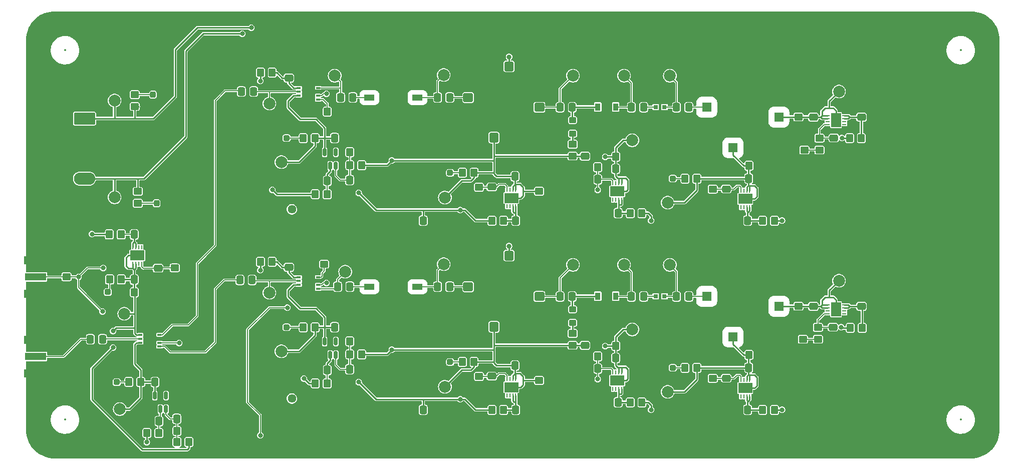
<source format=gtl>
%TF.GenerationSoftware,KiCad,Pcbnew,7.0.10-7.0.10~ubuntu22.04.1*%
%TF.CreationDate,2024-02-23T19:53:56-06:00*%
%TF.ProjectId,aom_driver,616f6d5f-6472-4697-9665-722e6b696361,v1*%
%TF.SameCoordinates,Original*%
%TF.FileFunction,Copper,L1,Top*%
%TF.FilePolarity,Positive*%
%FSLAX46Y46*%
G04 Gerber Fmt 4.6, Leading zero omitted, Abs format (unit mm)*
G04 Created by KiCad (PCBNEW 7.0.10-7.0.10~ubuntu22.04.1) date 2024-02-23 19:53:56*
%MOMM*%
%LPD*%
G01*
G04 APERTURE LIST*
G04 Aperture macros list*
%AMRoundRect*
0 Rectangle with rounded corners*
0 $1 Rounding radius*
0 $2 $3 $4 $5 $6 $7 $8 $9 X,Y pos of 4 corners*
0 Add a 4 corners polygon primitive as box body*
4,1,4,$2,$3,$4,$5,$6,$7,$8,$9,$2,$3,0*
0 Add four circle primitives for the rounded corners*
1,1,$1+$1,$2,$3*
1,1,$1+$1,$4,$5*
1,1,$1+$1,$6,$7*
1,1,$1+$1,$8,$9*
0 Add four rect primitives between the rounded corners*
20,1,$1+$1,$2,$3,$4,$5,0*
20,1,$1+$1,$4,$5,$6,$7,0*
20,1,$1+$1,$6,$7,$8,$9,0*
20,1,$1+$1,$8,$9,$2,$3,0*%
%AMFreePoly0*
4,1,9,3.862500,-0.866500,0.737500,-0.866500,0.737500,-0.450000,-0.737500,-0.450000,-0.737500,0.450000,0.737500,0.450000,0.737500,0.866500,3.862500,0.866500,3.862500,-0.866500,3.862500,-0.866500,$1*%
G04 Aperture macros list end*
%TA.AperFunction,SMDPad,CuDef*%
%ADD10RoundRect,0.250000X-0.350000X-0.450000X0.350000X-0.450000X0.350000X0.450000X-0.350000X0.450000X0*%
%TD*%
%TA.AperFunction,SMDPad,CuDef*%
%ADD11RoundRect,0.250000X0.337500X0.475000X-0.337500X0.475000X-0.337500X-0.475000X0.337500X-0.475000X0*%
%TD*%
%TA.AperFunction,SMDPad,CuDef*%
%ADD12R,0.250000X0.700000*%
%TD*%
%TA.AperFunction,SMDPad,CuDef*%
%ADD13R,2.380000X1.660000*%
%TD*%
%TA.AperFunction,SMDPad,CuDef*%
%ADD14RoundRect,0.250000X0.350000X0.450000X-0.350000X0.450000X-0.350000X-0.450000X0.350000X-0.450000X0*%
%TD*%
%TA.AperFunction,SMDPad,CuDef*%
%ADD15C,2.000000*%
%TD*%
%TA.AperFunction,SMDPad,CuDef*%
%ADD16RoundRect,0.250000X-0.337500X-0.475000X0.337500X-0.475000X0.337500X0.475000X-0.337500X0.475000X0*%
%TD*%
%TA.AperFunction,SMDPad,CuDef*%
%ADD17R,3.600000X1.270000*%
%TD*%
%TA.AperFunction,SMDPad,CuDef*%
%ADD18R,4.200000X1.350000*%
%TD*%
%TA.AperFunction,SMDPad,CuDef*%
%ADD19RoundRect,0.237500X-0.287500X-0.237500X0.287500X-0.237500X0.287500X0.237500X-0.287500X0.237500X0*%
%TD*%
%TA.AperFunction,ComponentPad*%
%ADD20C,1.440000*%
%TD*%
%TA.AperFunction,SMDPad,CuDef*%
%ADD21RoundRect,0.250000X-0.450000X0.350000X-0.450000X-0.350000X0.450000X-0.350000X0.450000X0.350000X0*%
%TD*%
%TA.AperFunction,SMDPad,CuDef*%
%ADD22RoundRect,0.250000X-0.475000X0.337500X-0.475000X-0.337500X0.475000X-0.337500X0.475000X0.337500X0*%
%TD*%
%TA.AperFunction,SMDPad,CuDef*%
%ADD23RoundRect,0.237500X0.287500X0.237500X-0.287500X0.237500X-0.287500X-0.237500X0.287500X-0.237500X0*%
%TD*%
%TA.AperFunction,SMDPad,CuDef*%
%ADD24R,0.800000X0.700000*%
%TD*%
%TA.AperFunction,SMDPad,CuDef*%
%ADD25R,2.300000X0.700000*%
%TD*%
%TA.AperFunction,SMDPad,CuDef*%
%ADD26R,0.760000X0.330000*%
%TD*%
%TA.AperFunction,SMDPad,CuDef*%
%ADD27R,0.510000X0.940000*%
%TD*%
%TA.AperFunction,SMDPad,CuDef*%
%ADD28R,1.220000X2.130000*%
%TD*%
%TA.AperFunction,SMDPad,CuDef*%
%ADD29RoundRect,0.250000X0.475000X-0.337500X0.475000X0.337500X-0.475000X0.337500X-0.475000X-0.337500X0*%
%TD*%
%TA.AperFunction,SMDPad,CuDef*%
%ADD30RoundRect,0.250000X0.350000X-0.275000X0.350000X0.275000X-0.350000X0.275000X-0.350000X-0.275000X0*%
%TD*%
%TA.AperFunction,SMDPad,CuDef*%
%ADD31RoundRect,0.250000X0.450000X-0.350000X0.450000X0.350000X-0.450000X0.350000X-0.450000X-0.350000X0*%
%TD*%
%TA.AperFunction,SMDPad,CuDef*%
%ADD32RoundRect,0.150000X0.150000X-0.512500X0.150000X0.512500X-0.150000X0.512500X-0.150000X-0.512500X0*%
%TD*%
%TA.AperFunction,ComponentPad*%
%ADD33C,1.016000*%
%TD*%
%TA.AperFunction,SMDPad,CuDef*%
%ADD34R,1.524000X1.524000*%
%TD*%
%TA.AperFunction,SMDPad,CuDef*%
%ADD35R,6.731000X4.191000*%
%TD*%
%TA.AperFunction,SMDPad,CuDef*%
%ADD36R,11.176000X5.969000*%
%TD*%
%TA.AperFunction,SMDPad,CuDef*%
%ADD37R,8.636000X3.556000*%
%TD*%
%TA.AperFunction,SMDPad,CuDef*%
%ADD38R,3.556000X1.651000*%
%TD*%
%TA.AperFunction,SMDPad,CuDef*%
%ADD39R,3.429000X5.842000*%
%TD*%
%TA.AperFunction,SMDPad,CuDef*%
%ADD40R,2.540000X4.318000*%
%TD*%
%TA.AperFunction,SMDPad,CuDef*%
%ADD41R,1.520000X1.520000*%
%TD*%
%TA.AperFunction,SMDPad,CuDef*%
%ADD42R,4.190000X2.670000*%
%TD*%
%TA.AperFunction,SMDPad,CuDef*%
%ADD43R,6.730000X4.190000*%
%TD*%
%TA.AperFunction,SMDPad,CuDef*%
%ADD44R,6.730000X3.430000*%
%TD*%
%TA.AperFunction,SMDPad,CuDef*%
%ADD45R,4.190000X3.560000*%
%TD*%
%TA.AperFunction,SMDPad,CuDef*%
%ADD46R,4.450000X8.640000*%
%TD*%
%TA.AperFunction,SMDPad,CuDef*%
%ADD47R,0.890000X2.540000*%
%TD*%
%TA.AperFunction,SMDPad,CuDef*%
%ADD48R,5.970000X2.540000*%
%TD*%
%TA.AperFunction,SMDPad,CuDef*%
%ADD49R,2.540000X5.840000*%
%TD*%
%TA.AperFunction,SMDPad,CuDef*%
%ADD50R,2.540000X1.780000*%
%TD*%
%TA.AperFunction,SMDPad,CuDef*%
%ADD51RoundRect,0.228000X0.597000X0.532000X-0.597000X0.532000X-0.597000X-0.532000X0.597000X-0.532000X0*%
%TD*%
%TA.AperFunction,SMDPad,CuDef*%
%ADD52RoundRect,0.228000X0.532000X0.597000X-0.532000X0.597000X-0.532000X-0.597000X0.532000X-0.597000X0*%
%TD*%
%TA.AperFunction,SMDPad,CuDef*%
%ADD53RoundRect,0.237500X0.237500X-0.287500X0.237500X0.287500X-0.237500X0.287500X-0.237500X-0.287500X0*%
%TD*%
%TA.AperFunction,SMDPad,CuDef*%
%ADD54R,0.900000X1.300000*%
%TD*%
%TA.AperFunction,SMDPad,CuDef*%
%ADD55FreePoly0,270.000000*%
%TD*%
%TA.AperFunction,SMDPad,CuDef*%
%ADD56R,1.778000X1.016000*%
%TD*%
%TA.AperFunction,SMDPad,CuDef*%
%ADD57R,2.540000X3.556000*%
%TD*%
%TA.AperFunction,SMDPad,CuDef*%
%ADD58R,4.826000X9.906000*%
%TD*%
%TA.AperFunction,SMDPad,CuDef*%
%ADD59R,1.016000X1.778000*%
%TD*%
%TA.AperFunction,SMDPad,CuDef*%
%ADD60R,0.700000X0.250000*%
%TD*%
%TA.AperFunction,SMDPad,CuDef*%
%ADD61R,1.660000X2.380000*%
%TD*%
%TA.AperFunction,ComponentPad*%
%ADD62RoundRect,0.249999X-1.550001X0.790001X-1.550001X-0.790001X1.550001X-0.790001X1.550001X0.790001X0*%
%TD*%
%TA.AperFunction,ComponentPad*%
%ADD63O,3.600000X2.080000*%
%TD*%
%TA.AperFunction,ViaPad*%
%ADD64C,0.800000*%
%TD*%
%TA.AperFunction,Conductor*%
%ADD65C,0.254000*%
%TD*%
%TA.AperFunction,Conductor*%
%ADD66C,0.152400*%
%TD*%
%ADD67C,0.350000*%
G04 APERTURE END LIST*
D10*
%TO.P,R54,1*%
%TO.N,VDD*%
X83201000Y-99618000D03*
%TO.P,R54,2*%
%TO.N,Net-(C53-Pad1)*%
X85201000Y-99618000D03*
%TD*%
D11*
%TO.P,C38,1*%
%TO.N,GND*%
X125878500Y-90424000D03*
%TO.P,C38,2*%
%TO.N,Net-(U16-EN)*%
X123803500Y-90424000D03*
%TD*%
D12*
%TO.P,U1,1,OUT*%
%TO.N,/VDD_VCO_CH1*%
X191416500Y-124203000D03*
%TO.P,U1,2,OUT*%
X190916500Y-124203000D03*
%TO.P,U1,3,NC*%
%TO.N,unconnected-(U1-NC-Pad3)*%
X190416500Y-124203000D03*
%TO.P,U1,4,SET*%
%TO.N,Net-(U1-SET)*%
X189916500Y-124203000D03*
%TO.P,U1,5,NC*%
%TO.N,unconnected-(U1-NC-Pad5)*%
X189916500Y-127003000D03*
%TO.P,U1,6,NC*%
%TO.N,unconnected-(U1-NC-Pad6)*%
X190416500Y-127003000D03*
%TO.P,U1,7,IN*%
%TO.N,Net-(C5-Pad1)*%
X190916500Y-127003000D03*
%TO.P,U1,8,IN*%
X191416500Y-127003000D03*
D13*
%TO.P,U1,9,OUT*%
%TO.N,/VDD_VCO_CH1*%
X190666500Y-125603000D03*
%TD*%
D14*
%TO.P,R3,1*%
%TO.N,VDD*%
X195603000Y-129285500D03*
%TO.P,R3,2*%
%TO.N,Net-(C5-Pad1)*%
X193603000Y-129285500D03*
%TD*%
D15*
%TO.P,TP6,1,1*%
%TO.N,Net-(C22-Pad2)*%
X177927500Y-72771500D03*
%TD*%
D11*
%TO.P,C39,1*%
%TO.N,Net-(U13-RF_OUT)*%
X140737500Y-108458000D03*
%TO.P,C39,2*%
%TO.N,Net-(FL1-IN)*%
X138662500Y-108458000D03*
%TD*%
D15*
%TO.P,TP17,1,1*%
%TO.N,/-5V_CH1*%
X112267500Y-119379500D03*
%TD*%
D10*
%TO.P,R16,1*%
%TO.N,/VDD_VCO_CH2*%
X191277500Y-88010500D03*
%TO.P,R16,2*%
%TO.N,GND*%
X193277500Y-88010500D03*
%TD*%
D16*
%TO.P,C35,1*%
%TO.N,GND*%
X117961000Y-122554500D03*
%TO.P,C35,2*%
%TO.N,Net-(U15-VIN)*%
X120036000Y-122554500D03*
%TD*%
D11*
%TO.P,C17,1*%
%TO.N,Net-(C17-Pad1)*%
X169185000Y-128015500D03*
%TO.P,C17,2*%
%TO.N,GND*%
X167110000Y-128015500D03*
%TD*%
D17*
%TO.P,J2,1,In*%
%TO.N,Net-(J2-In)*%
X70739500Y-106807500D03*
D18*
%TO.P,J2,2,Ext*%
%TO.N,GND*%
X70939500Y-103982500D03*
X70939500Y-109632500D03*
%TD*%
D16*
%TO.P,C53,1*%
%TO.N,Net-(C53-Pad1)*%
X87394500Y-99618000D03*
%TO.P,C53,2*%
%TO.N,GND*%
X89469500Y-99618000D03*
%TD*%
D11*
%TO.P,C6,1*%
%TO.N,Net-(C6-Pad1)*%
X191069500Y-97282500D03*
%TO.P,C6,2*%
%TO.N,GND*%
X188994500Y-97282500D03*
%TD*%
D19*
%TO.P,D1,1,K*%
%TO.N,GND*%
X176671000Y-122174000D03*
%TO.P,D1,2,A*%
%TO.N,Net-(D1-A)*%
X178421000Y-122174000D03*
%TD*%
D20*
%TO.P,RV1,1,1*%
%TO.N,Net-(U9-SET)*%
X114045500Y-127380500D03*
%TO.P,RV1,2,2*%
%TO.N,GND*%
X111505500Y-127380500D03*
%TO.P,RV1,3,3*%
X108965500Y-127380500D03*
%TD*%
D15*
%TO.P,TP15,1,1*%
%TO.N,Net-(FL1-IN)*%
X139700000Y-104648000D03*
%TD*%
%TO.P,TP25,1,1*%
%TO.N,/-5V_SW*%
X84963500Y-129159500D03*
%TD*%
D21*
%TO.P,R6,1*%
%TO.N,GND*%
X200406000Y-115332000D03*
%TO.P,R6,2*%
%TO.N,Net-(R5-Pad2)*%
X200406000Y-117332000D03*
%TD*%
D11*
%TO.P,C26,1*%
%TO.N,Net-(U10-SET)*%
X165756500Y-90297000D03*
%TO.P,C26,2*%
%TO.N,GND*%
X163681500Y-90297000D03*
%TD*%
D14*
%TO.P,R38,1*%
%TO.N,/+5V_CH2*%
X125841000Y-87884000D03*
%TO.P,R38,2*%
%TO.N,Net-(U16-EN)*%
X123841000Y-87884000D03*
%TD*%
D15*
%TO.P,TP23,1,1*%
%TO.N,VDD*%
X84074500Y-76962500D03*
%TD*%
D11*
%TO.P,C40,1*%
%TO.N,Net-(U14-RF_OUT)*%
X140738000Y-76454500D03*
%TO.P,C40,2*%
%TO.N,Net-(FL2-IN)*%
X138663000Y-76454500D03*
%TD*%
D22*
%TO.P,C8,1*%
%TO.N,Net-(U4-SET)*%
X205613000Y-83290500D03*
%TO.P,C8,2*%
%TO.N,GND*%
X205613000Y-85365500D03*
%TD*%
D21*
%TO.P,R10,1*%
%TO.N,Net-(U3-SET)*%
X185166000Y-91964000D03*
%TO.P,R10,2*%
%TO.N,GND*%
X185166000Y-93964000D03*
%TD*%
D15*
%TO.P,TP10,1,1*%
%TO.N,Net-(C28-Pad2)*%
X170180500Y-72771500D03*
%TD*%
D19*
%TO.P,D3,1,K*%
%TO.N,GND*%
X139039000Y-121192000D03*
%TO.P,D3,2,A*%
%TO.N,Net-(D3-A)*%
X140789000Y-121192000D03*
%TD*%
D23*
%TO.P,D5,1,K*%
%TO.N,Net-(D5-K)*%
X113142500Y-115315500D03*
%TO.P,D5,2,A*%
%TO.N,GND*%
X111392500Y-115315500D03*
%TD*%
D24*
%TO.P,U8,1*%
%TO.N,Net-(C22-Pad2)*%
X177026500Y-78070500D03*
%TO.P,U8,2*%
%TO.N,Net-(C28-Pad1)*%
X175526500Y-78070500D03*
D25*
%TO.P,U8,3*%
%TO.N,GND*%
X176276500Y-76870500D03*
%TD*%
D14*
%TO.P,R23,1*%
%TO.N,Net-(U9-SET)*%
X165718500Y-120268500D03*
%TO.P,R23,2*%
%TO.N,GND*%
X163718500Y-120268500D03*
%TD*%
D16*
%TO.P,C24,1*%
%TO.N,/+5V_CH2*%
X151743500Y-89789000D03*
%TO.P,C24,2*%
%TO.N,GND*%
X153818500Y-89789000D03*
%TD*%
D15*
%TO.P,TP22,1,1*%
%TO.N,Net-(U18-RF-IN)*%
X110236500Y-77470500D03*
%TD*%
D26*
%TO.P,U17,1,RF-OUT1*%
%TO.N,Net-(U17-RF-OUT1)*%
X118465000Y-108813000D03*
%TO.P,U17,2,TTL-IN*%
%TO.N,Net-(J2-In)*%
X118465000Y-108153000D03*
%TO.P,U17,3,TTL_GND*%
%TO.N,GND*%
X118465000Y-107493000D03*
%TO.P,U17,4,RF-OUT2*%
%TO.N,Net-(U17-RF-OUT2)*%
X118465000Y-106833000D03*
%TO.P,U17,5,VDD*%
%TO.N,Net-(U17-VDD)*%
X115215000Y-106833000D03*
%TO.P,U17,6,RF-IN*%
%TO.N,Net-(U17-RF-IN)*%
X115215000Y-107493000D03*
%TO.P,U17,7,VEE*%
%TO.N,/-5V_CH1*%
X115215000Y-108153000D03*
%TO.P,U17,8,GND*%
%TO.N,GND*%
X115215000Y-108813000D03*
D27*
%TO.P,U17,9,GND*%
X116840000Y-109358000D03*
D28*
X116840000Y-107823000D03*
D27*
X116840000Y-106288000D03*
%TD*%
D10*
%TO.P,R42,1*%
%TO.N,/+5V_CH1*%
X108727500Y-104266500D03*
%TO.P,R42,2*%
%TO.N,Net-(U17-VDD)*%
X110727500Y-104266500D03*
%TD*%
D21*
%TO.P,R9,1*%
%TO.N,Net-(U1-SET)*%
X185165500Y-123967500D03*
%TO.P,R9,2*%
%TO.N,GND*%
X185165500Y-125967500D03*
%TD*%
D29*
%TO.P,C4,1*%
%TO.N,Net-(C4-Pad1)*%
X210312500Y-79778000D03*
%TO.P,C4,2*%
%TO.N,GND*%
X210312500Y-77703000D03*
%TD*%
D15*
%TO.P,TP14,1,1*%
%TO.N,Net-(U14-RF_IN)*%
X161544500Y-72771500D03*
%TD*%
D23*
%TO.P,D8,1,K*%
%TO.N,GND*%
X84695000Y-109363000D03*
%TO.P,D8,2,A*%
%TO.N,Net-(D8-A)*%
X82945000Y-109363000D03*
%TD*%
D29*
%TO.P,C51,1*%
%TO.N,Net-(U21-SET)*%
X91440000Y-105320500D03*
%TO.P,C51,2*%
%TO.N,GND*%
X91440000Y-103245500D03*
%TD*%
D26*
%TO.P,U19,1,RF-OUT1*%
%TO.N,Net-(U19-RF-OUT1)*%
X91668500Y-118592500D03*
%TO.P,U19,2,TTL-IN*%
%TO.N,Net-(J2-In)*%
X91668500Y-117932500D03*
%TO.P,U19,3,TTL_GND*%
%TO.N,GND*%
X91668500Y-117272500D03*
%TO.P,U19,4,RF-OUT2*%
%TO.N,Net-(U19-RF-OUT2)*%
X91668500Y-116612500D03*
%TO.P,U19,5,VDD*%
%TO.N,/+5V_SW*%
X88418500Y-116612500D03*
%TO.P,U19,6,RF-IN*%
%TO.N,Net-(U19-RF-IN)*%
X88418500Y-117272500D03*
%TO.P,U19,7,VEE*%
%TO.N,/-5V_SW*%
X88418500Y-117932500D03*
%TO.P,U19,8,GND*%
%TO.N,GND*%
X88418500Y-118592500D03*
D27*
%TO.P,U19,9,GND*%
X90043500Y-119137500D03*
D28*
X90043500Y-117602500D03*
D27*
X90043500Y-116067500D03*
%TD*%
D14*
%TO.P,R12,1*%
%TO.N,/VDD_VCO_CH2*%
X182483500Y-90170500D03*
%TO.P,R12,2*%
%TO.N,Net-(D2-A)*%
X180483500Y-90170500D03*
%TD*%
D11*
%TO.P,C48,1*%
%TO.N,Net-(U18-RF-IN)*%
X107591000Y-75438500D03*
%TO.P,C48,2*%
%TO.N,Net-(U19-RF-OUT2)*%
X105516000Y-75438500D03*
%TD*%
D16*
%TO.P,C13,1*%
%TO.N,/VDD_VCO_CH2*%
X191240500Y-90170000D03*
%TO.P,C13,2*%
%TO.N,GND*%
X193315500Y-90170000D03*
%TD*%
D30*
%TO.P,L2,1,1*%
%TO.N,Net-(L2-Pad1)*%
X161473500Y-82557500D03*
%TO.P,L2,2,2*%
%TO.N,Net-(C34-Pad1)*%
X161473500Y-80257500D03*
%TD*%
D11*
%TO.P,C34,1*%
%TO.N,Net-(C34-Pad1)*%
X161439000Y-78105500D03*
%TO.P,C34,2*%
%TO.N,Net-(U14-RF_IN)*%
X159364000Y-78105500D03*
%TD*%
D12*
%TO.P,U5,1,OUT*%
%TO.N,/+5V_CH1*%
X151879500Y-124075500D03*
%TO.P,U5,2,OUT*%
X151379500Y-124075500D03*
%TO.P,U5,3,NC*%
%TO.N,unconnected-(U5-NC-Pad3)*%
X150879500Y-124075500D03*
%TO.P,U5,4,SET*%
%TO.N,Net-(U5-SET)*%
X150379500Y-124075500D03*
%TO.P,U5,5,NC*%
%TO.N,unconnected-(U5-NC-Pad5)*%
X150379500Y-126875500D03*
%TO.P,U5,6,NC*%
%TO.N,unconnected-(U5-NC-Pad6)*%
X150879500Y-126875500D03*
%TO.P,U5,7,IN*%
%TO.N,Net-(C15-Pad1)*%
X151379500Y-126875500D03*
%TO.P,U5,8,IN*%
X151879500Y-126875500D03*
D13*
%TO.P,U5,9,OUT*%
%TO.N,/+5V_CH1*%
X151129500Y-125475500D03*
%TD*%
D29*
%TO.P,C14,1*%
%TO.N,/VCO_TUNE_CH2*%
X202184000Y-79777500D03*
%TO.P,C14,2*%
%TO.N,GND*%
X202184000Y-77702500D03*
%TD*%
D15*
%TO.P,TP3,1,1*%
%TO.N,/VDD_VCO_CH1*%
X177546000Y-126238000D03*
%TD*%
D29*
%TO.P,C12,1*%
%TO.N,/VCO_TUNE_CH1*%
X202183500Y-111781000D03*
%TO.P,C12,2*%
%TO.N,GND*%
X202183500Y-109706000D03*
%TD*%
D19*
%TO.P,D2,1,K*%
%TO.N,GND*%
X176671500Y-90170500D03*
%TO.P,D2,2,A*%
%TO.N,Net-(D2-A)*%
X178421500Y-90170500D03*
%TD*%
D11*
%TO.P,C41,1*%
%TO.N,GND*%
X123338000Y-115315500D03*
%TO.P,C41,2*%
%TO.N,/-5V_CH1*%
X121263000Y-115315500D03*
%TD*%
D10*
%TO.P,R45,1*%
%TO.N,/+5V_SW*%
X87431500Y-109396500D03*
%TO.P,R45,2*%
%TO.N,GND*%
X89431500Y-109396500D03*
%TD*%
D15*
%TO.P,TP24,1,1*%
%TO.N,VEE*%
X84074500Y-93345500D03*
%TD*%
D16*
%TO.P,C50,1*%
%TO.N,/+5V_SW*%
X87394500Y-107238000D03*
%TO.P,C50,2*%
%TO.N,GND*%
X89469500Y-107238000D03*
%TD*%
%TO.P,C16,1*%
%TO.N,Net-(C16-Pad1)*%
X151870500Y-97282000D03*
%TO.P,C16,2*%
%TO.N,GND*%
X153945500Y-97282000D03*
%TD*%
D14*
%TO.P,R25,1*%
%TO.N,/+5V_CH1*%
X144851000Y-121192000D03*
%TO.P,R25,2*%
%TO.N,Net-(D3-A)*%
X142851000Y-121192000D03*
%TD*%
D21*
%TO.P,R49,1*%
%TO.N,VEE*%
X88011000Y-92345500D03*
%TO.P,R49,2*%
%TO.N,Net-(D10-K)*%
X88011000Y-94345500D03*
%TD*%
D11*
%TO.P,C47,1*%
%TO.N,Net-(U17-RF-IN)*%
X107336500Y-107315000D03*
%TO.P,C47,2*%
%TO.N,Net-(U19-RF-OUT1)*%
X105261500Y-107315000D03*
%TD*%
D15*
%TO.P,TP12,1,1*%
%TO.N,/VVA_TUNE_CH2*%
X171577000Y-83693000D03*
%TD*%
D10*
%TO.P,R32,1*%
%TO.N,/VVA_TUNE_CH2*%
X168799000Y-86487000D03*
%TO.P,R32,2*%
%TO.N,GND*%
X170799000Y-86487000D03*
%TD*%
D11*
%TO.P,C44,1*%
%TO.N,Net-(FL2-OUT)*%
X124354500Y-76454000D03*
%TO.P,C44,2*%
%TO.N,Net-(U18-RF-OUT2)*%
X122279500Y-76454000D03*
%TD*%
D22*
%TO.P,C9,1*%
%TO.N,Net-(U1-SET)*%
X187451500Y-123930000D03*
%TO.P,C9,2*%
%TO.N,GND*%
X187451500Y-126005000D03*
%TD*%
D12*
%TO.P,U10,1,OUT*%
%TO.N,/VVA_TUNE_CH2*%
X169787000Y-90929500D03*
%TO.P,U10,2,OUT*%
X169287000Y-90929500D03*
%TO.P,U10,3,NC*%
%TO.N,unconnected-(U10-NC-Pad3)*%
X168787000Y-90929500D03*
%TO.P,U10,4,SET*%
%TO.N,Net-(U10-SET)*%
X168287000Y-90929500D03*
%TO.P,U10,5,NC*%
%TO.N,unconnected-(U10-NC-Pad5)*%
X168287000Y-93729500D03*
%TO.P,U10,6,NC*%
%TO.N,unconnected-(U10-NC-Pad6)*%
X168787000Y-93729500D03*
%TO.P,U10,7,IN*%
%TO.N,Net-(C18-Pad1)*%
X169287000Y-93729500D03*
%TO.P,U10,8,IN*%
X169787000Y-93729500D03*
D13*
%TO.P,U10,9,OUT*%
%TO.N,/VVA_TUNE_CH2*%
X169037000Y-92329500D03*
%TD*%
D17*
%TO.P,J1,1,In*%
%TO.N,Net-(J1-In)*%
X70739500Y-120269500D03*
D18*
%TO.P,J1,2,Ext*%
%TO.N,GND*%
X70939500Y-117444500D03*
X70939500Y-123094500D03*
%TD*%
D14*
%TO.P,R19,1*%
%TO.N,VDD*%
X173211500Y-128015500D03*
%TO.P,R19,2*%
%TO.N,Net-(C17-Pad1)*%
X171211500Y-128015500D03*
%TD*%
%TO.P,R36,1*%
%TO.N,GND*%
X125841000Y-85725000D03*
%TO.P,R36,2*%
%TO.N,Net-(U16-EN)*%
X123841000Y-85725000D03*
%TD*%
D23*
%TO.P,D6,1,K*%
%TO.N,Net-(D6-K)*%
X113143000Y-83312000D03*
%TO.P,D6,2,A*%
%TO.N,GND*%
X111393000Y-83312000D03*
%TD*%
D15*
%TO.P,TP16,1,1*%
%TO.N,Net-(FL2-IN)*%
X139700500Y-72644500D03*
%TD*%
D14*
%TO.P,R53,1*%
%TO.N,/+5V_SW*%
X96631000Y-134747000D03*
%TO.P,R53,2*%
%TO.N,Net-(U20-EN)*%
X94631000Y-134747000D03*
%TD*%
D24*
%TO.P,U7,1*%
%TO.N,Net-(C20-Pad2)*%
X177026000Y-110074000D03*
%TO.P,U7,2*%
%TO.N,Net-(C27-Pad1)*%
X175526000Y-110074000D03*
D25*
%TO.P,U7,3*%
%TO.N,GND*%
X176276000Y-108874000D03*
%TD*%
D14*
%TO.P,R35,1*%
%TO.N,GND*%
X125840500Y-117728500D03*
%TO.P,R35,2*%
%TO.N,Net-(U15-EN)*%
X123840500Y-117728500D03*
%TD*%
D10*
%TO.P,R46,1*%
%TO.N,Net-(D7-K)*%
X86503500Y-124587500D03*
%TO.P,R46,2*%
%TO.N,/-5V_SW*%
X88503500Y-124587500D03*
%TD*%
D15*
%TO.P,TP5,1,1*%
%TO.N,Net-(C20-Pad2)*%
X177927000Y-104775000D03*
%TD*%
D29*
%TO.P,C45,1*%
%TO.N,Net-(U17-VDD)*%
X113537500Y-105177000D03*
%TO.P,C45,2*%
%TO.N,GND*%
X113537500Y-103102000D03*
%TD*%
D31*
%TO.P,R30,1*%
%TO.N,/+5V_CH2*%
X161473500Y-86344500D03*
%TO.P,R30,2*%
%TO.N,Net-(L2-Pad1)*%
X161473500Y-84344500D03*
%TD*%
D22*
%TO.P,C10,1*%
%TO.N,Net-(U3-SET)*%
X187452000Y-91926500D03*
%TO.P,C10,2*%
%TO.N,GND*%
X187452000Y-94001500D03*
%TD*%
D21*
%TO.P,R5,1*%
%TO.N,Net-(U2-SET)*%
X202946000Y-115332000D03*
%TO.P,R5,2*%
%TO.N,Net-(R5-Pad2)*%
X202946000Y-117332000D03*
%TD*%
D11*
%TO.P,C42,1*%
%TO.N,GND*%
X123338500Y-83312000D03*
%TO.P,C42,2*%
%TO.N,/-5V_CH2*%
X121263500Y-83312000D03*
%TD*%
D15*
%TO.P,TP7,1,1*%
%TO.N,/+5V_CH1*%
X139914000Y-125383000D03*
%TD*%
D10*
%TO.P,R15,1*%
%TO.N,/VDD_VCO_CH1*%
X191277000Y-120014000D03*
%TO.P,R15,2*%
%TO.N,GND*%
X193277000Y-120014000D03*
%TD*%
D11*
%TO.P,C37,1*%
%TO.N,GND*%
X125878000Y-122427500D03*
%TO.P,C37,2*%
%TO.N,Net-(U15-EN)*%
X123803000Y-122427500D03*
%TD*%
D14*
%TO.P,R24,1*%
%TO.N,Net-(U10-SET)*%
X165719000Y-88265000D03*
%TO.P,R24,2*%
%TO.N,GND*%
X163719000Y-88265000D03*
%TD*%
D15*
%TO.P,TP2,1,1*%
%TO.N,/VCO_TUNE_CH2*%
X206502000Y-75438000D03*
%TD*%
D29*
%TO.P,C29,1*%
%TO.N,/+5V_CH1*%
X163576000Y-118385500D03*
%TO.P,C29,2*%
%TO.N,GND*%
X163576000Y-116310500D03*
%TD*%
D10*
%TO.P,R40,1*%
%TO.N,Net-(D6-K)*%
X115967000Y-83312000D03*
%TO.P,R40,2*%
%TO.N,/-5V_CH2*%
X117967000Y-83312000D03*
%TD*%
D32*
%TO.P,U20,1,GND*%
%TO.N,GND*%
X90871500Y-129154000D03*
%TO.P,U20,2,VIN*%
%TO.N,Net-(U20-VIN)*%
X91821500Y-129154000D03*
%TO.P,U20,3,EN*%
%TO.N,Net-(U20-EN)*%
X92771500Y-129154000D03*
%TO.P,U20,4,NC*%
%TO.N,unconnected-(U20-NC-Pad4)*%
X92771500Y-126879000D03*
%TO.P,U20,5,VOUT*%
%TO.N,/-5V_SW*%
X90871500Y-126879000D03*
%TD*%
D31*
%TO.P,R14,1*%
%TO.N,/VCO_TUNE_CH2*%
X199644000Y-79740000D03*
%TO.P,R14,2*%
%TO.N,GND*%
X199644000Y-77740000D03*
%TD*%
D15*
%TO.P,TP8,1,1*%
%TO.N,/+5V_CH2*%
X139914500Y-93379500D03*
%TD*%
%TO.P,TP1,1,1*%
%TO.N,/VCO_TUNE_CH1*%
X206501500Y-107441500D03*
%TD*%
D33*
%TO.P,X2,1,GND*%
%TO.N,GND*%
X196342500Y-83566500D03*
D34*
X196342500Y-82296500D03*
D33*
X196342500Y-75946500D03*
X194945500Y-84963500D03*
X194945500Y-82296500D03*
X194945500Y-77216500D03*
X194945500Y-74676500D03*
X194945500Y-72771500D03*
X193802500Y-81026500D03*
X193802500Y-78486500D03*
D35*
X193739000Y-83630000D03*
D33*
X193675500Y-83566500D03*
X193675500Y-74168500D03*
X192405500Y-84963500D03*
X192405500Y-72771500D03*
D36*
X191516500Y-74994000D03*
D33*
X191135500Y-83566500D03*
X191135500Y-74168500D03*
D37*
X190246500Y-79756500D03*
D33*
X190246500Y-78867500D03*
X189865500Y-82423500D03*
X189865500Y-72771500D03*
D38*
X188595500Y-82360000D03*
D33*
X188595500Y-74168500D03*
X187325500Y-82423500D03*
X187325500Y-72771500D03*
X186690500Y-79375500D03*
X186690500Y-76835500D03*
X186055500Y-74168500D03*
X185547500Y-83566500D03*
X185547500Y-80645500D03*
X185547500Y-75565500D03*
D39*
X185103000Y-82804500D03*
D33*
X184785500Y-84963500D03*
X184785500Y-72771500D03*
D40*
X184658500Y-74168500D03*
D33*
X184150500Y-81915500D03*
X184150500Y-74295500D03*
D34*
%TO.P,X2,2,Vtune*%
%TO.N,/VCO_TUNE_CH2*%
X196342500Y-79756500D03*
%TO.P,X2,3,GND*%
%TO.N,GND*%
X196342500Y-77216500D03*
%TO.P,X2,4,GND*%
X196342500Y-74676500D03*
%TO.P,X2,5,GND*%
X193675500Y-72771500D03*
%TO.P,X2,6,GND*%
X191135500Y-72771500D03*
%TO.P,X2,7,GND*%
X188595500Y-72771500D03*
%TO.P,X2,8,GND*%
X186055500Y-72771500D03*
%TO.P,X2,9,GND*%
X184150500Y-75565500D03*
%TO.P,X2,10,RFout*%
%TO.N,Net-(X2-RFout)*%
X184150500Y-78105500D03*
%TO.P,X2,11,GND*%
%TO.N,GND*%
X184150500Y-80645500D03*
%TO.P,X2,12,GND*%
X184150500Y-83185500D03*
%TO.P,X2,13,GND*%
X186055500Y-84963500D03*
%TO.P,X2,14,Vcc*%
%TO.N,/VDD_VCO_CH2*%
X188595500Y-84963500D03*
%TO.P,X2,15,GND*%
%TO.N,GND*%
X191135500Y-84963500D03*
%TO.P,X2,16,GND*%
X193675500Y-84963500D03*
%TD*%
D29*
%TO.P,C3,1*%
%TO.N,Net-(C3-Pad1)*%
X210312000Y-111781500D03*
%TO.P,C3,2*%
%TO.N,GND*%
X210312000Y-109706500D03*
%TD*%
D33*
%TO.P,X1,1,GND*%
%TO.N,GND*%
X196342000Y-115570000D03*
D34*
X196342000Y-114300000D03*
D33*
X196342000Y-107950000D03*
X194945000Y-116967000D03*
X194945000Y-114300000D03*
X194945000Y-109220000D03*
X194945000Y-106680000D03*
X194945000Y-104775000D03*
X193802000Y-113030000D03*
X193802000Y-110490000D03*
D35*
X193738500Y-115633500D03*
D33*
X193675000Y-115570000D03*
X193675000Y-106172000D03*
X192405000Y-116967000D03*
X192405000Y-104775000D03*
D36*
X191516000Y-106997500D03*
D33*
X191135000Y-115570000D03*
X191135000Y-106172000D03*
D37*
X190246000Y-111760000D03*
D33*
X190246000Y-110871000D03*
X189865000Y-114427000D03*
X189865000Y-104775000D03*
D38*
X188595000Y-114363500D03*
D33*
X188595000Y-106172000D03*
X187325000Y-114427000D03*
X187325000Y-104775000D03*
X186690000Y-111379000D03*
X186690000Y-108839000D03*
X186055000Y-106172000D03*
X185547000Y-115570000D03*
X185547000Y-112649000D03*
X185547000Y-107569000D03*
D39*
X185102500Y-114808000D03*
D33*
X184785000Y-116967000D03*
X184785000Y-104775000D03*
D40*
X184658000Y-106172000D03*
D33*
X184150000Y-113919000D03*
X184150000Y-106299000D03*
D34*
%TO.P,X1,2,Vtune*%
%TO.N,/VCO_TUNE_CH1*%
X196342000Y-111760000D03*
%TO.P,X1,3,GND*%
%TO.N,GND*%
X196342000Y-109220000D03*
%TO.P,X1,4,GND*%
X196342000Y-106680000D03*
%TO.P,X1,5,GND*%
X193675000Y-104775000D03*
%TO.P,X1,6,GND*%
X191135000Y-104775000D03*
%TO.P,X1,7,GND*%
X188595000Y-104775000D03*
%TO.P,X1,8,GND*%
X186055000Y-104775000D03*
%TO.P,X1,9,GND*%
X184150000Y-107569000D03*
%TO.P,X1,10,RFout*%
%TO.N,Net-(X1-RFout)*%
X184150000Y-110109000D03*
%TO.P,X1,11,GND*%
%TO.N,GND*%
X184150000Y-112649000D03*
%TO.P,X1,12,GND*%
X184150000Y-115189000D03*
%TO.P,X1,13,GND*%
X186055000Y-116967000D03*
%TO.P,X1,14,Vcc*%
%TO.N,/VDD_VCO_CH1*%
X188595000Y-116967000D03*
%TO.P,X1,15,GND*%
%TO.N,GND*%
X191135000Y-116967000D03*
%TO.P,X1,16,GND*%
X193675000Y-116967000D03*
%TD*%
D29*
%TO.P,C30,1*%
%TO.N,/+5V_CH2*%
X163576500Y-86382000D03*
%TO.P,C30,2*%
%TO.N,GND*%
X163576500Y-84307000D03*
%TD*%
D15*
%TO.P,TP18,1,1*%
%TO.N,/-5V_CH2*%
X112268000Y-87376000D03*
%TD*%
D10*
%TO.P,R17,1*%
%TO.N,VDD*%
X147843500Y-129285500D03*
%TO.P,R17,2*%
%TO.N,Net-(C15-Pad1)*%
X149843500Y-129285500D03*
%TD*%
D11*
%TO.P,C18,1*%
%TO.N,Net-(C18-Pad1)*%
X169185500Y-96012000D03*
%TO.P,C18,2*%
%TO.N,GND*%
X167110500Y-96012000D03*
%TD*%
D15*
%TO.P,TP9,1,1*%
%TO.N,Net-(C27-Pad2)*%
X170180000Y-104775000D03*
%TD*%
D21*
%TO.P,R7,1*%
%TO.N,Net-(U4-SET)*%
X203200000Y-83328000D03*
%TO.P,R7,2*%
%TO.N,Net-(R7-Pad2)*%
X203200000Y-85328000D03*
%TD*%
D14*
%TO.P,R4,1*%
%TO.N,VDD*%
X195603500Y-97282000D03*
%TO.P,R4,2*%
%TO.N,Net-(C6-Pad1)*%
X193603500Y-97282000D03*
%TD*%
D16*
%TO.P,C32,1*%
%TO.N,/VVA_TUNE_CH2*%
X168761500Y-88519000D03*
%TO.P,C32,2*%
%TO.N,GND*%
X170836500Y-88519000D03*
%TD*%
D14*
%TO.P,R55,1*%
%TO.N,Net-(U20-VIN)*%
X91551000Y-133223000D03*
%TO.P,R55,2*%
%TO.N,VEE*%
X89551000Y-133223000D03*
%TD*%
D16*
%TO.P,C15,1*%
%TO.N,Net-(C15-Pad1)*%
X151870000Y-129285500D03*
%TO.P,C15,2*%
%TO.N,GND*%
X153945000Y-129285500D03*
%TD*%
D11*
%TO.P,C27,1*%
%TO.N,Net-(C27-Pad1)*%
X173503500Y-110109000D03*
%TO.P,C27,2*%
%TO.N,Net-(C27-Pad2)*%
X171428500Y-110109000D03*
%TD*%
D32*
%TO.P,U15,1,GND*%
%TO.N,GND*%
X119572500Y-120009000D03*
%TO.P,U15,2,VIN*%
%TO.N,Net-(U15-VIN)*%
X120522500Y-120009000D03*
%TO.P,U15,3,EN*%
%TO.N,Net-(U15-EN)*%
X121472500Y-120009000D03*
%TO.P,U15,4,NC*%
%TO.N,unconnected-(U15-NC-Pad4)*%
X121472500Y-117734000D03*
%TO.P,U15,5,VOUT*%
%TO.N,/-5V_CH1*%
X119572500Y-117734000D03*
%TD*%
D15*
%TO.P,TP4,1,1*%
%TO.N,/VDD_VCO_CH2*%
X177546500Y-94234500D03*
%TD*%
D41*
%TO.P,U13,1,GND*%
%TO.N,GND*%
X155960000Y-112650000D03*
D42*
X154625000Y-103695000D03*
D43*
X153355000Y-113985000D03*
D44*
X153355000Y-106615000D03*
D45*
X152085000Y-110110000D03*
D46*
X147765000Y-109220000D03*
D47*
X145985000Y-114810000D03*
D48*
X145985000Y-103630000D03*
D49*
X144270000Y-113160000D03*
D50*
X144270000Y-105790000D03*
D51*
%TO.P,U13,2,RF_IN*%
%TO.N,Net-(U13-RF_IN)*%
X155890000Y-110110000D03*
D41*
%TO.P,U13,3,GND*%
%TO.N,GND*%
X155960000Y-107570000D03*
%TO.P,U13,4,GND*%
X155960000Y-105030000D03*
%TO.P,U13,5,GND*%
X153290000Y-103120000D03*
D52*
%TO.P,U13,6,V_CTRL*%
%TO.N,/VVA_TUNE_CH1*%
X150750000Y-103190000D03*
D41*
%TO.P,U13,7,GND*%
%TO.N,GND*%
X148210000Y-103120000D03*
%TO.P,U13,8,GND*%
X145670000Y-103120000D03*
%TO.P,U13,9,GND*%
X143760000Y-105920000D03*
D51*
%TO.P,U13,10,RF_OUT*%
%TO.N,Net-(U13-RF_OUT)*%
X143830000Y-108460000D03*
D41*
%TO.P,U13,11,GND*%
%TO.N,GND*%
X143760000Y-111000000D03*
%TO.P,U13,12,GND*%
X143760000Y-113540000D03*
%TO.P,U13,13,GND*%
X145670000Y-115320000D03*
D52*
%TO.P,U13,14,V+*%
%TO.N,/+5V_CH1*%
X148210000Y-115250000D03*
D41*
%TO.P,U13,15,GND*%
%TO.N,GND*%
X150750000Y-115320000D03*
%TO.P,U13,16,GND*%
X153290000Y-115320000D03*
%TD*%
D53*
%TO.P,D10,1,K*%
%TO.N,Net-(D10-K)*%
X91186000Y-94347000D03*
%TO.P,D10,2,A*%
%TO.N,GND*%
X91186000Y-92597000D03*
%TD*%
D15*
%TO.P,TP20,1,1*%
%TO.N,Net-(U17-RF-OUT1)*%
X123063000Y-105918000D03*
%TD*%
D31*
%TO.P,R29,1*%
%TO.N,/+5V_CH1*%
X161473000Y-118348000D03*
%TO.P,R29,2*%
%TO.N,Net-(L1-Pad1)*%
X161473000Y-116348000D03*
%TD*%
D11*
%TO.P,C55,1*%
%TO.N,Net-(U19-RF-IN)*%
X82063500Y-117348000D03*
%TO.P,C55,2*%
%TO.N,Net-(J1-In)*%
X79988500Y-117348000D03*
%TD*%
D16*
%TO.P,C54,1*%
%TO.N,GND*%
X89513500Y-131191000D03*
%TO.P,C54,2*%
%TO.N,Net-(U20-VIN)*%
X91588500Y-131191000D03*
%TD*%
D31*
%TO.P,R8,1*%
%TO.N,Net-(R7-Pad2)*%
X200660000Y-85328000D03*
%TO.P,R8,2*%
%TO.N,GND*%
X200660000Y-83328000D03*
%TD*%
%TO.P,R43,1*%
%TO.N,Net-(U17-RF-OUT2)*%
X119506500Y-104631500D03*
%TO.P,R43,2*%
%TO.N,GND*%
X119506500Y-102631500D03*
%TD*%
D14*
%TO.P,R47,1*%
%TO.N,/+5V_SW*%
X85241000Y-107238000D03*
%TO.P,R47,2*%
%TO.N,Net-(D8-A)*%
X83241000Y-107238000D03*
%TD*%
D54*
%TO.P,U12,1*%
%TO.N,Net-(C28-Pad2)*%
X168759500Y-78060500D03*
D55*
%TO.P,U12,2,GND*%
%TO.N,GND*%
X167259500Y-78148000D03*
D54*
%TO.P,U12,3*%
%TO.N,Net-(C34-Pad1)*%
X165759500Y-78060500D03*
%TD*%
D31*
%TO.P,R27,1*%
%TO.N,/+5V_CH1*%
X155828500Y-124316500D03*
%TO.P,R27,2*%
%TO.N,GND*%
X155828500Y-122316500D03*
%TD*%
D20*
%TO.P,RV2,1,1*%
%TO.N,Net-(U10-SET)*%
X114046000Y-95377000D03*
%TO.P,RV2,2,2*%
%TO.N,GND*%
X111506000Y-95377000D03*
%TO.P,RV2,3,3*%
X108966000Y-95377000D03*
%TD*%
D53*
%TO.P,D9,1,K*%
%TO.N,GND*%
X90551000Y-77710000D03*
%TO.P,D9,2,A*%
%TO.N,Net-(D9-A)*%
X90551000Y-75960000D03*
%TD*%
D12*
%TO.P,U21,1,OUT*%
%TO.N,/+5V_SW*%
X87174000Y-104574000D03*
%TO.P,U21,2,OUT*%
X87674000Y-104574000D03*
%TO.P,U21,3,NC*%
%TO.N,unconnected-(U21-NC-Pad3)*%
X88174000Y-104574000D03*
%TO.P,U21,4,SET*%
%TO.N,Net-(U21-SET)*%
X88674000Y-104574000D03*
%TO.P,U21,5,NC*%
%TO.N,unconnected-(U21-NC-Pad5)*%
X88674000Y-101774000D03*
%TO.P,U21,6,NC*%
%TO.N,unconnected-(U21-NC-Pad6)*%
X88174000Y-101774000D03*
%TO.P,U21,7,IN*%
%TO.N,Net-(C53-Pad1)*%
X87674000Y-101774000D03*
%TO.P,U21,8,IN*%
X87174000Y-101774000D03*
D13*
%TO.P,U21,9,OUT*%
%TO.N,/+5V_SW*%
X87924000Y-103174000D03*
%TD*%
D11*
%TO.P,C28,1*%
%TO.N,Net-(C28-Pad1)*%
X173504000Y-78105500D03*
%TO.P,C28,2*%
%TO.N,Net-(C28-Pad2)*%
X171429000Y-78105500D03*
%TD*%
D15*
%TO.P,TP19,1,1*%
%TO.N,Net-(U18-RF-OUT2)*%
X121285000Y-72771000D03*
%TD*%
D10*
%TO.P,R44,1*%
%TO.N,/+5V_CH2*%
X108728000Y-72263000D03*
%TO.P,R44,2*%
%TO.N,Net-(U18-VDD)*%
X110728000Y-72263000D03*
%TD*%
D12*
%TO.P,U3,1,OUT*%
%TO.N,/VDD_VCO_CH2*%
X191417000Y-92199500D03*
%TO.P,U3,2,OUT*%
X190917000Y-92199500D03*
%TO.P,U3,3,NC*%
%TO.N,unconnected-(U3-NC-Pad3)*%
X190417000Y-92199500D03*
%TO.P,U3,4,SET*%
%TO.N,Net-(U3-SET)*%
X189917000Y-92199500D03*
%TO.P,U3,5,NC*%
%TO.N,unconnected-(U3-NC-Pad5)*%
X189917000Y-94999500D03*
%TO.P,U3,6,NC*%
%TO.N,unconnected-(U3-NC-Pad6)*%
X190417000Y-94999500D03*
%TO.P,U3,7,IN*%
%TO.N,Net-(C6-Pad1)*%
X190917000Y-94999500D03*
%TO.P,U3,8,IN*%
X191417000Y-94999500D03*
D13*
%TO.P,U3,9,OUT*%
%TO.N,/VDD_VCO_CH2*%
X190667000Y-93599500D03*
%TD*%
D10*
%TO.P,R1,1*%
%TO.N,VDD*%
X208423000Y-115443000D03*
%TO.P,R1,2*%
%TO.N,Net-(C3-Pad1)*%
X210423000Y-115443000D03*
%TD*%
D31*
%TO.P,R28,1*%
%TO.N,/+5V_CH2*%
X155829000Y-92313000D03*
%TO.P,R28,2*%
%TO.N,GND*%
X155829000Y-90313000D03*
%TD*%
D11*
%TO.P,C5,1*%
%TO.N,Net-(C5-Pad1)*%
X191069000Y-129286000D03*
%TO.P,C5,2*%
%TO.N,GND*%
X188994000Y-129286000D03*
%TD*%
%TO.P,C43,1*%
%TO.N,Net-(FL1-OUT)*%
X123846500Y-108458000D03*
%TO.P,C43,2*%
%TO.N,Net-(U17-RF-OUT1)*%
X121771500Y-108458000D03*
%TD*%
D16*
%TO.P,C2,1*%
%TO.N,VDD*%
X136249500Y-97282000D03*
%TO.P,C2,2*%
%TO.N,GND*%
X138324500Y-97282000D03*
%TD*%
D29*
%TO.P,C46,1*%
%TO.N,Net-(U18-VDD)*%
X113538000Y-73173500D03*
%TO.P,C46,2*%
%TO.N,GND*%
X113538000Y-71098500D03*
%TD*%
D31*
%TO.P,R48,1*%
%TO.N,VDD*%
X87503000Y-77962000D03*
%TO.P,R48,2*%
%TO.N,Net-(D9-A)*%
X87503000Y-75962000D03*
%TD*%
D16*
%TO.P,C31,1*%
%TO.N,/VVA_TUNE_CH1*%
X168761000Y-120522500D03*
%TO.P,C31,2*%
%TO.N,GND*%
X170836000Y-120522500D03*
%TD*%
D14*
%TO.P,R26,1*%
%TO.N,/+5V_CH2*%
X144851500Y-89188500D03*
%TO.P,R26,2*%
%TO.N,Net-(D4-A)*%
X142851500Y-89188500D03*
%TD*%
D11*
%TO.P,C49,1*%
%TO.N,GND*%
X92986000Y-124587500D03*
%TO.P,C49,2*%
%TO.N,/-5V_SW*%
X90911000Y-124587500D03*
%TD*%
D10*
%TO.P,R2,1*%
%TO.N,VDD*%
X208296000Y-83312000D03*
%TO.P,R2,2*%
%TO.N,Net-(C4-Pad1)*%
X210296000Y-83312000D03*
%TD*%
D19*
%TO.P,D4,1,K*%
%TO.N,GND*%
X139039500Y-89188500D03*
%TO.P,D4,2,A*%
%TO.N,Net-(D4-A)*%
X140789500Y-89188500D03*
%TD*%
D14*
%TO.P,R34,1*%
%TO.N,Net-(U16-VIN)*%
X119999000Y-92837000D03*
%TO.P,R34,2*%
%TO.N,VEE*%
X117999000Y-92837000D03*
%TD*%
D11*
%TO.P,C22,1*%
%TO.N,Net-(X2-RFout)*%
X181124000Y-78105500D03*
%TO.P,C22,2*%
%TO.N,Net-(C22-Pad2)*%
X179049000Y-78105500D03*
%TD*%
D14*
%TO.P,R20,1*%
%TO.N,VDD*%
X173212000Y-96012000D03*
%TO.P,R20,2*%
%TO.N,Net-(C18-Pad1)*%
X171212000Y-96012000D03*
%TD*%
D21*
%TO.P,R22,1*%
%TO.N,Net-(U6-SET)*%
X145669000Y-91617500D03*
%TO.P,R22,2*%
%TO.N,GND*%
X145669000Y-93617500D03*
%TD*%
D33*
%TO.P,FL2,1,GND*%
%TO.N,GND*%
X135636500Y-80899500D03*
X135636500Y-72009500D03*
D56*
X135255500Y-78359500D03*
D57*
X134874500Y-79629500D03*
X134874500Y-73279500D03*
D33*
X132461500Y-77724500D03*
X132461500Y-75184500D03*
D58*
X131191500Y-76454500D03*
D33*
X129921500Y-77724500D03*
X129921500Y-75184500D03*
D57*
X127508500Y-79629500D03*
X127508500Y-73279500D03*
D33*
X126746500Y-80899500D03*
X126746500Y-72009500D03*
D56*
%TO.P,FL2,2,IN*%
%TO.N,Net-(FL2-IN)*%
X135255500Y-76454500D03*
%TO.P,FL2,3,GND*%
%TO.N,GND*%
X135255500Y-74549500D03*
D59*
%TO.P,FL2,4,GND*%
X131191500Y-72390500D03*
D56*
%TO.P,FL2,5,GND*%
X127127500Y-74549500D03*
%TO.P,FL2,6,OUT*%
%TO.N,Net-(FL2-OUT)*%
X127127500Y-76454500D03*
%TO.P,FL2,7,GND*%
%TO.N,GND*%
X127127500Y-78359500D03*
D59*
%TO.P,FL2,8,GND*%
X131191500Y-80518500D03*
%TD*%
D23*
%TO.P,D7,1,K*%
%TO.N,Net-(D7-K)*%
X84441500Y-124587500D03*
%TO.P,D7,2,A*%
%TO.N,GND*%
X82691500Y-124587500D03*
%TD*%
D12*
%TO.P,U9,1,OUT*%
%TO.N,/VVA_TUNE_CH1*%
X169786500Y-122933000D03*
%TO.P,U9,2,OUT*%
X169286500Y-122933000D03*
%TO.P,U9,3,NC*%
%TO.N,unconnected-(U9-NC-Pad3)*%
X168786500Y-122933000D03*
%TO.P,U9,4,SET*%
%TO.N,Net-(U9-SET)*%
X168286500Y-122933000D03*
%TO.P,U9,5,NC*%
%TO.N,unconnected-(U9-NC-Pad5)*%
X168286500Y-125733000D03*
%TO.P,U9,6,NC*%
%TO.N,unconnected-(U9-NC-Pad6)*%
X168786500Y-125733000D03*
%TO.P,U9,7,IN*%
%TO.N,Net-(C17-Pad1)*%
X169286500Y-125733000D03*
%TO.P,U9,8,IN*%
X169786500Y-125733000D03*
D13*
%TO.P,U9,9,OUT*%
%TO.N,/VVA_TUNE_CH1*%
X169036500Y-124333000D03*
%TD*%
D16*
%TO.P,C36,1*%
%TO.N,GND*%
X117961500Y-90551000D03*
%TO.P,C36,2*%
%TO.N,Net-(U16-VIN)*%
X120036500Y-90551000D03*
%TD*%
D14*
%TO.P,R11,1*%
%TO.N,/VDD_VCO_CH1*%
X182483000Y-122174000D03*
%TO.P,R11,2*%
%TO.N,Net-(D1-A)*%
X180483000Y-122174000D03*
%TD*%
D16*
%TO.P,C11,1*%
%TO.N,/VDD_VCO_CH1*%
X191240000Y-122173500D03*
%TO.P,C11,2*%
%TO.N,GND*%
X193315000Y-122173500D03*
%TD*%
D32*
%TO.P,U16,1,GND*%
%TO.N,GND*%
X119573000Y-88005500D03*
%TO.P,U16,2,VIN*%
%TO.N,Net-(U16-VIN)*%
X120523000Y-88005500D03*
%TO.P,U16,3,EN*%
%TO.N,Net-(U16-EN)*%
X121473000Y-88005500D03*
%TO.P,U16,4,NC*%
%TO.N,unconnected-(U16-NC-Pad4)*%
X121473000Y-85730500D03*
%TO.P,U16,5,VOUT*%
%TO.N,/-5V_CH2*%
X119573000Y-85730500D03*
%TD*%
D54*
%TO.P,U11,1*%
%TO.N,Net-(C27-Pad2)*%
X168759000Y-110064000D03*
D55*
%TO.P,U11,2,GND*%
%TO.N,GND*%
X167259000Y-110151500D03*
D54*
%TO.P,U11,3*%
%TO.N,Net-(C33-Pad1)*%
X165759000Y-110064000D03*
%TD*%
D16*
%TO.P,C1,1*%
%TO.N,VDD*%
X136249000Y-129285500D03*
%TO.P,C1,2*%
%TO.N,GND*%
X138324000Y-129285500D03*
%TD*%
D22*
%TO.P,C21,1*%
%TO.N,Net-(U6-SET)*%
X147828000Y-91580000D03*
%TO.P,C21,2*%
%TO.N,GND*%
X147828000Y-93655000D03*
%TD*%
D15*
%TO.P,TP21,1,1*%
%TO.N,Net-(U17-RF-IN)*%
X110236000Y-109474000D03*
%TD*%
D16*
%TO.P,C23,1*%
%TO.N,/+5V_CH1*%
X151743000Y-121792500D03*
%TO.P,C23,2*%
%TO.N,GND*%
X153818000Y-121792500D03*
%TD*%
D15*
%TO.P,TP11,1,1*%
%TO.N,/VVA_TUNE_CH1*%
X171576500Y-115696500D03*
%TD*%
D30*
%TO.P,L1,1,1*%
%TO.N,Net-(L1-Pad1)*%
X161473000Y-114561000D03*
%TO.P,L1,2,2*%
%TO.N,Net-(C33-Pad1)*%
X161473000Y-112261000D03*
%TD*%
D22*
%TO.P,C7,1*%
%TO.N,Net-(U2-SET)*%
X205486000Y-115294000D03*
%TO.P,C7,2*%
%TO.N,GND*%
X205486000Y-117369000D03*
%TD*%
D15*
%TO.P,TP26,1,1*%
%TO.N,/+5V_SW*%
X85725500Y-113030500D03*
%TD*%
D14*
%TO.P,R52,1*%
%TO.N,GND*%
X96631000Y-132842000D03*
%TO.P,R52,2*%
%TO.N,Net-(U20-EN)*%
X94631000Y-132842000D03*
%TD*%
D15*
%TO.P,TP13,1,1*%
%TO.N,Net-(U13-RF_IN)*%
X161544000Y-104775000D03*
%TD*%
D10*
%TO.P,R18,1*%
%TO.N,VDD*%
X147844000Y-97282000D03*
%TO.P,R18,2*%
%TO.N,Net-(C16-Pad1)*%
X149844000Y-97282000D03*
%TD*%
D33*
%TO.P,FL1,1,GND*%
%TO.N,GND*%
X135636000Y-112903000D03*
X135636000Y-104013000D03*
D56*
X135255000Y-110363000D03*
D57*
X134874000Y-111633000D03*
X134874000Y-105283000D03*
D33*
X132461000Y-109728000D03*
X132461000Y-107188000D03*
D58*
X131191000Y-108458000D03*
D33*
X129921000Y-109728000D03*
X129921000Y-107188000D03*
D57*
X127508000Y-111633000D03*
X127508000Y-105283000D03*
D33*
X126746000Y-112903000D03*
X126746000Y-104013000D03*
D56*
%TO.P,FL1,2,IN*%
%TO.N,Net-(FL1-IN)*%
X135255000Y-108458000D03*
%TO.P,FL1,3,GND*%
%TO.N,GND*%
X135255000Y-106553000D03*
D59*
%TO.P,FL1,4,GND*%
X131191000Y-104394000D03*
D56*
%TO.P,FL1,5,GND*%
X127127000Y-106553000D03*
%TO.P,FL1,6,OUT*%
%TO.N,Net-(FL1-OUT)*%
X127127000Y-108458000D03*
%TO.P,FL1,7,GND*%
%TO.N,GND*%
X127127000Y-110363000D03*
D59*
%TO.P,FL1,8,GND*%
X131191000Y-112522000D03*
%TD*%
D10*
%TO.P,R31,1*%
%TO.N,/VVA_TUNE_CH1*%
X168798500Y-118490500D03*
%TO.P,R31,2*%
%TO.N,GND*%
X170798500Y-118490500D03*
%TD*%
D12*
%TO.P,U6,1,OUT*%
%TO.N,/+5V_CH2*%
X151880000Y-92072000D03*
%TO.P,U6,2,OUT*%
X151380000Y-92072000D03*
%TO.P,U6,3,NC*%
%TO.N,unconnected-(U6-NC-Pad3)*%
X150880000Y-92072000D03*
%TO.P,U6,4,SET*%
%TO.N,Net-(U6-SET)*%
X150380000Y-92072000D03*
%TO.P,U6,5,NC*%
%TO.N,unconnected-(U6-NC-Pad5)*%
X150380000Y-94872000D03*
%TO.P,U6,6,NC*%
%TO.N,unconnected-(U6-NC-Pad6)*%
X150880000Y-94872000D03*
%TO.P,U6,7,IN*%
%TO.N,Net-(C16-Pad1)*%
X151380000Y-94872000D03*
%TO.P,U6,8,IN*%
X151880000Y-94872000D03*
D13*
%TO.P,U6,9,OUT*%
%TO.N,/+5V_CH2*%
X151130000Y-93472000D03*
%TD*%
D11*
%TO.P,C25,1*%
%TO.N,Net-(U9-SET)*%
X165756000Y-122300500D03*
%TO.P,C25,2*%
%TO.N,GND*%
X163681000Y-122300500D03*
%TD*%
D60*
%TO.P,U4,1,OUT*%
%TO.N,/VCO_TUNE_CH2*%
X204594500Y-79514500D03*
%TO.P,U4,2,OUT*%
X204594500Y-80014500D03*
%TO.P,U4,3,NC*%
%TO.N,unconnected-(U4-NC-Pad3)*%
X204594500Y-80514500D03*
%TO.P,U4,4,SET*%
%TO.N,Net-(U4-SET)*%
X204594500Y-81014500D03*
%TO.P,U4,5,NC*%
%TO.N,unconnected-(U4-NC-Pad5)*%
X207394500Y-81014500D03*
%TO.P,U4,6,NC*%
%TO.N,unconnected-(U4-NC-Pad6)*%
X207394500Y-80514500D03*
%TO.P,U4,7,IN*%
%TO.N,Net-(C4-Pad1)*%
X207394500Y-80014500D03*
%TO.P,U4,8,IN*%
X207394500Y-79514500D03*
D61*
%TO.P,U4,9,OUT*%
%TO.N,/VCO_TUNE_CH2*%
X205994500Y-80264500D03*
%TD*%
D14*
%TO.P,R33,1*%
%TO.N,Net-(U15-VIN)*%
X119998500Y-124840500D03*
%TO.P,R33,2*%
%TO.N,VEE*%
X117998500Y-124840500D03*
%TD*%
D26*
%TO.P,U18,1,RF-OUT1*%
%TO.N,Net-(U18-RF-OUT1)*%
X118465500Y-76809500D03*
%TO.P,U18,2,TTL-IN*%
%TO.N,Net-(J2-In)*%
X118465500Y-76149500D03*
%TO.P,U18,3,TTL_GND*%
%TO.N,GND*%
X118465500Y-75489500D03*
%TO.P,U18,4,RF-OUT2*%
%TO.N,Net-(U18-RF-OUT2)*%
X118465500Y-74829500D03*
%TO.P,U18,5,VDD*%
%TO.N,Net-(U18-VDD)*%
X115215500Y-74829500D03*
%TO.P,U18,6,RF-IN*%
%TO.N,Net-(U18-RF-IN)*%
X115215500Y-75489500D03*
%TO.P,U18,7,VEE*%
%TO.N,/-5V_CH2*%
X115215500Y-76149500D03*
%TO.P,U18,8,GND*%
%TO.N,GND*%
X115215500Y-76809500D03*
D27*
%TO.P,U18,9,GND*%
X116840500Y-77354500D03*
D28*
X116840500Y-75819500D03*
D27*
X116840500Y-74284500D03*
%TD*%
D10*
%TO.P,R41,1*%
%TO.N,Net-(U18-RF-OUT1)*%
X120031000Y-78867000D03*
%TO.P,R41,2*%
%TO.N,GND*%
X122031000Y-78867000D03*
%TD*%
D31*
%TO.P,R51,1*%
%TO.N,Net-(U21-SET)*%
X94234000Y-105283000D03*
%TO.P,R51,2*%
%TO.N,GND*%
X94234000Y-103283000D03*
%TD*%
D21*
%TO.P,R21,1*%
%TO.N,Net-(U5-SET)*%
X145668500Y-123621000D03*
%TO.P,R21,2*%
%TO.N,GND*%
X145668500Y-125621000D03*
%TD*%
D60*
%TO.P,U2,1,OUT*%
%TO.N,/VCO_TUNE_CH1*%
X204594000Y-111518000D03*
%TO.P,U2,2,OUT*%
X204594000Y-112018000D03*
%TO.P,U2,3,NC*%
%TO.N,unconnected-(U2-NC-Pad3)*%
X204594000Y-112518000D03*
%TO.P,U2,4,SET*%
%TO.N,Net-(U2-SET)*%
X204594000Y-113018000D03*
%TO.P,U2,5,NC*%
%TO.N,unconnected-(U2-NC-Pad5)*%
X207394000Y-113018000D03*
%TO.P,U2,6,NC*%
%TO.N,unconnected-(U2-NC-Pad6)*%
X207394000Y-112518000D03*
%TO.P,U2,7,IN*%
%TO.N,Net-(C3-Pad1)*%
X207394000Y-112018000D03*
%TO.P,U2,8,IN*%
X207394000Y-111518000D03*
D61*
%TO.P,U2,9,OUT*%
%TO.N,/VCO_TUNE_CH1*%
X205994000Y-112268000D03*
%TD*%
D22*
%TO.P,C19,1*%
%TO.N,Net-(U5-SET)*%
X147827500Y-123583500D03*
%TO.P,C19,2*%
%TO.N,GND*%
X147827500Y-125658500D03*
%TD*%
D62*
%TO.P,J3,1,Pin_1*%
%TO.N,VDD*%
X78994500Y-80010500D03*
D63*
%TO.P,J3,2,Pin_2*%
%TO.N,GND*%
X78994500Y-85090500D03*
%TO.P,J3,3,Pin_3*%
%TO.N,VEE*%
X78994500Y-90170500D03*
%TD*%
D41*
%TO.P,U14,1,GND*%
%TO.N,GND*%
X155960500Y-80646500D03*
D42*
X154625500Y-71691500D03*
D43*
X153355500Y-81981500D03*
D44*
X153355500Y-74611500D03*
D45*
X152085500Y-78106500D03*
D46*
X147765500Y-77216500D03*
D47*
X145985500Y-82806500D03*
D48*
X145985500Y-71626500D03*
D49*
X144270500Y-81156500D03*
D50*
X144270500Y-73786500D03*
D51*
%TO.P,U14,2,RF_IN*%
%TO.N,Net-(U14-RF_IN)*%
X155890500Y-78106500D03*
D41*
%TO.P,U14,3,GND*%
%TO.N,GND*%
X155960500Y-75566500D03*
%TO.P,U14,4,GND*%
X155960500Y-73026500D03*
%TO.P,U14,5,GND*%
X153290500Y-71116500D03*
D52*
%TO.P,U14,6,V_CTRL*%
%TO.N,/VVA_TUNE_CH2*%
X150750500Y-71186500D03*
D41*
%TO.P,U14,7,GND*%
%TO.N,GND*%
X148210500Y-71116500D03*
%TO.P,U14,8,GND*%
X145670500Y-71116500D03*
%TO.P,U14,9,GND*%
X143760500Y-73916500D03*
D51*
%TO.P,U14,10,RF_OUT*%
%TO.N,Net-(U14-RF_OUT)*%
X143830500Y-76456500D03*
D41*
%TO.P,U14,11,GND*%
%TO.N,GND*%
X143760500Y-78996500D03*
%TO.P,U14,12,GND*%
X143760500Y-81536500D03*
%TO.P,U14,13,GND*%
X145670500Y-83316500D03*
D52*
%TO.P,U14,14,V+*%
%TO.N,/+5V_CH2*%
X148210500Y-83246500D03*
D41*
%TO.P,U14,15,GND*%
%TO.N,GND*%
X150750500Y-83316500D03*
%TO.P,U14,16,GND*%
X153290500Y-83316500D03*
%TD*%
D11*
%TO.P,C20,1*%
%TO.N,Net-(X1-RFout)*%
X181123500Y-110109000D03*
%TO.P,C20,2*%
%TO.N,Net-(C20-Pad2)*%
X179048500Y-110109000D03*
%TD*%
D14*
%TO.P,R37,1*%
%TO.N,/+5V_CH1*%
X125840500Y-119887500D03*
%TO.P,R37,2*%
%TO.N,Net-(U15-EN)*%
X123840500Y-119887500D03*
%TD*%
D10*
%TO.P,R39,1*%
%TO.N,Net-(D5-K)*%
X115966500Y-115315500D03*
%TO.P,R39,2*%
%TO.N,/-5V_CH1*%
X117966500Y-115315500D03*
%TD*%
D31*
%TO.P,R50,1*%
%TO.N,Net-(J2-In)*%
X75946500Y-106791500D03*
%TO.P,R50,2*%
%TO.N,GND*%
X75946500Y-104791500D03*
%TD*%
D11*
%TO.P,C33,1*%
%TO.N,Net-(C33-Pad1)*%
X161438500Y-110109000D03*
%TO.P,C33,2*%
%TO.N,Net-(U13-RF_IN)*%
X159363500Y-110109000D03*
%TD*%
%TO.P,C52,1*%
%TO.N,GND*%
X96668500Y-130810000D03*
%TO.P,C52,2*%
%TO.N,Net-(U20-EN)*%
X94593500Y-130810000D03*
%TD*%
D31*
%TO.P,R13,1*%
%TO.N,/VCO_TUNE_CH1*%
X199643500Y-111743500D03*
%TO.P,R13,2*%
%TO.N,GND*%
X199643500Y-109743500D03*
%TD*%
D64*
%TO.N,VDD*%
X196889500Y-97282000D03*
X107188500Y-64643500D03*
X174752000Y-97282500D03*
X174751500Y-129286000D03*
X142493500Y-127507500D03*
X142494000Y-95504000D03*
X125348500Y-124586500D03*
X125349000Y-92583000D03*
X196889000Y-129285500D03*
X207010000Y-83312000D03*
X206883000Y-115315500D03*
X80264500Y-99568000D03*
%TO.N,GND*%
X98806500Y-91313500D03*
X171958000Y-130937000D03*
X98806500Y-77597500D03*
X195326000Y-86614000D03*
X201676000Y-131699000D03*
X101854500Y-101981500D03*
X213868500Y-131699500D03*
X157607500Y-73025500D03*
X141859500Y-83312500D03*
X172720500Y-99695500D03*
X100330500Y-95885500D03*
X214630500Y-71501500D03*
X120142000Y-132461000D03*
X140716500Y-67691500D03*
X213106500Y-118745500D03*
X100330500Y-82169500D03*
X107950500Y-100457500D03*
X141859000Y-115316000D03*
X157607500Y-80645500D03*
X101092500Y-105791500D03*
X120142500Y-68453500D03*
X184785000Y-102870000D03*
X147574000Y-130937000D03*
X141478500Y-68453500D03*
X108712500Y-99695500D03*
X177292000Y-131699000D03*
X91948500Y-121031500D03*
X162814000Y-130937000D03*
X162052500Y-99695500D03*
X102616500Y-93599500D03*
X187960500Y-67691500D03*
X139192500Y-67691500D03*
X207010500Y-68453500D03*
X155194000Y-130937000D03*
X191770500Y-100457500D03*
X135382500Y-66929500D03*
X139192500Y-99695500D03*
X103378500Y-89789500D03*
X101854500Y-82169500D03*
X99568500Y-98171500D03*
X152908000Y-131699000D03*
X184912500Y-99695500D03*
X107950500Y-68453500D03*
X133096500Y-99695500D03*
X197866000Y-130937000D03*
X112522500Y-66929500D03*
X149860500Y-99695500D03*
X191008000Y-131699000D03*
X213868500Y-127127500D03*
X101854500Y-88265500D03*
X145669000Y-101600000D03*
X126238500Y-98933500D03*
X138430500Y-66929500D03*
X141859000Y-112903000D03*
X139572500Y-129412500D03*
X101854500Y-114173500D03*
X182499000Y-102870000D03*
X156718500Y-100457500D03*
X98044500Y-101219500D03*
X214630500Y-68453500D03*
X213106500Y-86741500D03*
X214630500Y-114173500D03*
X181102500Y-66929500D03*
X99568500Y-108839500D03*
X102616500Y-105791500D03*
X197866500Y-66929500D03*
X97282500Y-101981500D03*
X106426000Y-132461000D03*
X182626000Y-132461000D03*
X102616500Y-116459500D03*
X100330500Y-111125500D03*
X109474000Y-130937000D03*
X126238500Y-68453500D03*
X194563000Y-121030000D03*
X92710500Y-121793500D03*
X214630500Y-132461500D03*
X95758500Y-114173500D03*
X115697000Y-110490000D03*
X129286000Y-132461000D03*
X213106500Y-66929500D03*
X170434500Y-66929500D03*
X212344500Y-131699500D03*
X168148500Y-99695500D03*
X123190500Y-98933500D03*
X101854500Y-100457500D03*
X213106500Y-80645500D03*
X144526500Y-100457500D03*
X179578500Y-100457500D03*
X177292500Y-67691500D03*
X182499500Y-75565500D03*
X103378500Y-92837500D03*
X98044500Y-114935500D03*
X168910000Y-130937000D03*
X97282500Y-121793500D03*
X213868500Y-96647500D03*
X106426500Y-100457500D03*
X97282500Y-117221500D03*
X118618500Y-66929500D03*
X194945500Y-70866500D03*
X187198000Y-132461000D03*
X91186500Y-121793500D03*
X121666500Y-66929500D03*
X98044500Y-116459500D03*
X101854500Y-103505500D03*
X205486000Y-132461000D03*
X111760000Y-131699000D03*
X203962000Y-130937000D03*
X183641500Y-125983500D03*
X101854500Y-89789500D03*
X184150000Y-130937000D03*
X161290500Y-100457500D03*
X115570000Y-132461000D03*
X100330500Y-97409500D03*
X213868500Y-108839500D03*
X198247500Y-77216500D03*
X209296500Y-67691500D03*
X210058500Y-98933500D03*
X214630500Y-85217500D03*
X154432000Y-131699000D03*
X101854500Y-105029500D03*
X152146000Y-132461000D03*
X109474500Y-100457500D03*
X153670500Y-66929500D03*
X99568500Y-96647500D03*
X103378500Y-121793500D03*
X98806500Y-88265500D03*
X149098500Y-98933500D03*
X136906500Y-68453500D03*
X203962500Y-98933500D03*
X89662500Y-114173500D03*
X179578500Y-66929500D03*
X124769500Y-115317500D03*
X114046500Y-98933500D03*
X178054500Y-68453500D03*
X198247000Y-106680000D03*
X96520500Y-104267500D03*
X110998000Y-132461000D03*
X155956000Y-131699000D03*
X164338500Y-68453500D03*
X120904500Y-99695500D03*
X210058500Y-100457500D03*
X213106500Y-68453500D03*
X130810500Y-98933500D03*
X158242500Y-66929500D03*
X196342000Y-132461000D03*
X104140500Y-67691500D03*
X189015500Y-127762000D03*
X149098500Y-66929500D03*
X183642000Y-93980000D03*
X103378500Y-100457500D03*
X128524000Y-131699000D03*
X143764500Y-67691500D03*
X176530500Y-68453500D03*
X161290000Y-132461000D03*
X102616500Y-87503500D03*
X106426500Y-66929500D03*
X174244500Y-67691500D03*
X213868500Y-102743500D03*
X137470000Y-121160000D03*
X214630500Y-115697500D03*
X207772000Y-131699000D03*
X213106500Y-77597500D03*
X131572500Y-67691500D03*
X89662500Y-120269500D03*
X152908500Y-67691500D03*
X168148000Y-131699000D03*
X99568500Y-79883500D03*
X127437500Y-82425500D03*
X118166000Y-89029000D03*
X191770500Y-98933500D03*
X92710500Y-114173500D03*
X181102000Y-130937000D03*
X210058500Y-68453500D03*
X141478500Y-100457500D03*
X115697500Y-78486500D03*
X213106500Y-127889500D03*
X97282500Y-120269500D03*
X99568500Y-89027500D03*
X101854500Y-80645500D03*
X102616500Y-131699500D03*
X185674500Y-98933500D03*
X187960500Y-99695500D03*
X126238000Y-132461000D03*
X168910500Y-98933500D03*
X214630500Y-77597500D03*
X186309000Y-118872000D03*
X98806500Y-89789500D03*
X123190500Y-100457500D03*
X155447500Y-120903500D03*
X118618500Y-98933500D03*
X197104500Y-70866500D03*
X186309500Y-86868500D03*
X136906000Y-132461000D03*
X213106500Y-123317500D03*
X161290500Y-66929500D03*
X178054500Y-66929500D03*
X167004500Y-126491500D03*
X127762500Y-98933500D03*
X127000500Y-99695500D03*
X145288500Y-99695500D03*
X117856000Y-131699000D03*
X214630500Y-86741500D03*
X108712500Y-67691500D03*
X99568500Y-110363500D03*
X103378500Y-83693500D03*
X100330500Y-92837500D03*
X95758500Y-109601500D03*
X205486500Y-68453500D03*
X95758500Y-118745500D03*
X137470000Y-110365000D03*
X213106500Y-98933500D03*
X159766500Y-66929500D03*
X90043500Y-118237500D03*
X164338500Y-66929500D03*
X95758500Y-120269500D03*
X175189500Y-90172500D03*
X175768500Y-67691500D03*
X144018000Y-93345000D03*
X124714000Y-132461000D03*
X147574500Y-100457500D03*
X182626500Y-68453500D03*
X117094500Y-98933500D03*
X102616500Y-111887500D03*
X213106500Y-69977500D03*
X171958000Y-132461000D03*
X133858500Y-100457500D03*
X207772500Y-67691500D03*
X103378500Y-97409500D03*
X213106500Y-100457500D03*
X175006500Y-100457500D03*
X192405500Y-70866500D03*
X214630500Y-95885500D03*
X99568500Y-116459500D03*
X102616500Y-92075500D03*
X210820000Y-131699000D03*
X195580500Y-99695500D03*
X213868500Y-92075500D03*
X139954500Y-100457500D03*
X213106500Y-115697500D03*
X101854500Y-77597500D03*
X137668000Y-131699000D03*
X92710500Y-120269500D03*
X175006000Y-132461000D03*
X208534500Y-100457500D03*
X165862500Y-98933500D03*
X131247500Y-70487500D03*
X127762500Y-100457500D03*
X104140500Y-131699500D03*
X100330500Y-89789500D03*
X134620500Y-99695500D03*
X104902500Y-66929500D03*
X86106000Y-109363000D03*
X103378500Y-115697500D03*
X114046500Y-66929500D03*
X187198500Y-68453500D03*
X155194500Y-68453500D03*
X101854500Y-112649500D03*
X184150000Y-132461000D03*
X103378500Y-101981500D03*
X159004500Y-67691500D03*
X162814500Y-98933500D03*
X197866500Y-68453500D03*
X122428500Y-67691500D03*
X110236000Y-131699000D03*
X113284000Y-131699000D03*
X123190000Y-132461000D03*
X100330500Y-100457500D03*
X213106500Y-79121500D03*
X167386500Y-68453500D03*
X166624500Y-99695500D03*
X99568500Y-121031500D03*
X191770000Y-132461000D03*
X160528500Y-99695500D03*
X94996000Y-111887000D03*
X197866000Y-132461000D03*
X124714500Y-66929500D03*
X88392000Y-129667000D03*
X98806500Y-105029500D03*
X159004500Y-99695500D03*
X213868500Y-111887500D03*
X196342500Y-68453500D03*
X213868500Y-93599500D03*
X213106500Y-114173500D03*
X103378500Y-105029500D03*
X206248500Y-99695500D03*
X139573000Y-97409000D03*
X98806500Y-83693500D03*
X213868500Y-95123500D03*
X117094500Y-100457500D03*
X91948500Y-114935500D03*
X139954500Y-66929500D03*
X107188500Y-99695500D03*
X144526500Y-98933500D03*
X81407500Y-124587500D03*
X170434500Y-100457500D03*
X182372000Y-117348000D03*
X155194500Y-98933500D03*
X207010000Y-117348000D03*
X95758500Y-108077500D03*
X183388500Y-99695500D03*
X186436500Y-99695500D03*
X101854500Y-118745500D03*
X190246000Y-130937000D03*
X101854500Y-97409500D03*
X109474500Y-66929500D03*
X182372500Y-85344500D03*
X116332500Y-67691500D03*
X103378500Y-118745500D03*
X207010000Y-132461000D03*
X202438500Y-98933500D03*
X100330500Y-117221500D03*
X147574500Y-98933500D03*
X111760500Y-99695500D03*
X213106500Y-121793500D03*
X184912500Y-67691500D03*
X103378500Y-88265500D03*
X149098500Y-68453500D03*
X102616500Y-130175500D03*
X90845000Y-99618000D03*
X99568500Y-95123500D03*
X120142500Y-98933500D03*
X126238500Y-100457500D03*
X129286500Y-68453500D03*
X104902500Y-68453500D03*
X115570500Y-100457500D03*
X101854500Y-109601500D03*
X193294500Y-100457500D03*
X146050500Y-98933500D03*
X175006500Y-66929500D03*
X100330500Y-86741500D03*
X140716000Y-131699000D03*
X212344500Y-99695500D03*
X112522000Y-130937000D03*
X142240500Y-99695500D03*
X117094500Y-68453500D03*
X111379000Y-81915000D03*
X187198500Y-66929500D03*
X213106500Y-108077500D03*
X155448000Y-88900000D03*
X103378500Y-123317500D03*
X105664500Y-99695500D03*
X200914500Y-98933500D03*
X93472500Y-113411500D03*
X143002500Y-98933500D03*
X193294500Y-68453500D03*
X205486500Y-98933500D03*
X184150500Y-66929500D03*
X166624500Y-67691500D03*
X101854500Y-106553500D03*
X98806500Y-97409500D03*
X90424500Y-121031500D03*
X207010000Y-85344000D03*
X117094500Y-66929500D03*
X173482500Y-98933500D03*
X98806500Y-85217500D03*
X165100500Y-99695500D03*
X98806500Y-101981500D03*
X213868500Y-114935500D03*
X156718000Y-130937000D03*
X123952500Y-67691500D03*
X103378500Y-117221500D03*
X161290500Y-68453500D03*
X186436500Y-67691500D03*
X214630500Y-109601500D03*
X98806500Y-115697500D03*
X214630500Y-127889500D03*
X211582500Y-68453500D03*
X198247000Y-104648000D03*
X138430500Y-100457500D03*
X192532500Y-67691500D03*
X214630500Y-91313500D03*
X117856500Y-67691500D03*
X203200000Y-131699000D03*
X98806500Y-118745500D03*
X114808500Y-99695500D03*
X96520500Y-113411500D03*
X99568500Y-73787500D03*
X101854500Y-85217500D03*
X182499500Y-73279500D03*
X115570500Y-68453500D03*
X141859500Y-74041500D03*
X141478500Y-66929500D03*
X164338500Y-100457500D03*
X205486500Y-100457500D03*
X210058500Y-66929500D03*
X123190500Y-66929500D03*
X192532500Y-99695500D03*
X185674500Y-100457500D03*
X118618500Y-68453500D03*
X175006500Y-98933500D03*
X159766500Y-98933500D03*
X99568500Y-87503500D03*
X110998000Y-130937000D03*
X180340000Y-131699000D03*
X155194000Y-132461000D03*
X99568500Y-90551500D03*
X125151000Y-110365000D03*
X101854500Y-126365500D03*
X213868500Y-110363500D03*
X213868500Y-81407500D03*
X110998500Y-100457500D03*
X157607000Y-107569000D03*
X141859000Y-106045000D03*
X128524500Y-67691500D03*
X148336500Y-69596500D03*
X100330500Y-103505500D03*
X102616500Y-102743500D03*
X94996500Y-113411500D03*
X213106500Y-129413500D03*
X99568500Y-114935500D03*
X118165500Y-121032500D03*
X96520500Y-107315500D03*
X168910500Y-68453500D03*
X155194500Y-66929500D03*
X99568500Y-101219500D03*
X187198500Y-100457500D03*
X169672500Y-67691500D03*
X137470500Y-89156500D03*
X213868500Y-113411500D03*
X131572500Y-99695500D03*
X156718500Y-98933500D03*
X202438500Y-68453500D03*
X133858500Y-68453500D03*
X181864500Y-99695500D03*
X141859000Y-110617000D03*
X213106500Y-109601500D03*
X98806500Y-114173500D03*
X95758500Y-105029500D03*
X103378500Y-86741500D03*
X132334500Y-68453500D03*
X153670500Y-68453500D03*
X148336500Y-67691500D03*
X195325500Y-118617500D03*
X129286000Y-130937000D03*
X101854500Y-129413500D03*
X167315500Y-76456500D03*
X199390500Y-66929500D03*
X101854500Y-132461500D03*
X213868500Y-116459500D03*
X207772500Y-99695500D03*
X120142000Y-130937000D03*
X106426000Y-130937000D03*
X122428000Y-131699000D03*
X139954000Y-132461000D03*
X154432500Y-99695500D03*
X204724500Y-99695500D03*
X213106500Y-106553500D03*
X139954500Y-68453500D03*
X142240000Y-131699000D03*
X126873000Y-84455000D03*
X141859500Y-80899500D03*
X124714000Y-130937000D03*
X172720500Y-67691500D03*
X184912000Y-131699000D03*
X191770500Y-66929500D03*
X116966500Y-104901500D03*
X101092000Y-107315000D03*
X94234500Y-118745500D03*
X127762000Y-130937000D03*
X99568500Y-84455500D03*
X214630500Y-101981500D03*
X190246000Y-132461000D03*
X103378500Y-112649500D03*
X146050500Y-66929500D03*
X167386000Y-130937000D03*
X119380000Y-131699000D03*
X101854500Y-92837500D03*
X161290500Y-98933500D03*
X212344500Y-67691500D03*
X162814500Y-66929500D03*
X214630500Y-121793500D03*
X213106500Y-126365500D03*
X197866500Y-100457500D03*
X102616500Y-78359500D03*
X145288500Y-67691500D03*
X116840000Y-107188000D03*
X110236500Y-67691500D03*
X102616500Y-82931500D03*
X214630500Y-76073500D03*
X136906500Y-98933500D03*
X182372000Y-113030000D03*
X214630500Y-106553500D03*
X214630500Y-105029500D03*
X103378500Y-132461500D03*
X121666500Y-98933500D03*
X107950500Y-66929500D03*
X183388000Y-131699000D03*
X176530000Y-132461000D03*
X112522500Y-98933500D03*
X143383500Y-85090500D03*
X167315500Y-82806500D03*
X175189000Y-122176000D03*
X102616500Y-76835500D03*
X96520500Y-108839500D03*
X98806500Y-106553500D03*
X164338500Y-98933500D03*
X102616500Y-99695500D03*
X200152500Y-99695500D03*
X200914500Y-100457500D03*
X103378500Y-106553500D03*
X165862000Y-130937000D03*
X170434500Y-68453500D03*
X103378500Y-69977500D03*
X103378500Y-71501500D03*
X103378500Y-73025500D03*
X175768500Y-99695500D03*
X210820500Y-99695500D03*
X157607000Y-115062000D03*
X174244500Y-99695500D03*
X154432500Y-67691500D03*
X123952000Y-131699000D03*
X100330500Y-98933500D03*
X179578000Y-132461000D03*
X202438000Y-130937000D03*
X95758500Y-115697500D03*
X200914500Y-68453500D03*
X183515000Y-118872000D03*
X97282500Y-106553500D03*
X157480500Y-99695500D03*
X148336500Y-99695500D03*
X190246500Y-98933500D03*
X170434000Y-132461000D03*
X102616500Y-124079500D03*
X99568500Y-111887500D03*
X95758500Y-106553500D03*
X193294000Y-130937000D03*
X213868500Y-67691500D03*
X213106500Y-124841500D03*
X140716500Y-99695500D03*
X102616500Y-121031500D03*
X213868500Y-125603500D03*
X91186500Y-114173500D03*
X213106500Y-132461500D03*
X130048500Y-99695500D03*
X203200500Y-67691500D03*
X173482500Y-68453500D03*
X124714500Y-68453500D03*
X136144500Y-67691500D03*
X131247000Y-102491000D03*
X194818000Y-130937000D03*
X214630500Y-129413500D03*
X213106500Y-71501500D03*
X208534500Y-66929500D03*
X165862500Y-66929500D03*
X98806500Y-98933500D03*
X149098500Y-100457500D03*
X209296500Y-99695500D03*
X125024000Y-106428000D03*
X183515500Y-86868500D03*
X95758500Y-112649500D03*
X213868500Y-84455500D03*
X138430000Y-130937000D03*
X189484500Y-67691500D03*
X98806500Y-92837500D03*
X131572000Y-131699000D03*
X135382500Y-68453500D03*
X210241000Y-108206000D03*
X177292500Y-99695500D03*
X120142500Y-100457500D03*
X207010500Y-100457500D03*
X157607500Y-75565500D03*
X182499500Y-70866500D03*
X213106500Y-74549500D03*
X100330500Y-76073500D03*
X213106500Y-95885500D03*
X214630500Y-124841500D03*
X147574500Y-66929500D03*
X181102500Y-98933500D03*
X91186500Y-112649500D03*
X189865000Y-102870000D03*
X103378500Y-120269500D03*
X213106500Y-105029500D03*
X196342000Y-130937000D03*
X165100000Y-131699000D03*
X139954500Y-98933500D03*
X213106500Y-92837500D03*
X101854500Y-120269500D03*
X143383000Y-117094000D03*
X109474000Y-132461000D03*
X177094500Y-75567500D03*
X199390500Y-100457500D03*
X99568500Y-113411500D03*
X130048000Y-131699000D03*
X101854500Y-111125500D03*
X101854500Y-69977500D03*
X188722000Y-132461000D03*
X170434000Y-130937000D03*
X107950500Y-98933500D03*
X95758500Y-103505500D03*
X101854500Y-95885500D03*
X171196500Y-67691500D03*
X106426500Y-98933500D03*
X133096500Y-67691500D03*
X135382000Y-130937000D03*
X199390000Y-132461000D03*
X214630500Y-69977500D03*
X199390000Y-130937000D03*
X182626000Y-130937000D03*
X133096000Y-131699000D03*
X187960000Y-131699000D03*
X201676500Y-67691500D03*
X106426500Y-68453500D03*
X150622500Y-98933500D03*
X163576500Y-99695500D03*
X171196500Y-99695500D03*
X175570000Y-107571000D03*
X137668500Y-67691500D03*
X100330500Y-105029500D03*
X156718000Y-132461000D03*
X102616500Y-84455500D03*
X152146500Y-98933500D03*
X185674500Y-66929500D03*
X98806500Y-95885500D03*
X103378500Y-85217500D03*
X101854500Y-130937500D03*
X201676500Y-99695500D03*
X102616500Y-122555500D03*
X102616500Y-95123500D03*
X114173500Y-77470500D03*
X103378500Y-66929500D03*
X167386500Y-66929500D03*
X99568500Y-82931500D03*
X199390500Y-68453500D03*
X102616500Y-101219500D03*
X103378500Y-77597500D03*
X173482000Y-132461000D03*
X136906000Y-130937000D03*
X122301000Y-80264000D03*
X99568500Y-92075500D03*
X165862500Y-100457500D03*
X114046500Y-100457500D03*
X194818500Y-68453500D03*
X165100500Y-67691500D03*
X103378500Y-109601500D03*
X136906500Y-66929500D03*
X98044500Y-117983500D03*
X125095000Y-80137000D03*
X205486000Y-130937000D03*
X188722500Y-98933500D03*
X213106500Y-88265500D03*
X196342500Y-100457500D03*
X180340500Y-99695500D03*
X100330500Y-121793500D03*
X213106500Y-103505500D03*
X207010000Y-130937000D03*
X98044500Y-121031500D03*
X178816500Y-99695500D03*
X171958500Y-68453500D03*
X142240500Y-67691500D03*
X173482000Y-130937000D03*
X116332000Y-131699000D03*
X99568500Y-117983500D03*
X129286500Y-66929500D03*
X143764000Y-131699000D03*
X214630500Y-120269500D03*
X103378500Y-68453500D03*
X179578500Y-98933500D03*
X192532000Y-131699000D03*
X181864000Y-131699000D03*
X185674500Y-68453500D03*
X94996500Y-121031500D03*
X213868500Y-130175500D03*
X151384500Y-67691500D03*
X213106500Y-91313500D03*
X120142500Y-66929500D03*
X96520500Y-116459500D03*
X189865500Y-70866500D03*
X155194500Y-100457500D03*
X213106500Y-85217500D03*
X213868500Y-90551500D03*
X169672000Y-131699000D03*
X94234500Y-120269500D03*
X157480000Y-131699000D03*
X121666000Y-132461000D03*
X200914000Y-132461000D03*
X207010500Y-66929500D03*
X135311500Y-82552500D03*
X167386500Y-100457500D03*
X213106500Y-82169500D03*
X178054000Y-132461000D03*
X99568500Y-99695500D03*
X202438500Y-66929500D03*
X153670000Y-132461000D03*
X179578000Y-130937000D03*
X138430500Y-98933500D03*
X163576000Y-114935000D03*
X121666500Y-100457500D03*
X136144000Y-131699000D03*
X143002000Y-132461000D03*
X214630500Y-108077500D03*
X162052000Y-131699000D03*
X163575500Y-123824500D03*
X149860000Y-131699000D03*
X110998500Y-66929500D03*
X101854500Y-127889500D03*
X188722500Y-68453500D03*
X133858500Y-66929500D03*
X214630500Y-117221500D03*
X102616500Y-125603500D03*
X95758500Y-117221500D03*
X208534500Y-98933500D03*
X210820500Y-67691500D03*
X214630500Y-103505500D03*
X150622500Y-68453500D03*
X104902500Y-130937500D03*
X100330500Y-73025500D03*
X184150500Y-68453500D03*
X146812500Y-99695500D03*
X99568500Y-78359500D03*
X167315000Y-108460000D03*
X145288000Y-131699000D03*
X213868500Y-98171500D03*
X96520500Y-111887500D03*
X103378500Y-79121500D03*
X156718500Y-66929500D03*
X153289000Y-101600000D03*
X213868500Y-73787500D03*
X177094000Y-107571000D03*
X116840500Y-75184500D03*
X90424500Y-114935500D03*
X97282500Y-105029500D03*
X98044500Y-99695500D03*
X203962500Y-68453500D03*
X214630500Y-112649500D03*
X168910000Y-132461000D03*
X127762500Y-68453500D03*
X102616500Y-67691500D03*
X207010500Y-98933500D03*
X191770500Y-68453500D03*
X103378500Y-108077500D03*
X97282500Y-111125500D03*
X101854500Y-79121500D03*
X203962500Y-66929500D03*
X133858000Y-132461000D03*
X147574000Y-132461000D03*
X102616500Y-73787500D03*
X193294500Y-98933500D03*
X185674000Y-132461000D03*
X175570500Y-75567500D03*
X150622500Y-100457500D03*
X114046500Y-68453500D03*
X157480500Y-67691500D03*
X195580000Y-131699000D03*
X113284500Y-67691500D03*
X127000500Y-67691500D03*
X97282500Y-103505500D03*
X112522500Y-100457500D03*
X101854500Y-86741500D03*
X137216000Y-106428000D03*
X101854500Y-66929500D03*
X204724000Y-131699000D03*
X148336000Y-131699000D03*
X99568500Y-105791500D03*
X213868500Y-104267500D03*
X178816500Y-67691500D03*
X182499000Y-107569000D03*
X107950000Y-132461000D03*
X152583500Y-85092500D03*
X101854500Y-91313500D03*
X132334500Y-98933500D03*
X102616500Y-108839500D03*
X109474500Y-68453500D03*
X183388500Y-67691500D03*
X175768000Y-131699000D03*
X214630500Y-74549500D03*
X192531500Y-118617500D03*
X101854500Y-83693500D03*
X112522500Y-68453500D03*
X213868500Y-69215500D03*
X162814500Y-68453500D03*
X102616500Y-128651500D03*
X159004000Y-131699000D03*
X198247500Y-82550000D03*
X126238000Y-130937000D03*
X197104000Y-102870000D03*
X125983500Y-116331500D03*
X102616500Y-113411500D03*
X166624000Y-131699000D03*
X213868500Y-101219500D03*
X92710500Y-117221500D03*
X99568500Y-93599500D03*
X208534000Y-130937000D03*
X204724500Y-67691500D03*
X182372000Y-115189000D03*
X179578500Y-68453500D03*
X130810500Y-66929500D03*
X213868500Y-107315500D03*
X211582500Y-98933500D03*
X213106500Y-83693500D03*
X98806500Y-109601500D03*
X181864500Y-67691500D03*
X122428500Y-99695500D03*
X167005000Y-94488000D03*
X95758500Y-121793500D03*
X86614500Y-116459500D03*
X180340500Y-67691500D03*
X96520500Y-105791500D03*
X134620500Y-67691500D03*
X101092500Y-119507500D03*
X208534000Y-132461000D03*
X98806500Y-121793500D03*
X103378500Y-91313500D03*
X111378500Y-113918500D03*
X98806500Y-111125500D03*
X129286500Y-98933500D03*
X98044000Y-131826000D03*
X141478000Y-132461000D03*
X119761000Y-106680000D03*
X144526000Y-132461000D03*
X145669500Y-69596500D03*
X184785500Y-70866500D03*
X146050500Y-100457500D03*
X96520500Y-102743500D03*
X191770000Y-130937000D03*
X130048500Y-67691500D03*
X136144500Y-99695500D03*
X213868500Y-85979500D03*
X132334500Y-100457500D03*
X213106500Y-97409500D03*
X213868500Y-70739500D03*
X162814000Y-132461000D03*
X100330500Y-120269500D03*
X130810500Y-68453500D03*
X203708000Y-77470000D03*
X149098000Y-132461000D03*
X194818500Y-100457500D03*
X144526500Y-66929500D03*
X144017500Y-125348500D03*
X153670500Y-100457500D03*
X146812500Y-67691500D03*
X95758500Y-101981500D03*
X184150500Y-100457500D03*
X103378500Y-114173500D03*
X101854500Y-68453500D03*
X196342500Y-66929500D03*
X152146500Y-100457500D03*
X100330500Y-83693500D03*
X104902500Y-132461500D03*
X165862500Y-68453500D03*
X214630500Y-82169500D03*
X213868500Y-76835500D03*
X116840000Y-108458000D03*
X187325000Y-102870000D03*
X103378500Y-127889500D03*
X165862000Y-132461000D03*
X91186000Y-91313000D03*
X101854500Y-124841500D03*
X153289500Y-69596500D03*
X123190500Y-68453500D03*
X103378500Y-74549500D03*
X203962000Y-132461000D03*
X213106500Y-117221500D03*
X143002000Y-130937000D03*
X118618000Y-132461000D03*
X121666500Y-68453500D03*
X133858500Y-98933500D03*
X194056500Y-99695500D03*
X214630500Y-88265500D03*
X159766000Y-132461000D03*
X125222000Y-73533000D03*
X188722500Y-100457500D03*
X101854500Y-71501500D03*
X98806500Y-112649500D03*
X161290000Y-130937000D03*
X114808500Y-67691500D03*
X164338000Y-130937000D03*
X198247000Y-114553500D03*
X213106500Y-89789500D03*
X175006500Y-68453500D03*
X96520500Y-110363500D03*
X213868500Y-119507500D03*
X102616500Y-72263500D03*
X162052500Y-67691500D03*
X89154000Y-77724000D03*
X213106500Y-120269500D03*
X181102500Y-100457500D03*
X164338000Y-132461000D03*
X102616500Y-90551500D03*
X139192000Y-131699000D03*
X213106500Y-112649500D03*
X198247500Y-74676500D03*
X145979500Y-85092500D03*
X200914500Y-66929500D03*
X213868500Y-105791500D03*
X195580500Y-67691500D03*
X141478000Y-130937000D03*
X137470500Y-78361500D03*
X197104500Y-67691500D03*
X130810500Y-100457500D03*
X210241500Y-76202500D03*
X96520500Y-117983500D03*
X163576000Y-91821000D03*
X211582500Y-100457500D03*
X128524500Y-99695500D03*
X170434500Y-98933500D03*
X99568500Y-81407500D03*
X127762500Y-66929500D03*
X152908500Y-99695500D03*
X103378500Y-111125500D03*
X144526500Y-68453500D03*
X102616500Y-117983500D03*
X144526000Y-130937000D03*
X139954000Y-130937000D03*
X196342500Y-98933500D03*
X102616500Y-85979500D03*
X199390500Y-98933500D03*
X90043500Y-116967500D03*
X146050000Y-132461000D03*
X214630500Y-100457500D03*
X115570500Y-98933500D03*
X98806500Y-94361500D03*
X213868500Y-89027500D03*
X214630500Y-94361500D03*
X143002500Y-68453500D03*
X98806500Y-76073500D03*
X110998500Y-98933500D03*
X102616500Y-96647500D03*
X211582000Y-130937000D03*
X194818500Y-66929500D03*
X126238500Y-66929500D03*
X86614500Y-118110500D03*
X102616500Y-69215500D03*
X149098000Y-130937000D03*
X187198000Y-130937000D03*
X213868500Y-82931500D03*
X189016000Y-95758500D03*
X213868500Y-87503500D03*
X154940000Y-117094000D03*
X102616500Y-104267500D03*
X119380500Y-67691500D03*
X96520500Y-101219500D03*
X214630500Y-118745500D03*
X213868500Y-117983500D03*
X129286500Y-100457500D03*
X100330500Y-91313500D03*
X103378500Y-124841500D03*
X130810000Y-130937000D03*
X103378500Y-130937500D03*
X110236500Y-99695500D03*
X102616500Y-81407500D03*
X175006000Y-130937000D03*
X132334000Y-130937000D03*
X213868500Y-75311500D03*
X198247500Y-72644500D03*
X92710500Y-112649500D03*
X94234500Y-121793500D03*
X138430000Y-132461000D03*
X188722000Y-130937000D03*
X176530000Y-130937000D03*
X152146500Y-66929500D03*
X171958500Y-98933500D03*
X214630500Y-98933500D03*
X152146500Y-68453500D03*
X192532000Y-86614000D03*
X91948500Y-113411500D03*
X178054500Y-98933500D03*
X214630500Y-89789500D03*
X103378500Y-129413500D03*
X97282500Y-109601500D03*
X127762000Y-132461000D03*
X214630500Y-66929500D03*
X101092500Y-73787500D03*
X213106500Y-76073500D03*
X197104500Y-99695500D03*
X119380500Y-99695500D03*
X162814500Y-100457500D03*
X135311000Y-114556000D03*
X98806500Y-82169500D03*
X112014000Y-70866000D03*
X109474500Y-98933500D03*
X178054000Y-130937000D03*
X194056000Y-131699000D03*
X193294000Y-132461000D03*
X182626500Y-100457500D03*
X101854500Y-123317500D03*
X184150500Y-98933500D03*
X151384000Y-131699000D03*
X102616500Y-127127500D03*
X160528500Y-67691500D03*
X104902500Y-98933500D03*
X90424500Y-113411500D03*
X118491000Y-73406000D03*
X203707500Y-109473500D03*
X193294500Y-66929500D03*
X91186500Y-120269500D03*
X176530500Y-100457500D03*
X103378500Y-80645500D03*
X100330500Y-114173500D03*
X191008500Y-99695500D03*
X138430500Y-68453500D03*
X114173000Y-109474000D03*
X209296000Y-131699000D03*
X100330500Y-112649500D03*
X97282500Y-100457500D03*
X98806500Y-74549500D03*
X214630500Y-97409500D03*
X103378500Y-98933500D03*
X156718500Y-68453500D03*
X167315000Y-114810000D03*
X101092500Y-104267500D03*
X134620000Y-131699000D03*
X101854500Y-117221500D03*
X214630500Y-92837500D03*
X206248000Y-131699000D03*
X159766500Y-68453500D03*
X182626500Y-66929500D03*
X198628500Y-67691500D03*
X211582000Y-132461000D03*
X103378500Y-76073500D03*
X114046000Y-132461000D03*
X146812000Y-131699000D03*
X121285000Y-106553000D03*
X145979000Y-117096000D03*
X200152500Y-67691500D03*
X94234500Y-115697500D03*
X152146000Y-130937000D03*
X116332500Y-99695500D03*
X121666000Y-130937000D03*
X102616500Y-110363500D03*
X132334000Y-132461000D03*
X102616500Y-98171500D03*
X100330500Y-74549500D03*
X124714500Y-100457500D03*
X98044500Y-102743500D03*
X213868500Y-128651500D03*
X125476500Y-99695500D03*
X198628500Y-99695500D03*
X100330500Y-80645500D03*
X101092500Y-75311500D03*
X97282500Y-108077500D03*
X168910500Y-66929500D03*
X98806500Y-86741500D03*
X172720000Y-131699000D03*
X213868500Y-78359500D03*
X213868500Y-122555500D03*
X190246500Y-100457500D03*
X176530500Y-66929500D03*
X99568500Y-104267500D03*
X117094000Y-132461000D03*
X152583000Y-117096000D03*
X118618500Y-100457500D03*
X123952500Y-99695500D03*
X214630500Y-130937500D03*
X101092500Y-121031500D03*
X176530500Y-98933500D03*
X94234500Y-117221500D03*
X182372500Y-83185500D03*
X189484000Y-131699000D03*
X154940500Y-85090500D03*
X120904500Y-67691500D03*
X214630500Y-83693500D03*
X191008500Y-67691500D03*
X171196000Y-131699000D03*
X89662500Y-112649500D03*
X205486500Y-66929500D03*
X163576000Y-131699000D03*
X94234500Y-114173500D03*
X98806500Y-108077500D03*
X178054500Y-100457500D03*
X158242000Y-132461000D03*
X149860500Y-67691500D03*
X124714500Y-98933500D03*
X99568500Y-75311500D03*
X167386500Y-98933500D03*
X160528000Y-131699000D03*
X97282500Y-115697500D03*
X203962500Y-100457500D03*
X137216500Y-74424500D03*
X158242000Y-130937000D03*
X99568500Y-107315500D03*
X112013500Y-102869500D03*
X102616500Y-70739500D03*
X158242500Y-100457500D03*
X200914000Y-130937000D03*
X210058000Y-130937000D03*
X103378500Y-103505500D03*
X127000000Y-131699000D03*
X103378500Y-82169500D03*
X202438500Y-100457500D03*
X100330500Y-79121500D03*
X194818500Y-98933500D03*
X192405000Y-102870000D03*
X103378500Y-95885500D03*
X190246500Y-66929500D03*
X173482500Y-100457500D03*
X101092500Y-102743500D03*
X182499000Y-105283000D03*
X198247500Y-84582500D03*
X102616500Y-79883500D03*
X151384500Y-99695500D03*
X174244000Y-131699000D03*
X213106500Y-111125500D03*
X167386000Y-132461000D03*
X123317000Y-81788000D03*
X187198500Y-98933500D03*
X100330500Y-109601500D03*
X150622500Y-66929500D03*
X103378500Y-94361500D03*
X158242500Y-68453500D03*
X98806500Y-120269500D03*
X163576500Y-82931500D03*
X188722500Y-66929500D03*
X213868500Y-99695500D03*
X133858000Y-130937000D03*
X213868500Y-72263500D03*
X115570500Y-66929500D03*
X101854500Y-74549500D03*
X194056500Y-67691500D03*
X100330500Y-88265500D03*
X148336000Y-101600000D03*
X113284500Y-99695500D03*
X214630500Y-123317500D03*
X104140500Y-99695500D03*
X94996500Y-116459500D03*
X125476500Y-67691500D03*
X141859500Y-78613500D03*
X101854500Y-94361500D03*
X118618000Y-130937000D03*
X143002500Y-100457500D03*
X93472500Y-116459500D03*
X98806500Y-79121500D03*
X137668500Y-99695500D03*
X102616500Y-114935500D03*
X150622000Y-132461000D03*
X213106500Y-130937500D03*
X214630500Y-80645500D03*
X93472500Y-121031500D03*
X100330500Y-77597500D03*
X187325500Y-70866500D03*
X95758500Y-111125500D03*
X141478500Y-98933500D03*
X116840500Y-76454500D03*
X157607000Y-112649000D03*
X159766500Y-100457500D03*
X213868500Y-124079500D03*
X214630500Y-79121500D03*
X146050500Y-68453500D03*
X98806500Y-100457500D03*
X194563500Y-89026500D03*
X147574500Y-68453500D03*
X181102000Y-132461000D03*
X171958500Y-100457500D03*
X182626500Y-98933500D03*
X214630500Y-73025500D03*
X102616500Y-119507500D03*
X104902500Y-100457500D03*
X186436000Y-131699000D03*
X178816000Y-131699000D03*
X198247000Y-109220000D03*
X103378500Y-126365500D03*
X112522000Y-132461000D03*
X197104000Y-131699000D03*
X127437000Y-114429000D03*
X153670000Y-130937000D03*
X97282500Y-118745500D03*
X123190000Y-130937000D03*
X146050000Y-130937000D03*
X208534500Y-68453500D03*
X132334500Y-66929500D03*
X97282500Y-112649500D03*
X114808000Y-131699000D03*
X182372500Y-81026500D03*
X110998500Y-68453500D03*
X125476000Y-131699000D03*
X213868500Y-121031500D03*
X100330500Y-94361500D03*
X203200500Y-99695500D03*
X100330500Y-115697500D03*
X114046000Y-130937000D03*
X169672500Y-99695500D03*
X117094000Y-130937000D03*
X159766000Y-130937000D03*
X143764500Y-99695500D03*
X171958500Y-66929500D03*
X198628000Y-131699000D03*
X157607500Y-83058500D03*
X185674000Y-130937000D03*
X99568500Y-85979500D03*
X173482500Y-66929500D03*
X190246500Y-68453500D03*
X98806500Y-80645500D03*
X181102500Y-68453500D03*
X213106500Y-73025500D03*
X100330500Y-85217500D03*
X101854500Y-98933500D03*
X135382500Y-98933500D03*
X100330500Y-108077500D03*
X136906500Y-100457500D03*
X163576500Y-67691500D03*
X200152000Y-131699000D03*
X189484500Y-99695500D03*
X115570000Y-130937000D03*
X211582500Y-66929500D03*
X198247000Y-116586000D03*
X101854500Y-73025500D03*
X101854500Y-115697500D03*
X213106500Y-94361500D03*
X213868500Y-79883500D03*
X158242500Y-98933500D03*
X155956500Y-99695500D03*
X194945000Y-102870000D03*
X143002500Y-66929500D03*
X168910500Y-100457500D03*
X155956500Y-67691500D03*
X89662500Y-121793500D03*
X117856500Y-99695500D03*
X214630500Y-126365500D03*
X100330500Y-106553500D03*
X130810000Y-132461000D03*
X107950000Y-130937000D03*
X213106500Y-101981500D03*
X150622000Y-130937000D03*
X99568500Y-76835500D03*
X153670500Y-98933500D03*
X101854500Y-121793500D03*
X194818000Y-132461000D03*
X210058000Y-132461000D03*
X135382500Y-100457500D03*
X98806500Y-117221500D03*
X120904000Y-131699000D03*
X168148500Y-67691500D03*
X197866500Y-98933500D03*
X214630500Y-111125500D03*
X157607000Y-105029000D03*
X94234500Y-112649500D03*
X202438000Y-132461000D03*
X102616500Y-89027500D03*
X135382000Y-132461000D03*
X96520500Y-121031500D03*
X206248500Y-67691500D03*
%TO.N,VEE*%
X105664500Y-65659500D03*
X110744000Y-92075000D03*
X89535000Y-134747000D03*
X116078000Y-123996400D03*
%TO.N,/+5V_SW*%
X83820500Y-115951500D03*
X83820500Y-118745500D03*
%TO.N,Net-(J2-In)*%
X108712000Y-133604000D03*
X77978500Y-106807500D03*
X113284000Y-112014000D03*
X82042500Y-112649500D03*
X119888000Y-107823000D03*
X82169000Y-105283500D03*
X119888500Y-75819500D03*
X94996500Y-117983500D03*
%TO.N,/+5V_CH2*%
X130937000Y-87122000D03*
X108712000Y-73660000D03*
%TO.N,/+5V_CH1*%
X130936500Y-119125500D03*
X108711500Y-105663500D03*
%TO.N,/VVA_TUNE_CH2*%
X167005000Y-86487000D03*
X150750500Y-69596500D03*
%TO.N,/VVA_TUNE_CH1*%
X150750000Y-101600000D03*
X167004500Y-118490500D03*
%TO.N,Net-(U9-SET)*%
X165734500Y-124078500D03*
%TO.N,Net-(U10-SET)*%
X165735000Y-92075000D03*
%TD*%
D65*
%TO.N,VDD*%
X86741500Y-80010500D02*
X87503000Y-80010500D01*
X195603500Y-97282000D02*
X196889500Y-97282000D01*
X174752000Y-97282500D02*
X174752000Y-96520000D01*
X78994500Y-80010500D02*
X84074500Y-80010500D01*
X88122500Y-77978500D02*
X88138500Y-77962500D01*
X136249000Y-127529000D02*
X136270500Y-127507500D01*
X174751500Y-129286000D02*
X174751500Y-128523500D01*
X147843500Y-129285500D02*
X145033500Y-129285500D01*
X147844000Y-97282000D02*
X145034000Y-97282000D01*
X174244000Y-96012000D02*
X173212000Y-96012000D01*
X136271000Y-95504000D02*
X128270000Y-95504000D01*
X174751500Y-128523500D02*
X174243500Y-128015500D01*
X136270500Y-127507500D02*
X128269500Y-127507500D01*
X195603000Y-129285500D02*
X196889000Y-129285500D01*
X128269500Y-127507500D02*
X125348500Y-124586500D01*
X98044500Y-64643500D02*
X107188500Y-64643500D01*
X142494000Y-95504000D02*
X136271000Y-95504000D01*
X84074500Y-80010500D02*
X86741500Y-80010500D01*
X142493500Y-127507500D02*
X136270500Y-127507500D01*
X174752000Y-96520000D02*
X174244000Y-96012000D01*
X136249500Y-97282000D02*
X136249500Y-95525500D01*
X87503000Y-77962000D02*
X87503000Y-80010500D01*
X208296000Y-83312000D02*
X207010000Y-83312000D01*
X136249500Y-95525500D02*
X136271000Y-95504000D01*
X94361000Y-76271817D02*
X94361000Y-68327000D01*
X84074500Y-76962500D02*
X84074500Y-80010500D01*
X143255500Y-127507500D02*
X142493500Y-127507500D01*
X174243500Y-128015500D02*
X173211500Y-128015500D01*
X80314500Y-99618000D02*
X80264500Y-99568000D01*
X136249000Y-129285500D02*
X136249000Y-127529000D01*
X145034000Y-97282000D02*
X143256000Y-95504000D01*
X208423000Y-115443000D02*
X207010500Y-115443000D01*
X94361000Y-68327000D02*
X98044500Y-64643500D01*
X83201000Y-99618000D02*
X80314500Y-99618000D01*
X90622317Y-80010500D02*
X94361000Y-76271817D01*
X87503000Y-80010500D02*
X90622317Y-80010500D01*
X207010500Y-115443000D02*
X206883000Y-115315500D01*
X145033500Y-129285500D02*
X143255500Y-127507500D01*
X128270000Y-95504000D02*
X125349000Y-92583000D01*
X143256000Y-95504000D02*
X142494000Y-95504000D01*
D66*
%TO.N,Net-(X1-RFout)*%
X184150000Y-110109000D02*
X181123500Y-110109000D01*
D65*
%TO.N,Net-(C16-Pad1)*%
X151880000Y-95961000D02*
X151861000Y-95980000D01*
X149844000Y-97282000D02*
X151870500Y-97282000D01*
X151880000Y-94872000D02*
X151880000Y-95961000D01*
X151870500Y-95989500D02*
X151870500Y-97282000D01*
X151861000Y-95980000D02*
X151870500Y-95989500D01*
X151380000Y-95753000D02*
X151607000Y-95980000D01*
X151380000Y-94872000D02*
X151380000Y-95753000D01*
X151607000Y-95980000D02*
X151861000Y-95980000D01*
%TO.N,VEE*%
X96139000Y-68581000D02*
X99060500Y-65659500D01*
X116966500Y-124840500D02*
X117998500Y-124840500D01*
X116078000Y-123952000D02*
X116966500Y-124840500D01*
X99060500Y-65659500D02*
X105664500Y-65659500D01*
X78994500Y-90170500D02*
X84074500Y-90170500D01*
X111506000Y-92837000D02*
X117999000Y-92837000D01*
X89535000Y-134747000D02*
X89535000Y-133239000D01*
X84074500Y-93345500D02*
X84074500Y-90170500D01*
X96139000Y-83059000D02*
X96139000Y-68581000D01*
X84074500Y-90170500D02*
X88011000Y-90170500D01*
X87868000Y-92202500D02*
X88011000Y-92345500D01*
X110744000Y-92075000D02*
X111506000Y-92837000D01*
X89535000Y-133239000D02*
X89551000Y-133223000D01*
X88011000Y-92345500D02*
X88011000Y-90170500D01*
X89027500Y-90170500D02*
X96139000Y-83059000D01*
X88011000Y-90170500D02*
X89027500Y-90170500D01*
%TO.N,Net-(C17-Pad1)*%
X169786500Y-125733000D02*
X169786500Y-126503500D01*
X169671500Y-126618500D02*
X169286500Y-126618500D01*
X169286500Y-127914000D02*
X169185000Y-128015500D01*
X169286500Y-126618500D02*
X169286500Y-127914000D01*
X169786500Y-126503500D02*
X169671500Y-126618500D01*
X169185000Y-128015500D02*
X171211500Y-128015500D01*
X169286500Y-125733000D02*
X169286500Y-126618500D01*
D66*
%TO.N,Net-(FL1-IN)*%
X139700000Y-104648000D02*
X138662500Y-105685500D01*
X138662500Y-105685500D02*
X138662500Y-108458000D01*
X138662500Y-108458000D02*
X135255000Y-108458000D01*
%TO.N,Net-(FL1-OUT)*%
X123846500Y-108458000D02*
X127127000Y-108458000D01*
D65*
%TO.N,/-5V_SW*%
X84963500Y-129159500D02*
X86614500Y-129159500D01*
X90871500Y-124627000D02*
X90911000Y-124587500D01*
X87503500Y-121539500D02*
X88503500Y-122539500D01*
X88503500Y-122539500D02*
X88503500Y-124587500D01*
X88418500Y-117932500D02*
X87808500Y-117932500D01*
X90871500Y-126879000D02*
X90871500Y-124627000D01*
X86614500Y-129159500D02*
X88503500Y-127270500D01*
X87503500Y-118237500D02*
X87503500Y-121539500D01*
X88503500Y-124587500D02*
X90911000Y-124587500D01*
X87808500Y-117932500D02*
X87503500Y-118237500D01*
X88503500Y-127270500D02*
X88503500Y-124587500D01*
%TO.N,/+5V_SW*%
X96631000Y-135747000D02*
X96631000Y-134747000D01*
X96647000Y-135763000D02*
X96631000Y-135747000D01*
X84328500Y-115443500D02*
X87503500Y-115443500D01*
X87394500Y-107238000D02*
X87394500Y-105608500D01*
X96393000Y-136017000D02*
X96647000Y-135763000D01*
X86412000Y-105345000D02*
X87174000Y-105345000D01*
X87502500Y-113030500D02*
X87503000Y-113030000D01*
X87924000Y-103174000D02*
X86400000Y-103174000D01*
X83820500Y-118745500D02*
X80264500Y-122301500D01*
X86400000Y-103174000D02*
X86019000Y-103555000D01*
X87416000Y-105587000D02*
X87674000Y-105329000D01*
X87503500Y-116332500D02*
X87503500Y-115443500D01*
X80264500Y-122301500D02*
X80264500Y-127508500D01*
X88418500Y-116612500D02*
X87783500Y-116612500D01*
X87503000Y-115443000D02*
X87503000Y-113030000D01*
X87394500Y-105608500D02*
X87416000Y-105587000D01*
X87503000Y-109468000D02*
X87431500Y-109396500D01*
X80264500Y-127508500D02*
X88773000Y-136017000D01*
X87503500Y-115443500D02*
X87503000Y-115443000D01*
X87431500Y-107275000D02*
X87394500Y-107238000D01*
X87674000Y-105329000D02*
X87674000Y-104574000D01*
X87394500Y-107238000D02*
X85241000Y-107238000D01*
X87431500Y-109396500D02*
X87431500Y-107275000D01*
X86019000Y-104952000D02*
X86412000Y-105345000D01*
X86019000Y-103555000D02*
X86019000Y-104952000D01*
X85257000Y-107254000D02*
X85241000Y-107238000D01*
X87503000Y-113030000D02*
X87503000Y-109468000D01*
X87174000Y-105345000D02*
X87416000Y-105587000D01*
X88773000Y-136017000D02*
X96393000Y-136017000D01*
X87783500Y-116612500D02*
X87503500Y-116332500D01*
X87174000Y-104574000D02*
X87174000Y-105345000D01*
X83820500Y-115951500D02*
X84328500Y-115443500D01*
X85725500Y-113030500D02*
X87502500Y-113030500D01*
D66*
%TO.N,Net-(D7-K)*%
X86503500Y-124587500D02*
X84441500Y-124587500D01*
%TO.N,Net-(X2-RFout)*%
X184150500Y-78105500D02*
X181124000Y-78105500D01*
D65*
%TO.N,Net-(L2-Pad1)*%
X161473500Y-82557500D02*
X161473500Y-84344500D01*
D66*
%TO.N,Net-(U4-SET)*%
X203237500Y-83290500D02*
X203200000Y-83328000D01*
X203973500Y-81014500D02*
X203200000Y-81788000D01*
X203200000Y-81788000D02*
X203200000Y-83328000D01*
X204594500Y-81014500D02*
X203973500Y-81014500D01*
X205613000Y-83290500D02*
X203237500Y-83290500D01*
%TO.N,Net-(FL2-IN)*%
X138663000Y-73682000D02*
X138663000Y-76454500D01*
X138663000Y-76454500D02*
X135255500Y-76454500D01*
X139700500Y-72644500D02*
X138663000Y-73682000D01*
%TO.N,Net-(FL2-OUT)*%
X124355000Y-76454500D02*
X124354500Y-76454000D01*
X127127500Y-76454500D02*
X124355000Y-76454500D01*
%TO.N,Net-(D8-A)*%
X83241000Y-107238000D02*
X83241000Y-109067000D01*
X83241000Y-109067000D02*
X82945000Y-109363000D01*
%TO.N,Net-(D9-A)*%
X87503000Y-75962000D02*
X90549000Y-75962000D01*
X90548500Y-75962500D02*
X90551000Y-75960000D01*
X90549000Y-75962000D02*
X90551000Y-75960000D01*
%TO.N,Net-(D10-K)*%
X91186000Y-94347000D02*
X88012500Y-94347000D01*
X91184500Y-94345500D02*
X91186000Y-94347000D01*
X88012500Y-94347000D02*
X88011000Y-94345500D01*
%TO.N,Net-(U5-SET)*%
X150379500Y-123454500D02*
X150379500Y-124075500D01*
X148640500Y-123583500D02*
X149066500Y-123157500D01*
X145668500Y-123621000D02*
X147790000Y-123621000D01*
X147790000Y-123621000D02*
X147827500Y-123583500D01*
X150082500Y-123157500D02*
X150379500Y-123454500D01*
X147827500Y-123583500D02*
X148640500Y-123583500D01*
X149066500Y-123157500D02*
X150082500Y-123157500D01*
%TO.N,Net-(U6-SET)*%
X147828000Y-91580000D02*
X148641000Y-91580000D01*
X148641000Y-91580000D02*
X149067000Y-91154000D01*
X149067000Y-91154000D02*
X150083000Y-91154000D01*
X147790500Y-91617500D02*
X147828000Y-91580000D01*
X150083000Y-91154000D02*
X150380000Y-91451000D01*
X145669000Y-91617500D02*
X147790500Y-91617500D01*
X150380000Y-91451000D02*
X150380000Y-92072000D01*
%TO.N,Net-(U20-EN)*%
X93472000Y-130810000D02*
X94593500Y-130810000D01*
X94631000Y-134747000D02*
X94631000Y-132842000D01*
X92771500Y-130109500D02*
X93472000Y-130810000D01*
X94631000Y-130847500D02*
X94593500Y-130810000D01*
X92771500Y-129154000D02*
X92771500Y-130109500D01*
X94631000Y-132842000D02*
X94631000Y-130847500D01*
%TO.N,Net-(C22-Pad2)*%
X179049000Y-78105500D02*
X179049000Y-73893000D01*
X177061500Y-78105500D02*
X177026500Y-78070500D01*
X179049000Y-78105500D02*
X177061500Y-78105500D01*
X179049000Y-73893000D02*
X177927500Y-72771500D01*
D65*
%TO.N,Net-(C34-Pad1)*%
X161473500Y-78140000D02*
X161439000Y-78105500D01*
X161439000Y-78105500D02*
X161439000Y-80223000D01*
X161484000Y-78060500D02*
X161439000Y-78105500D01*
X161439000Y-80223000D02*
X161473500Y-80257500D01*
X165759500Y-78060500D02*
X161484000Y-78060500D01*
D66*
%TO.N,Net-(D1-A)*%
X180483000Y-122174000D02*
X178421000Y-122174000D01*
%TO.N,Net-(D3-A)*%
X142851000Y-121192000D02*
X140789000Y-121192000D01*
%TO.N,Net-(J1-In)*%
X75438500Y-120269500D02*
X70739500Y-120269500D01*
X78360000Y-117348000D02*
X75438500Y-120269500D01*
X79988500Y-117348000D02*
X78360000Y-117348000D01*
%TO.N,Net-(U1-SET)*%
X189737500Y-123443500D02*
X189229500Y-123443500D01*
X188743000Y-123930000D02*
X187451500Y-123930000D01*
X189916500Y-124203000D02*
X189916500Y-123622500D01*
X187414000Y-123967500D02*
X187451500Y-123930000D01*
X189229500Y-123443500D02*
X188743000Y-123930000D01*
X185165500Y-123967500D02*
X187414000Y-123967500D01*
X189916500Y-123622500D02*
X189737500Y-123443500D01*
D65*
%TO.N,Net-(L1-Pad1)*%
X161473000Y-114561000D02*
X161473000Y-116348000D01*
%TO.N,Net-(C33-Pad1)*%
X161438500Y-110109000D02*
X161438500Y-112226500D01*
X165759000Y-110064000D02*
X161483500Y-110064000D01*
X161438500Y-112226500D02*
X161473000Y-112261000D01*
X161473000Y-110143500D02*
X161438500Y-110109000D01*
X161483500Y-110064000D02*
X161438500Y-110109000D01*
D66*
%TO.N,Net-(U20-VIN)*%
X91821500Y-130958000D02*
X91588500Y-131191000D01*
X91551000Y-133223000D02*
X91551000Y-131228500D01*
X91551000Y-131228500D02*
X91588500Y-131191000D01*
X91821500Y-129154000D02*
X91821500Y-130958000D01*
D65*
%TO.N,/VCO_TUNE_CH2*%
X203383500Y-79758500D02*
X203364000Y-79778000D01*
X203363500Y-79777500D02*
X203364000Y-79778000D01*
X204851500Y-78178500D02*
X204851500Y-77088500D01*
X199898000Y-79740000D02*
X196359000Y-79740000D01*
X204851500Y-77088500D02*
X206502000Y-75438000D01*
X205994500Y-78686500D02*
X205542500Y-78234500D01*
X203639500Y-80014500D02*
X203383500Y-79758500D01*
X203637500Y-79514500D02*
X204594500Y-79514500D01*
X199935500Y-79777500D02*
X199898000Y-79740000D01*
X199644000Y-79740000D02*
X202146500Y-79740000D01*
X205542500Y-78234500D02*
X204907500Y-78234500D01*
X203383500Y-79758500D02*
X203627500Y-79514500D01*
X202184000Y-79777500D02*
X203363500Y-79777500D01*
X202146500Y-79740000D02*
X202184000Y-79777500D01*
X203637500Y-78742500D02*
X203637500Y-79514500D01*
X204907500Y-78234500D02*
X204145500Y-78234500D01*
X204145500Y-78234500D02*
X203637500Y-78742500D01*
X203627500Y-79514500D02*
X203637500Y-79514500D01*
X204851500Y-78178500D02*
X204907500Y-78234500D01*
X196359000Y-79740000D02*
X196342500Y-79756500D01*
X205994500Y-80264500D02*
X205994500Y-78686500D01*
X204594500Y-80014500D02*
X203639500Y-80014500D01*
%TO.N,/VCO_TUNE_CH1*%
X203383000Y-111762000D02*
X203363500Y-111781500D01*
X204907000Y-110238000D02*
X204145000Y-110238000D01*
X205994000Y-110690000D02*
X205542000Y-110238000D01*
X203639000Y-112018000D02*
X203383000Y-111762000D01*
X199897500Y-111743500D02*
X196358500Y-111743500D01*
X204594000Y-112018000D02*
X203639000Y-112018000D01*
X205542000Y-110238000D02*
X204907000Y-110238000D01*
X204145000Y-110238000D02*
X203637000Y-110746000D01*
X203637000Y-111518000D02*
X204594000Y-111518000D01*
X199935000Y-111781000D02*
X199897500Y-111743500D01*
X202146000Y-111743500D02*
X202183500Y-111781000D01*
X196358500Y-111743500D02*
X196342000Y-111760000D01*
X203363000Y-111781000D02*
X203363500Y-111781500D01*
X204851000Y-110182000D02*
X204907000Y-110238000D01*
X199643500Y-111743500D02*
X202146000Y-111743500D01*
X203627000Y-111518000D02*
X203637000Y-111518000D01*
X205994000Y-112268000D02*
X205994000Y-110690000D01*
X202183500Y-111781000D02*
X203363000Y-111781000D01*
X204851000Y-110182000D02*
X204851000Y-109092000D01*
X203637000Y-110746000D02*
X203637000Y-111518000D01*
X204851000Y-109092000D02*
X206501500Y-107441500D01*
X203383000Y-111762000D02*
X203627000Y-111518000D01*
D66*
%TO.N,Net-(J2-In)*%
X106553000Y-115697000D02*
X110236000Y-112014000D01*
X108712000Y-130175000D02*
X106553000Y-128016000D01*
X108712000Y-133604000D02*
X108712000Y-130175000D01*
X75946500Y-106791500D02*
X77962500Y-106791500D01*
X110236000Y-112014000D02*
X113284000Y-112014000D01*
X119380500Y-75819500D02*
X119050500Y-76149500D01*
X77962500Y-106791500D02*
X77978500Y-106807500D01*
X77978500Y-108585500D02*
X77978500Y-106807500D01*
X82169000Y-105283500D02*
X79502500Y-105283500D01*
X119050000Y-108153000D02*
X118465000Y-108153000D01*
X94996500Y-117983500D02*
X94990100Y-117977100D01*
X70739500Y-106807500D02*
X75930500Y-106807500D01*
X119050500Y-76149500D02*
X118465500Y-76149500D01*
X79502500Y-105283500D02*
X77978500Y-106807500D01*
X106553000Y-128016000D02*
X106553000Y-115697000D01*
X82042500Y-112649500D02*
X77978500Y-108585500D01*
X75930500Y-106807500D02*
X75946500Y-106791500D01*
X119380000Y-107823000D02*
X119050000Y-108153000D01*
X94990100Y-117977100D02*
X91713100Y-117977100D01*
X91713100Y-117977100D02*
X91668500Y-117932500D01*
X119888000Y-107823000D02*
X119380000Y-107823000D01*
X119888500Y-75819500D02*
X119380500Y-75819500D01*
D65*
%TO.N,/+5V_CH2*%
X139914500Y-93379500D02*
X142740500Y-90553500D01*
X151130000Y-93472000D02*
X152718000Y-93472000D01*
X148216500Y-86344500D02*
X148200500Y-86360500D01*
X125841000Y-87884000D02*
X130175000Y-87884000D01*
X148644000Y-89789000D02*
X148200500Y-89345500D01*
X148200500Y-87124500D02*
X130939500Y-87124500D01*
X151734000Y-91154000D02*
X151743500Y-91144500D01*
X153147000Y-92313000D02*
X153131000Y-92329000D01*
X151743500Y-91144500D02*
X151743500Y-89789000D01*
X153131000Y-91662000D02*
X152623000Y-91154000D01*
X144328500Y-90553500D02*
X144851500Y-90030500D01*
X148200500Y-86360500D02*
X148200500Y-83246500D01*
X152718000Y-93472000D02*
X153131000Y-93059000D01*
X151880000Y-91300000D02*
X151734000Y-91154000D01*
X151743500Y-89789000D02*
X148644000Y-89789000D01*
X144851500Y-90030500D02*
X144851500Y-89188500D01*
X152623000Y-91154000D02*
X151753000Y-91154000D01*
X153131000Y-92329000D02*
X153131000Y-91662000D01*
X148200500Y-89156500D02*
X148200500Y-87124500D01*
X142740500Y-90553500D02*
X144328500Y-90553500D01*
X108690500Y-72225500D02*
X108728000Y-72263000D01*
X151880000Y-92072000D02*
X151880000Y-91300000D01*
X151380000Y-91508000D02*
X151380000Y-92072000D01*
X151734000Y-91154000D02*
X151380000Y-91508000D01*
X130939500Y-87124500D02*
X130937000Y-87122000D01*
X161473500Y-86344500D02*
X148216500Y-86344500D01*
X148200500Y-87124500D02*
X148200500Y-86997500D01*
X148200500Y-89345500D02*
X148200500Y-89156500D01*
X163539000Y-86344500D02*
X163576500Y-86382000D01*
X130175000Y-87884000D02*
X130937000Y-87122000D01*
X144851500Y-89188500D02*
X148168500Y-89188500D01*
X148168500Y-89188500D02*
X148200500Y-89156500D01*
X108712000Y-72279000D02*
X108728000Y-72263000D01*
X151753000Y-91154000D02*
X151743500Y-91144500D01*
X148200500Y-86997500D02*
X148200500Y-86360500D01*
X155829000Y-92313000D02*
X153147000Y-92313000D01*
X108712000Y-73660000D02*
X108712000Y-72279000D01*
X153131000Y-93059000D02*
X153131000Y-92329000D01*
X161473500Y-86344500D02*
X163539000Y-86344500D01*
%TO.N,/+5V_CH1*%
X161473000Y-118348000D02*
X148216000Y-118348000D01*
X151743000Y-123148000D02*
X151743000Y-121792500D01*
X144328000Y-122557000D02*
X144851000Y-122034000D01*
X148168000Y-121192000D02*
X148200000Y-121160000D01*
X153146500Y-124316500D02*
X153130500Y-124332500D01*
X144851000Y-121192000D02*
X148168000Y-121192000D01*
X108711500Y-104282500D02*
X108727500Y-104266500D01*
X130174500Y-119887500D02*
X130936500Y-119125500D01*
X148200000Y-119128000D02*
X130939000Y-119128000D01*
X139914000Y-125383000D02*
X142740000Y-122557000D01*
X151379500Y-123511500D02*
X151379500Y-124075500D01*
X148200000Y-119001000D02*
X148200000Y-118364000D01*
X151743000Y-121792500D02*
X148643500Y-121792500D01*
X151733500Y-123157500D02*
X151743000Y-123148000D01*
X130939000Y-119128000D02*
X130936500Y-119125500D01*
X153130500Y-123665500D02*
X152622500Y-123157500D01*
X152622500Y-123157500D02*
X151752500Y-123157500D01*
X155828500Y-124316500D02*
X153146500Y-124316500D01*
X153130500Y-125062500D02*
X153130500Y-124332500D01*
X148643500Y-121792500D02*
X148200000Y-121349000D01*
X161473000Y-118348000D02*
X163538500Y-118348000D01*
X108711500Y-105663500D02*
X108711500Y-104282500D01*
X144851000Y-122034000D02*
X144851000Y-121192000D01*
X152717500Y-125475500D02*
X153130500Y-125062500D01*
X148216000Y-118348000D02*
X148200000Y-118364000D01*
X151879500Y-123303500D02*
X151733500Y-123157500D01*
X125840500Y-119887500D02*
X130174500Y-119887500D01*
X148200000Y-121160000D02*
X148200000Y-119128000D01*
X142740000Y-122557000D02*
X144328000Y-122557000D01*
X151879500Y-124075500D02*
X151879500Y-123303500D01*
X148200000Y-121349000D02*
X148200000Y-121160000D01*
X148200000Y-119128000D02*
X148200000Y-119001000D01*
X153130500Y-124332500D02*
X153130500Y-123665500D01*
X148200000Y-118364000D02*
X148200000Y-115250000D01*
X151752500Y-123157500D02*
X151743000Y-123148000D01*
X151129500Y-125475500D02*
X152717500Y-125475500D01*
X108690000Y-104229000D02*
X108727500Y-104266500D01*
X151733500Y-123157500D02*
X151379500Y-123511500D01*
X163538500Y-118348000D02*
X163576000Y-118385500D01*
%TO.N,/VVA_TUNE_CH2*%
X169287000Y-90089500D02*
X169291000Y-90085500D01*
X168761500Y-89767500D02*
X168761500Y-88519000D01*
X170815000Y-92075000D02*
X170815000Y-90424000D01*
X168761500Y-88519000D02*
X168761500Y-86524500D01*
X169287000Y-90929500D02*
X169287000Y-90089500D01*
X169787000Y-90929500D02*
X169787000Y-90085500D01*
X150750500Y-69596500D02*
X150750500Y-71186500D01*
X170560500Y-92329500D02*
X170815000Y-92075000D01*
X169037000Y-92329500D02*
X170560500Y-92329500D01*
X167005000Y-86487000D02*
X168799000Y-86487000D01*
X168761500Y-86524500D02*
X168799000Y-86487000D01*
X170815000Y-90424000D02*
X170476500Y-90085500D01*
X171577000Y-83693000D02*
X170053000Y-83693000D01*
X169291000Y-90085500D02*
X169079500Y-90085500D01*
X169787000Y-90085500D02*
X169291000Y-90085500D01*
X169079500Y-90085500D02*
X168761500Y-89767500D01*
X170476500Y-90085500D02*
X169787000Y-90085500D01*
X170053000Y-83693000D02*
X168799000Y-84947000D01*
X168799000Y-84947000D02*
X168799000Y-86487000D01*
%TO.N,/-5V_CH2*%
X112268000Y-87376000D02*
X115247000Y-87376000D01*
X119571000Y-83312000D02*
X119573000Y-83314000D01*
X117967000Y-84656000D02*
X117967000Y-83312000D01*
X119573000Y-85730500D02*
X119573000Y-83314000D01*
X119573000Y-81600000D02*
X118110000Y-80137000D01*
X113411500Y-77089500D02*
X114351500Y-76149500D01*
X114351500Y-76149500D02*
X115215500Y-76149500D01*
X119573000Y-83314000D02*
X119573000Y-81600000D01*
X115247000Y-87376000D02*
X117967000Y-84656000D01*
X118110000Y-80137000D02*
X115443000Y-80137000D01*
X115443000Y-80137000D02*
X113411500Y-78105500D01*
X121263500Y-83312000D02*
X119575000Y-83312000D01*
X119575000Y-83312000D02*
X119573000Y-83314000D01*
X117967000Y-83312000D02*
X119571000Y-83312000D01*
X113411500Y-78105500D02*
X113411500Y-77089500D01*
%TO.N,/VVA_TUNE_CH1*%
X169079000Y-122089000D02*
X168761000Y-121771000D01*
X150750000Y-101600000D02*
X150750000Y-103190000D01*
X169286500Y-122093000D02*
X169290500Y-122089000D01*
X170814500Y-124078500D02*
X170814500Y-122427500D01*
X170476000Y-122089000D02*
X169786500Y-122089000D01*
X168761000Y-118528000D02*
X168798500Y-118490500D01*
X169786500Y-122089000D02*
X169290500Y-122089000D01*
X167004500Y-118490500D02*
X168798500Y-118490500D01*
X171576500Y-115696500D02*
X170052500Y-115696500D01*
X168798500Y-116950500D02*
X168798500Y-118490500D01*
X170814500Y-122427500D02*
X170476000Y-122089000D01*
X168761000Y-121771000D02*
X168761000Y-120522500D01*
X170052500Y-115696500D02*
X168798500Y-116950500D01*
X170560000Y-124333000D02*
X170814500Y-124078500D01*
X168761000Y-120522500D02*
X168761000Y-118528000D01*
X169286500Y-122933000D02*
X169286500Y-122093000D01*
X169786500Y-122933000D02*
X169786500Y-122089000D01*
X169036500Y-124333000D02*
X170560000Y-124333000D01*
X169290500Y-122089000D02*
X169079000Y-122089000D01*
%TO.N,/-5V_CH1*%
X118109500Y-112140500D02*
X115442500Y-112140500D01*
X115246500Y-119379500D02*
X117966500Y-116659500D01*
X117966500Y-115315500D02*
X119570500Y-115315500D01*
X119572500Y-113603500D02*
X118109500Y-112140500D01*
X121263000Y-115315500D02*
X119574500Y-115315500D01*
X119572500Y-117734000D02*
X119572500Y-115317500D01*
X119574500Y-115315500D02*
X119572500Y-115317500D01*
X113411000Y-109093000D02*
X114351000Y-108153000D01*
X113411000Y-110109000D02*
X113411000Y-109093000D01*
X112267500Y-119379500D02*
X115246500Y-119379500D01*
X119572500Y-115317500D02*
X119572500Y-113603500D01*
X114351000Y-108153000D02*
X115215000Y-108153000D01*
X115442500Y-112140500D02*
X113411000Y-110109000D01*
X119570500Y-115315500D02*
X119572500Y-115317500D01*
X117966500Y-116659500D02*
X117966500Y-115315500D01*
%TO.N,/VDD_VCO_CH2*%
X177546500Y-94234500D02*
X180398500Y-94234500D01*
X191280500Y-91266000D02*
X191240500Y-91226000D01*
X191280500Y-91266000D02*
X191231000Y-91315500D01*
X189336500Y-90170000D02*
X191240500Y-90170000D01*
X192628000Y-93220500D02*
X192628000Y-91823500D01*
X192628000Y-91823500D02*
X192183500Y-91379000D01*
X180398500Y-94234500D02*
X182483500Y-92149500D01*
X190917000Y-91629500D02*
X190917000Y-92199500D01*
X191417000Y-92199500D02*
X191417000Y-91501500D01*
X192249000Y-93599500D02*
X192628000Y-93220500D01*
X190667000Y-93599500D02*
X192249000Y-93599500D01*
X191231000Y-91315500D02*
X190917000Y-91629500D01*
X190426500Y-88010500D02*
X188595500Y-86179500D01*
X182483500Y-92149500D02*
X182483500Y-90170500D01*
X192183500Y-91379000D02*
X191294500Y-91379000D01*
X191294500Y-91379000D02*
X191231000Y-91315500D01*
X191417000Y-91501500D02*
X191294500Y-91379000D01*
X191240500Y-90170000D02*
X191240500Y-88047500D01*
X191240500Y-91226000D02*
X191240500Y-90170000D01*
X189336000Y-90170500D02*
X189336500Y-90170000D01*
X188595500Y-84963500D02*
X188595500Y-86179500D01*
X182483500Y-90170500D02*
X189336000Y-90170500D01*
X191277500Y-88010500D02*
X190426500Y-88010500D01*
%TO.N,/VDD_VCO_CH1*%
X188595000Y-116967000D02*
X188595000Y-118183000D01*
X190916500Y-123633000D02*
X190916500Y-124203000D01*
X191240000Y-123229500D02*
X191240000Y-122173500D01*
X182483000Y-122174000D02*
X189335500Y-122174000D01*
X191277000Y-120014000D02*
X190426000Y-120014000D01*
X191280000Y-123269500D02*
X191230500Y-123319000D01*
X192627500Y-125224000D02*
X192627500Y-123827000D01*
X191240000Y-122173500D02*
X191240000Y-120051000D01*
X189335500Y-122174000D02*
X189336000Y-122173500D01*
X180398000Y-126238000D02*
X182483000Y-124153000D01*
X191294000Y-123382500D02*
X191230500Y-123319000D01*
X191416500Y-124203000D02*
X191416500Y-123505000D01*
X192627500Y-123827000D02*
X192183000Y-123382500D01*
X190666500Y-125603000D02*
X192248500Y-125603000D01*
X192248500Y-125603000D02*
X192627500Y-125224000D01*
X182483000Y-124153000D02*
X182483000Y-122174000D01*
X191280000Y-123269500D02*
X191240000Y-123229500D01*
X192183000Y-123382500D02*
X191294000Y-123382500D01*
X189336000Y-122173500D02*
X191240000Y-122173500D01*
X191416500Y-123505000D02*
X191294000Y-123382500D01*
X191230500Y-123319000D02*
X190916500Y-123633000D01*
X190426000Y-120014000D02*
X188595000Y-118183000D01*
X177546000Y-126238000D02*
X180398000Y-126238000D01*
%TO.N,Net-(C3-Pad1)*%
X208336000Y-111762000D02*
X208357500Y-111783500D01*
X208080000Y-112018000D02*
X207394000Y-112018000D01*
X210423000Y-111892500D02*
X210312000Y-111781500D01*
X208359500Y-111781500D02*
X210312000Y-111781500D01*
X208092000Y-111518000D02*
X208336000Y-111762000D01*
X210423000Y-115443000D02*
X210423000Y-111892500D01*
X208336000Y-111762000D02*
X208080000Y-112018000D01*
X208359500Y-111781500D02*
X208357500Y-111783500D01*
X207394000Y-111518000D02*
X208092000Y-111518000D01*
%TO.N,Net-(C4-Pad1)*%
X208360000Y-79778000D02*
X210312500Y-79778000D01*
X208336500Y-79758500D02*
X208358000Y-79780000D01*
X210296000Y-79794500D02*
X210312500Y-79778000D01*
X208336500Y-79758500D02*
X208080500Y-80014500D01*
X208092500Y-79514500D02*
X208336500Y-79758500D01*
X210296000Y-83312000D02*
X210296000Y-79794500D01*
X207394500Y-79514500D02*
X208092500Y-79514500D01*
X208080500Y-80014500D02*
X207394500Y-80014500D01*
X208360000Y-79778000D02*
X208358000Y-79780000D01*
%TO.N,Net-(C5-Pad1)*%
X191103500Y-127891000D02*
X191069000Y-127925500D01*
X191103500Y-127891000D02*
X191416500Y-127578000D01*
X190916500Y-127704000D02*
X191103500Y-127891000D01*
X191416500Y-127578000D02*
X191416500Y-127003000D01*
X191069500Y-129285500D02*
X191069000Y-129286000D01*
X191069000Y-127925500D02*
X191069000Y-129286000D01*
X191071000Y-129288000D02*
X191069000Y-129286000D01*
X190916500Y-127003000D02*
X190916500Y-127704000D01*
X193603000Y-129285500D02*
X191069500Y-129285500D01*
%TO.N,Net-(C6-Pad1)*%
X190917000Y-94999500D02*
X190917000Y-95700500D01*
X191104000Y-95887500D02*
X191417000Y-95574500D01*
X191070000Y-97282000D02*
X191069500Y-97282500D01*
X193603500Y-97282000D02*
X191070000Y-97282000D01*
X191071500Y-97284500D02*
X191069500Y-97282500D01*
X191069500Y-95922000D02*
X191069500Y-97282500D01*
X191417000Y-95574500D02*
X191417000Y-94999500D01*
X191104000Y-95887500D02*
X191069500Y-95922000D01*
X190917000Y-95700500D02*
X191104000Y-95887500D01*
D66*
%TO.N,Net-(U2-SET)*%
X204594000Y-113018000D02*
X203973000Y-113018000D01*
X205486000Y-115294000D02*
X202984000Y-115294000D01*
X202946000Y-114045000D02*
X202946000Y-115332000D01*
X202984000Y-115294000D02*
X202946000Y-115332000D01*
X203973000Y-113018000D02*
X202946000Y-114045000D01*
%TO.N,Net-(U3-SET)*%
X185166000Y-91964000D02*
X187414500Y-91964000D01*
X189230000Y-91440000D02*
X188743500Y-91926500D01*
X189917000Y-92199500D02*
X189917000Y-91619000D01*
X189917000Y-91619000D02*
X189738000Y-91440000D01*
X187414500Y-91964000D02*
X187452000Y-91926500D01*
X189738000Y-91440000D02*
X189230000Y-91440000D01*
X188743500Y-91926500D02*
X187452000Y-91926500D01*
D65*
%TO.N,Net-(C15-Pad1)*%
X151879500Y-126875500D02*
X151879500Y-127964500D01*
X151606500Y-127983500D02*
X151860500Y-127983500D01*
X151379500Y-127756500D02*
X151606500Y-127983500D01*
X151379500Y-126875500D02*
X151379500Y-127756500D01*
X151860500Y-127983500D02*
X151870000Y-127993000D01*
X149843500Y-129285500D02*
X151870000Y-129285500D01*
X151879500Y-127964500D02*
X151860500Y-127983500D01*
X151870000Y-127993000D02*
X151870000Y-129285500D01*
%TO.N,Net-(C18-Pad1)*%
X169287000Y-95910500D02*
X169185500Y-96012000D01*
X169287000Y-93729500D02*
X169287000Y-94615000D01*
X169787000Y-93729500D02*
X169787000Y-94500000D01*
X169672000Y-94615000D02*
X169287000Y-94615000D01*
X169287000Y-94615000D02*
X169287000Y-95910500D01*
X169185500Y-96012000D02*
X171212000Y-96012000D01*
X169787000Y-94500000D02*
X169672000Y-94615000D01*
D66*
%TO.N,Net-(C20-Pad2)*%
X179048500Y-105896500D02*
X177927000Y-104775000D01*
X177061000Y-110109000D02*
X177026000Y-110074000D01*
X179048500Y-110109000D02*
X179048500Y-105896500D01*
X179048500Y-110109000D02*
X177061000Y-110109000D01*
%TO.N,Net-(U9-SET)*%
X168286500Y-122566500D02*
X168286500Y-122933000D01*
X168020500Y-122300500D02*
X168286500Y-122566500D01*
X165756000Y-124057000D02*
X165734500Y-124078500D01*
X165756000Y-122300500D02*
X165756000Y-124057000D01*
X165718500Y-120268500D02*
X165718500Y-122263000D01*
X165718500Y-122263000D02*
X165756000Y-122300500D01*
X165756000Y-122300500D02*
X168020500Y-122300500D01*
%TO.N,Net-(U10-SET)*%
X165756500Y-90297000D02*
X168021000Y-90297000D01*
X165719000Y-90259500D02*
X165756500Y-90297000D01*
X168287000Y-90563000D02*
X168287000Y-90929500D01*
X165756500Y-92053500D02*
X165735000Y-92075000D01*
X165719000Y-88265000D02*
X165719000Y-90259500D01*
X168021000Y-90297000D02*
X168287000Y-90563000D01*
X165756500Y-90297000D02*
X165756500Y-92053500D01*
%TO.N,Net-(C27-Pad1)*%
X175526000Y-110074000D02*
X173538500Y-110074000D01*
X173538500Y-110074000D02*
X173503500Y-110109000D01*
%TO.N,Net-(C27-Pad2)*%
X171428500Y-110109000D02*
X168804000Y-110109000D01*
X171428500Y-110109000D02*
X171428500Y-106023500D01*
X171428500Y-106023500D02*
X170180000Y-104775000D01*
X168804000Y-110109000D02*
X168759000Y-110064000D01*
%TO.N,Net-(C28-Pad1)*%
X175526500Y-78070500D02*
X173539000Y-78070500D01*
X173539000Y-78070500D02*
X173504000Y-78105500D01*
%TO.N,Net-(C28-Pad2)*%
X168804500Y-78105500D02*
X168759500Y-78060500D01*
X171429000Y-78105500D02*
X171429000Y-74020000D01*
X171429000Y-78105500D02*
X168804500Y-78105500D01*
X171429000Y-74020000D02*
X170180500Y-72771500D01*
%TO.N,Net-(U13-RF_IN)*%
X159363500Y-106955500D02*
X161544000Y-104775000D01*
X159363500Y-110109000D02*
X155881000Y-110109000D01*
X159363500Y-110109000D02*
X159363500Y-106955500D01*
X155881000Y-110109000D02*
X155880000Y-110110000D01*
%TO.N,Net-(U14-RF_IN)*%
X159364000Y-78105500D02*
X159364000Y-74952000D01*
X159364000Y-74952000D02*
X161544500Y-72771500D01*
X155881500Y-78105500D02*
X155880500Y-78106500D01*
X159364000Y-78105500D02*
X155881500Y-78105500D01*
%TO.N,Net-(U15-VIN)*%
X119998500Y-122592000D02*
X120036000Y-122554500D01*
D65*
X120522500Y-120961500D02*
X120036000Y-121448000D01*
X120522500Y-120009000D02*
X120522500Y-120961500D01*
X120036000Y-121448000D02*
X120036000Y-122554500D01*
D66*
X119998500Y-124840500D02*
X119998500Y-122592000D01*
D65*
%TO.N,Net-(U16-VIN)*%
X120523000Y-88958000D02*
X120036500Y-89444500D01*
X120523000Y-88005500D02*
X120523000Y-88958000D01*
D66*
X119999000Y-92837000D02*
X119999000Y-90588500D01*
X119999000Y-90588500D02*
X120036500Y-90551000D01*
D65*
X120036500Y-89444500D02*
X120036500Y-90551000D01*
D66*
%TO.N,Net-(U15-EN)*%
X123803000Y-119925000D02*
X123840500Y-119887500D01*
X121472500Y-121672500D02*
X122229500Y-122429500D01*
X123840500Y-119887500D02*
X123840500Y-117728500D01*
X123803000Y-122427500D02*
X123803000Y-119925000D01*
X122231500Y-122427500D02*
X123803000Y-122427500D01*
X121472500Y-120009000D02*
X121472500Y-121672500D01*
X122229500Y-122429500D02*
X122231500Y-122427500D01*
%TO.N,Net-(U16-EN)*%
X121473000Y-89669000D02*
X122230000Y-90426000D01*
X122230000Y-90426000D02*
X122232000Y-90424000D01*
X123803500Y-87921500D02*
X123841000Y-87884000D01*
X121473000Y-88005500D02*
X121473000Y-89669000D01*
X123841000Y-87884000D02*
X123841000Y-85725000D01*
X122232000Y-90424000D02*
X123803500Y-90424000D01*
X123803500Y-90424000D02*
X123803500Y-87921500D01*
%TO.N,Net-(U13-RF_OUT)*%
X143818000Y-108458000D02*
X143820000Y-108460000D01*
X140737500Y-108458000D02*
X143818000Y-108458000D01*
%TO.N,Net-(U14-RF_OUT)*%
X140738000Y-76454500D02*
X143818500Y-76454500D01*
X143818500Y-76454500D02*
X143820500Y-76456500D01*
%TO.N,Net-(U17-RF-OUT1)*%
X121771500Y-107209500D02*
X123063000Y-105918000D01*
X118465000Y-108813000D02*
X121416500Y-108813000D01*
X121771500Y-108458000D02*
X121771500Y-107209500D01*
X121745500Y-108432000D02*
X121771500Y-108458000D01*
X121416500Y-108813000D02*
X121771500Y-108458000D01*
%TO.N,Net-(U18-RF-OUT2)*%
X118465500Y-74829500D02*
X122253000Y-74829500D01*
X122279500Y-73765500D02*
X121285000Y-72771000D01*
X122253000Y-74829500D02*
X122279500Y-74803000D01*
X122279500Y-74803000D02*
X122279500Y-73765500D01*
X122279500Y-76454000D02*
X122279500Y-74803000D01*
X121746000Y-76428500D02*
X121772000Y-76454500D01*
D65*
%TO.N,Net-(U17-VDD)*%
X111505500Y-104266500D02*
X112416000Y-105177000D01*
X113537500Y-106044500D02*
X113537500Y-105177000D01*
X112416000Y-105177000D02*
X113537500Y-105177000D01*
X110727500Y-104266500D02*
X111505500Y-104266500D01*
X115215000Y-106833000D02*
X114326000Y-106833000D01*
X114326000Y-106833000D02*
X113537500Y-106044500D01*
%TO.N,Net-(U18-VDD)*%
X110728000Y-72263000D02*
X111506000Y-72263000D01*
X112416500Y-73173500D02*
X113538000Y-73173500D01*
X113538000Y-74041000D02*
X113538000Y-73173500D01*
X115215500Y-74829500D02*
X114326500Y-74829500D01*
X114326500Y-74829500D02*
X113538000Y-74041000D01*
X111506000Y-72263000D02*
X112416500Y-73173500D01*
D66*
%TO.N,Net-(U17-RF-IN)*%
X110236000Y-109474000D02*
X110236000Y-107493000D01*
X107641500Y-107493000D02*
X107590500Y-107442000D01*
X115215000Y-107493000D02*
X110236000Y-107493000D01*
X110236000Y-107493000D02*
X107641500Y-107493000D01*
%TO.N,Net-(U19-RF-OUT1)*%
X102616000Y-107315000D02*
X105261500Y-107315000D01*
X99441500Y-119507500D02*
X93472500Y-119507500D01*
X101092500Y-117856500D02*
X99441500Y-119507500D01*
X102616000Y-107315000D02*
X101092500Y-108838500D01*
X93472500Y-119507500D02*
X92557500Y-118592500D01*
X92557500Y-118592500D02*
X91668500Y-118592500D01*
X101092500Y-108838500D02*
X101092500Y-117856500D01*
%TO.N,Net-(U18-RF-IN)*%
X110236500Y-77470500D02*
X110236500Y-75489500D01*
X107642000Y-75489500D02*
X107591000Y-75438500D01*
X110236500Y-75489500D02*
X107642000Y-75489500D01*
X115215500Y-75489500D02*
X110236500Y-75489500D01*
%TO.N,Net-(U19-RF-OUT2)*%
X101092500Y-76962500D02*
X101092500Y-101473500D01*
X96520500Y-114935500D02*
X93853500Y-114935500D01*
X105516000Y-75438500D02*
X105410500Y-75438500D01*
X101092500Y-101473500D02*
X98044500Y-104521500D01*
X92176500Y-116612500D02*
X91668500Y-116612500D01*
X105283500Y-75311500D02*
X102743500Y-75311500D01*
X98044500Y-113411500D02*
X96520500Y-114935500D01*
X102743500Y-75311500D02*
X101092500Y-76962500D01*
X105410500Y-75438500D02*
X105283500Y-75311500D01*
X93853500Y-114935500D02*
X92176500Y-116612500D01*
X98044500Y-104521500D02*
X98044500Y-113411500D01*
%TO.N,Net-(U21-SET)*%
X88674000Y-105067000D02*
X88940000Y-105333000D01*
X88940000Y-105333000D02*
X88952500Y-105320500D01*
X94234000Y-105283000D02*
X91477500Y-105283000D01*
X91477500Y-105283000D02*
X91440000Y-105320500D01*
X88952500Y-105320500D02*
X91440000Y-105320500D01*
X88674000Y-104574000D02*
X88674000Y-105067000D01*
D65*
%TO.N,Net-(C53-Pad1)*%
X87674000Y-101774000D02*
X87674000Y-101146000D01*
X87416000Y-100888000D02*
X87174000Y-101130000D01*
D66*
X85201000Y-99618000D02*
X87394500Y-99618000D01*
D65*
X87174000Y-101130000D02*
X87174000Y-101774000D01*
X87394500Y-100866500D02*
X87416000Y-100888000D01*
X87394500Y-99618000D02*
X87394500Y-100866500D01*
X87674000Y-101146000D02*
X87416000Y-100888000D01*
D66*
%TO.N,Net-(D2-A)*%
X180483500Y-90170500D02*
X178421500Y-90170500D01*
%TO.N,Net-(D4-A)*%
X142851500Y-89188500D02*
X140789500Y-89188500D01*
%TO.N,Net-(D5-K)*%
X113142500Y-115315500D02*
X115966500Y-115315500D01*
%TO.N,Net-(D6-K)*%
X113143000Y-83312000D02*
X115967000Y-83312000D01*
%TO.N,Net-(R5-Pad2)*%
X200406000Y-117332000D02*
X202946000Y-117332000D01*
%TO.N,Net-(R7-Pad2)*%
X200660000Y-85328000D02*
X203200000Y-85328000D01*
%TO.N,Net-(U18-RF-OUT1)*%
X119354500Y-76809500D02*
X120031000Y-77486000D01*
X120031000Y-77486000D02*
X120031000Y-78867000D01*
X118465500Y-76809500D02*
X119354500Y-76809500D01*
%TO.N,Net-(U17-RF-OUT2)*%
X119125500Y-106679500D02*
X119125500Y-106171500D01*
X118465000Y-106833000D02*
X118972000Y-106833000D01*
X119506500Y-105790500D02*
X119506500Y-104631500D01*
X118972000Y-106833000D02*
X119125500Y-106679500D01*
X119125500Y-106171500D02*
X119506500Y-105790500D01*
%TO.N,Net-(U19-RF-IN)*%
X82139000Y-117272500D02*
X82063500Y-117348000D01*
X88418500Y-117272500D02*
X82139000Y-117272500D01*
%TD*%
%TA.AperFunction,Conductor*%
%TO.N,GND*%
G36*
X228856149Y-61896072D02*
G01*
X229267779Y-61914043D01*
X229274299Y-61914613D01*
X229681223Y-61968186D01*
X229687649Y-61969320D01*
X230088326Y-62058148D01*
X230094646Y-62059842D01*
X230486054Y-62183253D01*
X230492219Y-62185496D01*
X230623841Y-62240015D01*
X230871382Y-62342550D01*
X230877310Y-62345315D01*
X231241338Y-62534816D01*
X231247019Y-62538096D01*
X231593140Y-62758599D01*
X231598514Y-62762362D01*
X231924101Y-63012195D01*
X231929126Y-63016412D01*
X232099765Y-63172773D01*
X232231702Y-63293670D01*
X232236335Y-63298303D01*
X232513587Y-63600873D01*
X232517804Y-63605898D01*
X232767637Y-63931485D01*
X232771400Y-63936859D01*
X232991903Y-64282980D01*
X232995183Y-64288661D01*
X233184680Y-64652680D01*
X233187453Y-64658626D01*
X233344503Y-65037780D01*
X233346746Y-65043945D01*
X233470157Y-65435353D01*
X233471855Y-65441690D01*
X233560676Y-65842333D01*
X233561816Y-65848793D01*
X233615385Y-66255692D01*
X233615956Y-66262228D01*
X233633928Y-66673850D01*
X233634000Y-66677130D01*
X233634000Y-132713869D01*
X233633928Y-132717149D01*
X233615956Y-133128771D01*
X233615385Y-133135307D01*
X233561816Y-133542206D01*
X233560676Y-133548666D01*
X233471855Y-133949309D01*
X233470157Y-133955646D01*
X233346746Y-134347054D01*
X233344503Y-134353219D01*
X233187453Y-134732373D01*
X233184680Y-134738319D01*
X232995183Y-135102338D01*
X232991903Y-135108019D01*
X232771400Y-135454140D01*
X232767637Y-135459514D01*
X232517804Y-135785101D01*
X232513587Y-135790126D01*
X232236335Y-136092696D01*
X232231696Y-136097335D01*
X231929126Y-136374587D01*
X231924101Y-136378804D01*
X231598514Y-136628637D01*
X231593140Y-136632400D01*
X231247019Y-136852903D01*
X231241338Y-136856183D01*
X230877319Y-137045680D01*
X230871373Y-137048453D01*
X230492219Y-137205503D01*
X230486054Y-137207746D01*
X230094646Y-137331157D01*
X230088309Y-137332855D01*
X229687666Y-137421676D01*
X229681206Y-137422816D01*
X229274307Y-137476385D01*
X229267771Y-137476956D01*
X228856149Y-137494928D01*
X228852869Y-137495000D01*
X73916131Y-137495000D01*
X73912851Y-137494928D01*
X73501228Y-137476956D01*
X73494692Y-137476385D01*
X73087793Y-137422816D01*
X73081333Y-137421676D01*
X72680690Y-137332855D01*
X72674353Y-137331157D01*
X72282945Y-137207746D01*
X72276780Y-137205503D01*
X71897626Y-137048453D01*
X71891680Y-137045680D01*
X71527661Y-136856183D01*
X71521980Y-136852903D01*
X71175859Y-136632400D01*
X71170485Y-136628637D01*
X70844898Y-136378804D01*
X70839873Y-136374587D01*
X70620923Y-136173958D01*
X70537297Y-136097329D01*
X70532670Y-136092702D01*
X70403538Y-135951779D01*
X70255412Y-135790126D01*
X70251195Y-135785101D01*
X70001362Y-135459514D01*
X69997599Y-135454140D01*
X69777096Y-135108019D01*
X69773816Y-135102338D01*
X69733993Y-135025839D01*
X69584315Y-134738310D01*
X69581550Y-134732382D01*
X69424496Y-134353219D01*
X69422253Y-134347054D01*
X69298842Y-133955646D01*
X69297148Y-133949326D01*
X69208320Y-133548649D01*
X69207186Y-133542223D01*
X69153613Y-133135299D01*
X69153043Y-133128771D01*
X69149612Y-133050195D01*
X69135072Y-132717149D01*
X69135000Y-132713869D01*
X69135000Y-130860282D01*
X73284287Y-130860282D01*
X73294183Y-131168851D01*
X73294185Y-131168870D01*
X73343460Y-131473655D01*
X73431305Y-131769634D01*
X73431307Y-131769641D01*
X73556282Y-132051962D01*
X73703553Y-132294900D01*
X73716336Y-132315986D01*
X73771407Y-132385043D01*
X73908837Y-132557376D01*
X74130622Y-132772163D01*
X74378051Y-132956824D01*
X74378069Y-132956836D01*
X74647073Y-133108336D01*
X74647075Y-133108336D01*
X74647079Y-133108339D01*
X74801512Y-133170862D01*
X74933260Y-133224201D01*
X74933261Y-133224201D01*
X74933263Y-133224202D01*
X75231913Y-133302518D01*
X75538126Y-133342000D01*
X75538128Y-133342000D01*
X75769592Y-133342000D01*
X75769599Y-133342000D01*
X75809149Y-133339460D01*
X76000604Y-133327169D01*
X76000607Y-133327168D01*
X76000614Y-133327168D01*
X76303668Y-133268149D01*
X76596687Y-133170860D01*
X76874859Y-133036899D01*
X77133617Y-132868466D01*
X77368712Y-132668327D01*
X77576284Y-132439768D01*
X77752924Y-132186541D01*
X77895731Y-131912805D01*
X78002362Y-131623055D01*
X78071065Y-131322048D01*
X78100712Y-131014727D01*
X78100623Y-131011958D01*
X78090816Y-130706148D01*
X78090816Y-130706137D01*
X78041540Y-130401347D01*
X77953693Y-130105360D01*
X77828717Y-129823037D01*
X77668664Y-129559014D01*
X77496944Y-129343683D01*
X77476162Y-129317623D01*
X77254377Y-129102836D01*
X77006948Y-128918175D01*
X77006930Y-128918163D01*
X76737926Y-128766663D01*
X76451739Y-128650798D01*
X76284153Y-128606852D01*
X76153087Y-128572482D01*
X75846874Y-128533000D01*
X75615401Y-128533000D01*
X75615396Y-128533000D01*
X75615370Y-128533001D01*
X75384395Y-128547830D01*
X75384384Y-128547832D01*
X75081336Y-128606850D01*
X75081327Y-128606852D01*
X74788321Y-128704137D01*
X74788310Y-128704141D01*
X74510145Y-128838098D01*
X74510136Y-128838103D01*
X74251385Y-129006531D01*
X74016287Y-129206673D01*
X73808719Y-129435228D01*
X73808714Y-129435234D01*
X73632077Y-129688456D01*
X73632073Y-129688463D01*
X73489271Y-129962189D01*
X73382638Y-130251943D01*
X73313935Y-130552952D01*
X73284287Y-130860282D01*
X69135000Y-130860282D01*
X69135000Y-122288349D01*
X79980056Y-122288349D01*
X79982927Y-122308934D01*
X79983879Y-122315754D01*
X79984600Y-122326144D01*
X79984600Y-127450573D01*
X79982710Y-127462156D01*
X79983444Y-127462259D01*
X79982481Y-127469158D01*
X79984520Y-127513239D01*
X79984600Y-127516712D01*
X79984600Y-127534435D01*
X79984839Y-127535716D01*
X79986035Y-127546036D01*
X79987314Y-127573690D01*
X79987315Y-127573694D01*
X79991809Y-127583872D01*
X79996934Y-127600422D01*
X79998978Y-127611358D01*
X79998981Y-127611365D01*
X80013551Y-127634896D01*
X80018405Y-127644105D01*
X80023142Y-127654832D01*
X80029583Y-127669421D01*
X80029584Y-127669422D01*
X80037450Y-127677288D01*
X80048209Y-127690870D01*
X80050395Y-127694400D01*
X80054069Y-127700333D01*
X80054070Y-127700334D01*
X80054072Y-127700336D01*
X80076154Y-127717011D01*
X80084010Y-127723848D01*
X88534120Y-136173958D01*
X88540976Y-136183483D01*
X88541566Y-136183038D01*
X88545765Y-136188598D01*
X88578377Y-136218328D01*
X88580868Y-136220706D01*
X88587593Y-136227431D01*
X88593420Y-136233258D01*
X88594467Y-136233975D01*
X88602642Y-136240449D01*
X88615220Y-136251915D01*
X88623099Y-136259098D01*
X88633475Y-136263117D01*
X88648805Y-136271197D01*
X88657984Y-136277486D01*
X88684919Y-136283820D01*
X88694867Y-136286901D01*
X88720678Y-136296900D01*
X88731803Y-136296900D01*
X88749019Y-136298897D01*
X88749534Y-136299018D01*
X88759849Y-136301444D01*
X88787256Y-136297620D01*
X88797646Y-136296900D01*
X96335074Y-136296900D01*
X96346658Y-136298789D01*
X96346761Y-136298056D01*
X96353657Y-136299018D01*
X96353659Y-136299017D01*
X96353660Y-136299018D01*
X96397740Y-136296980D01*
X96401213Y-136296900D01*
X96418933Y-136296900D01*
X96418935Y-136296900D01*
X96420191Y-136296664D01*
X96430535Y-136295463D01*
X96458193Y-136294185D01*
X96468370Y-136289690D01*
X96484923Y-136284564D01*
X96495863Y-136282520D01*
X96519404Y-136267942D01*
X96528597Y-136263096D01*
X96553922Y-136251916D01*
X96561789Y-136244048D01*
X96575381Y-136233283D01*
X96584833Y-136227431D01*
X96601514Y-136205340D01*
X96608338Y-136197498D01*
X96809898Y-135995939D01*
X96826477Y-135983420D01*
X96828910Y-135982066D01*
X96851848Y-135954440D01*
X96856507Y-135949330D01*
X96863258Y-135942581D01*
X96868651Y-135934706D01*
X96872820Y-135929184D01*
X96895762Y-135901559D01*
X96896646Y-135898920D01*
X96905913Y-135880312D01*
X96907485Y-135878017D01*
X96907486Y-135878016D01*
X96915708Y-135843052D01*
X96917603Y-135836391D01*
X96929017Y-135802340D01*
X96928888Y-135799554D01*
X96930807Y-135778857D01*
X96931442Y-135776154D01*
X96931443Y-135776151D01*
X96926483Y-135740598D01*
X96925842Y-135733679D01*
X96924185Y-135697807D01*
X96924184Y-135697804D01*
X96922893Y-135692311D01*
X96928956Y-135641230D01*
X96966436Y-135605997D01*
X96996097Y-135599900D01*
X97012704Y-135599900D01*
X97012708Y-135599900D01*
X97107055Y-135584957D01*
X97220771Y-135527016D01*
X97311016Y-135436771D01*
X97368957Y-135323055D01*
X97383900Y-135228708D01*
X97383900Y-134265292D01*
X97368957Y-134170945D01*
X97311016Y-134057229D01*
X97220771Y-133966984D01*
X97107055Y-133909043D01*
X97107057Y-133909043D01*
X97012710Y-133894100D01*
X97012708Y-133894100D01*
X96249292Y-133894100D01*
X96249289Y-133894100D01*
X96154943Y-133909043D01*
X96041228Y-133966984D01*
X95950984Y-134057228D01*
X95893043Y-134170943D01*
X95878100Y-134265289D01*
X95878100Y-135228710D01*
X95893043Y-135323056D01*
X95950984Y-135436771D01*
X96041229Y-135527016D01*
X96154943Y-135584956D01*
X96154945Y-135584957D01*
X96171798Y-135587626D01*
X96216788Y-135612564D01*
X96235223Y-135660588D01*
X96218475Y-135709225D01*
X96174383Y-135735718D01*
X96160034Y-135737100D01*
X95101966Y-135737100D01*
X95053628Y-135719507D01*
X95027908Y-135674958D01*
X95036841Y-135624300D01*
X95076246Y-135591235D01*
X95090199Y-135587626D01*
X95107055Y-135584957D01*
X95220771Y-135527016D01*
X95311016Y-135436771D01*
X95368957Y-135323055D01*
X95383900Y-135228708D01*
X95383900Y-134265292D01*
X95368957Y-134170945D01*
X95311016Y-134057229D01*
X95220771Y-133966984D01*
X95107055Y-133909043D01*
X95107057Y-133909043D01*
X95012710Y-133894100D01*
X95012708Y-133894100D01*
X94935300Y-133894100D01*
X94886962Y-133876507D01*
X94861242Y-133831958D01*
X94860100Y-133818900D01*
X94860100Y-133770100D01*
X94877693Y-133721762D01*
X94922242Y-133696042D01*
X94935300Y-133694900D01*
X95012704Y-133694900D01*
X95012708Y-133694900D01*
X95107055Y-133679957D01*
X95220771Y-133622016D01*
X95311016Y-133531771D01*
X95368957Y-133418055D01*
X95383900Y-133323708D01*
X95383900Y-132360292D01*
X95368957Y-132265945D01*
X95311016Y-132152229D01*
X95220771Y-132061984D01*
X95107055Y-132004043D01*
X95107057Y-132004043D01*
X95012710Y-131989100D01*
X95012708Y-131989100D01*
X94935300Y-131989100D01*
X94886962Y-131971507D01*
X94861242Y-131926958D01*
X94860100Y-131913900D01*
X94860100Y-131763100D01*
X94877693Y-131714762D01*
X94922242Y-131689042D01*
X94935300Y-131687900D01*
X94962704Y-131687900D01*
X94962708Y-131687900D01*
X95057055Y-131672957D01*
X95170771Y-131615016D01*
X95261016Y-131524771D01*
X95318957Y-131411055D01*
X95333900Y-131316708D01*
X95333900Y-130303292D01*
X95318957Y-130208945D01*
X95261016Y-130095229D01*
X95170771Y-130004984D01*
X95057055Y-129947043D01*
X95057057Y-129947043D01*
X94962710Y-129932100D01*
X94962708Y-129932100D01*
X94224292Y-129932100D01*
X94224289Y-129932100D01*
X94129943Y-129947043D01*
X94016228Y-130004984D01*
X93925984Y-130095228D01*
X93868043Y-130208943D01*
X93853100Y-130303289D01*
X93853100Y-130505700D01*
X93835507Y-130554038D01*
X93790958Y-130579758D01*
X93777900Y-130580900D01*
X93598044Y-130580900D01*
X93549706Y-130563307D01*
X93544870Y-130558874D01*
X93042210Y-130056213D01*
X93020470Y-130009593D01*
X93033784Y-129959906D01*
X93065008Y-129934247D01*
X93095645Y-129920720D01*
X93175720Y-129840645D01*
X93221462Y-129737050D01*
X93224400Y-129711726D01*
X93224400Y-128596274D01*
X93221462Y-128570950D01*
X93175720Y-128467355D01*
X93175719Y-128467354D01*
X93175717Y-128467351D01*
X93095648Y-128387282D01*
X93095645Y-128387280D01*
X92992048Y-128341537D01*
X92972600Y-128339281D01*
X92966726Y-128338600D01*
X92576274Y-128338600D01*
X92571010Y-128339210D01*
X92550951Y-128341537D01*
X92447354Y-128387280D01*
X92447351Y-128387282D01*
X92367282Y-128467351D01*
X92367278Y-128467357D01*
X92365292Y-128471856D01*
X92329672Y-128508968D01*
X92278531Y-128514502D01*
X92235798Y-128485868D01*
X92227708Y-128471856D01*
X92225721Y-128467357D01*
X92225717Y-128467351D01*
X92145648Y-128387282D01*
X92145645Y-128387280D01*
X92042048Y-128341537D01*
X92022600Y-128339281D01*
X92016726Y-128338600D01*
X91626274Y-128338600D01*
X91621010Y-128339210D01*
X91600951Y-128341537D01*
X91497354Y-128387280D01*
X91497351Y-128387282D01*
X91417282Y-128467351D01*
X91417280Y-128467354D01*
X91371537Y-128570951D01*
X91370323Y-128581423D01*
X91368664Y-128595728D01*
X91368600Y-128596276D01*
X91368600Y-129711723D01*
X91371537Y-129737048D01*
X91417280Y-129840645D01*
X91417282Y-129840648D01*
X91497350Y-129920716D01*
X91497352Y-129920717D01*
X91497355Y-129920720D01*
X91547575Y-129942894D01*
X91584687Y-129978512D01*
X91592400Y-130011686D01*
X91592400Y-130237900D01*
X91574807Y-130286238D01*
X91530258Y-130311958D01*
X91517200Y-130313100D01*
X91219289Y-130313100D01*
X91124943Y-130328043D01*
X91011228Y-130385984D01*
X90920984Y-130476228D01*
X90863043Y-130589943D01*
X90848100Y-130684289D01*
X90848100Y-131697710D01*
X90863043Y-131792056D01*
X90920984Y-131905771D01*
X91011229Y-131996016D01*
X91124943Y-132053956D01*
X91124945Y-132053957D01*
X91219292Y-132068900D01*
X91246700Y-132068900D01*
X91295038Y-132086493D01*
X91320758Y-132131042D01*
X91321900Y-132144100D01*
X91321900Y-132294900D01*
X91304307Y-132343238D01*
X91259758Y-132368958D01*
X91246700Y-132370100D01*
X91169289Y-132370100D01*
X91074943Y-132385043D01*
X90961228Y-132442984D01*
X90870984Y-132533228D01*
X90813043Y-132646943D01*
X90798100Y-132741289D01*
X90798100Y-133704710D01*
X90813043Y-133799056D01*
X90855731Y-133882836D01*
X90870984Y-133912771D01*
X90961229Y-134003016D01*
X91074943Y-134060956D01*
X91074945Y-134060957D01*
X91169292Y-134075900D01*
X91169296Y-134075900D01*
X91932704Y-134075900D01*
X91932708Y-134075900D01*
X92027055Y-134060957D01*
X92140771Y-134003016D01*
X92231016Y-133912771D01*
X92288957Y-133799055D01*
X92303900Y-133704708D01*
X92303900Y-132741292D01*
X92288957Y-132646945D01*
X92231016Y-132533229D01*
X92140771Y-132442984D01*
X92027055Y-132385043D01*
X92027057Y-132385043D01*
X91932710Y-132370100D01*
X91932708Y-132370100D01*
X91855300Y-132370100D01*
X91806962Y-132352507D01*
X91781242Y-132307958D01*
X91780100Y-132294900D01*
X91780100Y-132144100D01*
X91797693Y-132095762D01*
X91842242Y-132070042D01*
X91855300Y-132068900D01*
X91957704Y-132068900D01*
X91957708Y-132068900D01*
X92052055Y-132053957D01*
X92165771Y-131996016D01*
X92256016Y-131905771D01*
X92313957Y-131792055D01*
X92328900Y-131697708D01*
X92328900Y-130684292D01*
X92313957Y-130589945D01*
X92256016Y-130476229D01*
X92165771Y-130385984D01*
X92091659Y-130348222D01*
X92056578Y-130310602D01*
X92050600Y-130281219D01*
X92050600Y-130011686D01*
X92068193Y-129963348D01*
X92095424Y-129942894D01*
X92145645Y-129920720D01*
X92225720Y-129840645D01*
X92227707Y-129836145D01*
X92263325Y-129799032D01*
X92314466Y-129793497D01*
X92357201Y-129822129D01*
X92365293Y-129836145D01*
X92367279Y-129840644D01*
X92367282Y-129840648D01*
X92447350Y-129920716D01*
X92447352Y-129920717D01*
X92447355Y-129920720D01*
X92497575Y-129942894D01*
X92534687Y-129978512D01*
X92542400Y-130011686D01*
X92542400Y-130101539D01*
X92542297Y-130105475D01*
X92540165Y-130146138D01*
X92549033Y-130169240D01*
X92552383Y-130180550D01*
X92557530Y-130204763D01*
X92557531Y-130204765D01*
X92562608Y-130211753D01*
X92571973Y-130229001D01*
X92575069Y-130237066D01*
X92592564Y-130254561D01*
X92600226Y-130263531D01*
X92614776Y-130283556D01*
X92614778Y-130283558D01*
X92622259Y-130287877D01*
X92637830Y-130299826D01*
X93304359Y-130966355D01*
X93307069Y-130969210D01*
X93334330Y-130999486D01*
X93356934Y-131009550D01*
X93367302Y-131015180D01*
X93388061Y-131028661D01*
X93388064Y-131028662D01*
X93396593Y-131030013D01*
X93415416Y-131035588D01*
X93423303Y-131039100D01*
X93448053Y-131039100D01*
X93459816Y-131040025D01*
X93484259Y-131043897D01*
X93489399Y-131042519D01*
X93492602Y-131041662D01*
X93512063Y-131039100D01*
X93777900Y-131039100D01*
X93826238Y-131056693D01*
X93851958Y-131101242D01*
X93853100Y-131114300D01*
X93853100Y-131316710D01*
X93868043Y-131411056D01*
X93899938Y-131473653D01*
X93925984Y-131524771D01*
X94016229Y-131615016D01*
X94129943Y-131672956D01*
X94129945Y-131672957D01*
X94224292Y-131687900D01*
X94326700Y-131687900D01*
X94375038Y-131705493D01*
X94400758Y-131750042D01*
X94401900Y-131763100D01*
X94401900Y-131913900D01*
X94384307Y-131962238D01*
X94339758Y-131987958D01*
X94326700Y-131989100D01*
X94249289Y-131989100D01*
X94154943Y-132004043D01*
X94041228Y-132061984D01*
X93950984Y-132152228D01*
X93893043Y-132265943D01*
X93878100Y-132360289D01*
X93878100Y-133323710D01*
X93893043Y-133418056D01*
X93950984Y-133531771D01*
X94041229Y-133622016D01*
X94154943Y-133679956D01*
X94154945Y-133679957D01*
X94249292Y-133694900D01*
X94326700Y-133694900D01*
X94375038Y-133712493D01*
X94400758Y-133757042D01*
X94401900Y-133770100D01*
X94401900Y-133818900D01*
X94384307Y-133867238D01*
X94339758Y-133892958D01*
X94326700Y-133894100D01*
X94249289Y-133894100D01*
X94154943Y-133909043D01*
X94041228Y-133966984D01*
X93950984Y-134057228D01*
X93893043Y-134170943D01*
X93878100Y-134265289D01*
X93878100Y-135228710D01*
X93893043Y-135323056D01*
X93950984Y-135436771D01*
X94041229Y-135527016D01*
X94154943Y-135584956D01*
X94154945Y-135584957D01*
X94171798Y-135587626D01*
X94216788Y-135612564D01*
X94235223Y-135660588D01*
X94218475Y-135709225D01*
X94174383Y-135735718D01*
X94160034Y-135737100D01*
X88920086Y-135737100D01*
X88871748Y-135719507D01*
X88866912Y-135715074D01*
X86856548Y-133704710D01*
X88798100Y-133704710D01*
X88813043Y-133799056D01*
X88855731Y-133882836D01*
X88870984Y-133912771D01*
X88961229Y-134003016D01*
X89074943Y-134060956D01*
X89074945Y-134060957D01*
X89169292Y-134075900D01*
X89179900Y-134075900D01*
X89228238Y-134093493D01*
X89253958Y-134138042D01*
X89255100Y-134151100D01*
X89255100Y-134227775D01*
X89237507Y-134276113D01*
X89225679Y-134287435D01*
X89140666Y-134352666D01*
X89052044Y-134468162D01*
X89052044Y-134468163D01*
X88996331Y-134602662D01*
X88979255Y-134732373D01*
X88977329Y-134747000D01*
X88996331Y-134891336D01*
X89052043Y-135025836D01*
X89052044Y-135025838D01*
X89052045Y-135025839D01*
X89140666Y-135141333D01*
X89254530Y-135228703D01*
X89256164Y-135229957D01*
X89390664Y-135285669D01*
X89535000Y-135304671D01*
X89679336Y-135285669D01*
X89813836Y-135229957D01*
X89929333Y-135141333D01*
X90017957Y-135025836D01*
X90073669Y-134891336D01*
X90092671Y-134747000D01*
X90073669Y-134602664D01*
X90017957Y-134468165D01*
X89929757Y-134353219D01*
X89929333Y-134352666D01*
X89844321Y-134287434D01*
X89816682Y-134244050D01*
X89814900Y-134227774D01*
X89814900Y-134151100D01*
X89832493Y-134102762D01*
X89877042Y-134077042D01*
X89890100Y-134075900D01*
X89932704Y-134075900D01*
X89932708Y-134075900D01*
X90027055Y-134060957D01*
X90140771Y-134003016D01*
X90231016Y-133912771D01*
X90288957Y-133799055D01*
X90303900Y-133704708D01*
X90303900Y-132741292D01*
X90288957Y-132646945D01*
X90231016Y-132533229D01*
X90140771Y-132442984D01*
X90027055Y-132385043D01*
X90027057Y-132385043D01*
X89932710Y-132370100D01*
X89932708Y-132370100D01*
X89169292Y-132370100D01*
X89169289Y-132370100D01*
X89074943Y-132385043D01*
X88961228Y-132442984D01*
X88870984Y-132533228D01*
X88813043Y-132646943D01*
X88798100Y-132741289D01*
X88798100Y-133704710D01*
X86856548Y-133704710D01*
X80566426Y-127414588D01*
X80544686Y-127367968D01*
X80544400Y-127361414D01*
X80544400Y-124855724D01*
X83763600Y-124855724D01*
X83778080Y-124947145D01*
X83803236Y-124996516D01*
X83834223Y-125057332D01*
X83921668Y-125144777D01*
X84031854Y-125200919D01*
X84031856Y-125200920D01*
X84123278Y-125215400D01*
X84123282Y-125215400D01*
X84759718Y-125215400D01*
X84759722Y-125215400D01*
X84851144Y-125200920D01*
X84961332Y-125144777D01*
X85048777Y-125057332D01*
X85104920Y-124947144D01*
X85115549Y-124880036D01*
X85140488Y-124835046D01*
X85188511Y-124816611D01*
X85189823Y-124816600D01*
X85675400Y-124816600D01*
X85723738Y-124834193D01*
X85749458Y-124878742D01*
X85750600Y-124891800D01*
X85750600Y-125069210D01*
X85765543Y-125163556D01*
X85821426Y-125273232D01*
X85823484Y-125277271D01*
X85913729Y-125367516D01*
X86027443Y-125425456D01*
X86027445Y-125425457D01*
X86121792Y-125440400D01*
X86121796Y-125440400D01*
X86885204Y-125440400D01*
X86885208Y-125440400D01*
X86979555Y-125425457D01*
X87093271Y-125367516D01*
X87183516Y-125277271D01*
X87241457Y-125163555D01*
X87256400Y-125069208D01*
X87256400Y-124105792D01*
X87241457Y-124011445D01*
X87183516Y-123897729D01*
X87093271Y-123807484D01*
X86979555Y-123749543D01*
X86979557Y-123749543D01*
X86885210Y-123734600D01*
X86885208Y-123734600D01*
X86121792Y-123734600D01*
X86121789Y-123734600D01*
X86027443Y-123749543D01*
X85913728Y-123807484D01*
X85823484Y-123897728D01*
X85765543Y-124011443D01*
X85750600Y-124105789D01*
X85750600Y-124283200D01*
X85733007Y-124331538D01*
X85688458Y-124357258D01*
X85675400Y-124358400D01*
X85189823Y-124358400D01*
X85141485Y-124340807D01*
X85115765Y-124296258D01*
X85115549Y-124294964D01*
X85112069Y-124272991D01*
X85104920Y-124227856D01*
X85048777Y-124117668D01*
X84961332Y-124030223D01*
X84851144Y-123974080D01*
X84851146Y-123974080D01*
X84759724Y-123959600D01*
X84759722Y-123959600D01*
X84123278Y-123959600D01*
X84123275Y-123959600D01*
X84031854Y-123974080D01*
X83921667Y-124030223D01*
X83834223Y-124117667D01*
X83778080Y-124227854D01*
X83763600Y-124319275D01*
X83763600Y-124855724D01*
X80544400Y-124855724D01*
X80544400Y-122448586D01*
X80561993Y-122400248D01*
X80566426Y-122395412D01*
X82095152Y-120866686D01*
X83651271Y-119310566D01*
X83697890Y-119288827D01*
X83714257Y-119289183D01*
X83820500Y-119303171D01*
X83964836Y-119284169D01*
X84099336Y-119228457D01*
X84214833Y-119139833D01*
X84303457Y-119024336D01*
X84359169Y-118889836D01*
X84378171Y-118745500D01*
X84359169Y-118601164D01*
X84303457Y-118466665D01*
X84303455Y-118466662D01*
X84214833Y-118351166D01*
X84099339Y-118262545D01*
X84099338Y-118262544D01*
X84099336Y-118262543D01*
X84010870Y-118225899D01*
X83964837Y-118206831D01*
X83820500Y-118187829D01*
X83676162Y-118206831D01*
X83592401Y-118241527D01*
X83542158Y-118262339D01*
X83541663Y-118262544D01*
X83541662Y-118262544D01*
X83426166Y-118351166D01*
X83337544Y-118466662D01*
X83337544Y-118466663D01*
X83281831Y-118601162D01*
X83270130Y-118690042D01*
X83262829Y-118745500D01*
X83276461Y-118849055D01*
X83276815Y-118851739D01*
X83265681Y-118901960D01*
X83255432Y-118914728D01*
X80107538Y-122062622D01*
X80098015Y-122069479D01*
X80098460Y-122070068D01*
X80092901Y-122074265D01*
X80063169Y-122106879D01*
X80060775Y-122109386D01*
X80048240Y-122121922D01*
X80048237Y-122121925D01*
X80047511Y-122122986D01*
X80041053Y-122131138D01*
X80022404Y-122151596D01*
X80022400Y-122151602D01*
X80018379Y-122161980D01*
X80010302Y-122177303D01*
X80004014Y-122186482D01*
X80004013Y-122186485D01*
X79997677Y-122213424D01*
X79994598Y-122223369D01*
X79984600Y-122249178D01*
X79984600Y-122260303D01*
X79982603Y-122277518D01*
X79980178Y-122287832D01*
X79980056Y-122288349D01*
X69135000Y-122288349D01*
X69135000Y-121132599D01*
X69152593Y-121084261D01*
X69197142Y-121058541D01*
X69210200Y-121057399D01*
X72554556Y-121057399D01*
X72599158Y-121048528D01*
X72649734Y-121014734D01*
X72683528Y-120964158D01*
X72692400Y-120919557D01*
X72692400Y-120573800D01*
X72709993Y-120525462D01*
X72754542Y-120499742D01*
X72767600Y-120498600D01*
X75430540Y-120498600D01*
X75434476Y-120498703D01*
X75475139Y-120500834D01*
X75498238Y-120491966D01*
X75509557Y-120488614D01*
X75533765Y-120483469D01*
X75540750Y-120478393D01*
X75557999Y-120469027D01*
X75566064Y-120465932D01*
X75583570Y-120448425D01*
X75592529Y-120440772D01*
X75612558Y-120426222D01*
X75616876Y-120418740D01*
X75628823Y-120403171D01*
X78432871Y-117599126D01*
X78479491Y-117577386D01*
X78486045Y-117577100D01*
X79172900Y-117577100D01*
X79221238Y-117594693D01*
X79246958Y-117639242D01*
X79248100Y-117652300D01*
X79248100Y-117854710D01*
X79263043Y-117949056D01*
X79311500Y-118044157D01*
X79320984Y-118062771D01*
X79411229Y-118153016D01*
X79524943Y-118210956D01*
X79524945Y-118210957D01*
X79619292Y-118225900D01*
X79619296Y-118225900D01*
X80357704Y-118225900D01*
X80357708Y-118225900D01*
X80452055Y-118210957D01*
X80565771Y-118153016D01*
X80656016Y-118062771D01*
X80713957Y-117949055D01*
X80728900Y-117854710D01*
X81323100Y-117854710D01*
X81338043Y-117949056D01*
X81386500Y-118044157D01*
X81395984Y-118062771D01*
X81486229Y-118153016D01*
X81599943Y-118210956D01*
X81599945Y-118210957D01*
X81694292Y-118225900D01*
X81694296Y-118225900D01*
X82432704Y-118225900D01*
X82432708Y-118225900D01*
X82527055Y-118210957D01*
X82640771Y-118153016D01*
X82731016Y-118062771D01*
X82788957Y-117949055D01*
X82803900Y-117854708D01*
X82803900Y-117576800D01*
X82821493Y-117528462D01*
X82866042Y-117502742D01*
X82879100Y-117501600D01*
X87813279Y-117501600D01*
X87861617Y-117519193D01*
X87887337Y-117563742D01*
X87878404Y-117614400D01*
X87838999Y-117647465D01*
X87816752Y-117651920D01*
X87812093Y-117652135D01*
X87803771Y-117652520D01*
X87800301Y-117652600D01*
X87782560Y-117652600D01*
X87781295Y-117652837D01*
X87770952Y-117654037D01*
X87743305Y-117655315D01*
X87743304Y-117655315D01*
X87733123Y-117659810D01*
X87716576Y-117664934D01*
X87705639Y-117666978D01*
X87705634Y-117666980D01*
X87682105Y-117681549D01*
X87672896Y-117686404D01*
X87647576Y-117697584D01*
X87639706Y-117705454D01*
X87626130Y-117716207D01*
X87616672Y-117722064D01*
X87616666Y-117722069D01*
X87599984Y-117744158D01*
X87593150Y-117752010D01*
X87346538Y-117998622D01*
X87337015Y-118005479D01*
X87337460Y-118006068D01*
X87331901Y-118010265D01*
X87302169Y-118042879D01*
X87299775Y-118045386D01*
X87287240Y-118057922D01*
X87287237Y-118057925D01*
X87286511Y-118058986D01*
X87280053Y-118067138D01*
X87261404Y-118087596D01*
X87261400Y-118087602D01*
X87257379Y-118097980D01*
X87249302Y-118113303D01*
X87243014Y-118122482D01*
X87243013Y-118122485D01*
X87236677Y-118149424D01*
X87233598Y-118159369D01*
X87223600Y-118185178D01*
X87223600Y-118196303D01*
X87221603Y-118213518D01*
X87219187Y-118223793D01*
X87219056Y-118224349D01*
X87222872Y-118251708D01*
X87222879Y-118251754D01*
X87223600Y-118262144D01*
X87223600Y-121481573D01*
X87221710Y-121493156D01*
X87222444Y-121493259D01*
X87221481Y-121500158D01*
X87223520Y-121544239D01*
X87223600Y-121547712D01*
X87223600Y-121565435D01*
X87223839Y-121566716D01*
X87225035Y-121577036D01*
X87226314Y-121604690D01*
X87226315Y-121604694D01*
X87230809Y-121614872D01*
X87235934Y-121631422D01*
X87237978Y-121642358D01*
X87237981Y-121642365D01*
X87252551Y-121665896D01*
X87257405Y-121675105D01*
X87258281Y-121677088D01*
X87268583Y-121700421D01*
X87268584Y-121700422D01*
X87276450Y-121708288D01*
X87287209Y-121721870D01*
X87288998Y-121724759D01*
X87293069Y-121731333D01*
X87293070Y-121731334D01*
X87293072Y-121731336D01*
X87315154Y-121748011D01*
X87323010Y-121754848D01*
X88201574Y-122633412D01*
X88223314Y-122680032D01*
X88223600Y-122686586D01*
X88223600Y-123659400D01*
X88206007Y-123707738D01*
X88161458Y-123733458D01*
X88148400Y-123734600D01*
X88121789Y-123734600D01*
X88027443Y-123749543D01*
X87913728Y-123807484D01*
X87823484Y-123897728D01*
X87765543Y-124011443D01*
X87750600Y-124105789D01*
X87750600Y-125069210D01*
X87765543Y-125163556D01*
X87821426Y-125273232D01*
X87823484Y-125277271D01*
X87913729Y-125367516D01*
X88027443Y-125425456D01*
X88027445Y-125425457D01*
X88121792Y-125440400D01*
X88148400Y-125440400D01*
X88196738Y-125457993D01*
X88222458Y-125502542D01*
X88223600Y-125515600D01*
X88223600Y-127123414D01*
X88206007Y-127171752D01*
X88201574Y-127176588D01*
X86520588Y-128857574D01*
X86473968Y-128879314D01*
X86467414Y-128879600D01*
X86139308Y-128879600D01*
X86090970Y-128862007D01*
X86066979Y-128824979D01*
X86053839Y-128778796D01*
X86043153Y-128741240D01*
X86024680Y-128704141D01*
X85947917Y-128549979D01*
X85819156Y-128379472D01*
X85819153Y-128379469D01*
X85661256Y-128235526D01*
X85479596Y-128123046D01*
X85280358Y-128045861D01*
X85256194Y-128041344D01*
X85070332Y-128006600D01*
X84856668Y-128006600D01*
X84688647Y-128038008D01*
X84646641Y-128045861D01*
X84447404Y-128123046D01*
X84447403Y-128123046D01*
X84265743Y-128235526D01*
X84107846Y-128379469D01*
X84107843Y-128379472D01*
X83979082Y-128549979D01*
X83883850Y-128741232D01*
X83883844Y-128741248D01*
X83825376Y-128946739D01*
X83825375Y-128946747D01*
X83805661Y-129159497D01*
X83805661Y-129159502D01*
X83825375Y-129372252D01*
X83825376Y-129372260D01*
X83883844Y-129577751D01*
X83883850Y-129577767D01*
X83979082Y-129769020D01*
X84107843Y-129939527D01*
X84107846Y-129939530D01*
X84265743Y-130083473D01*
X84265745Y-130083474D01*
X84265746Y-130083475D01*
X84301277Y-130105475D01*
X84447403Y-130195953D01*
X84447405Y-130195953D01*
X84447407Y-130195955D01*
X84646642Y-130273139D01*
X84856668Y-130312400D01*
X84856672Y-130312400D01*
X85070328Y-130312400D01*
X85070332Y-130312400D01*
X85280358Y-130273139D01*
X85479593Y-130195955D01*
X85661254Y-130083475D01*
X85819153Y-129939531D01*
X85947915Y-129769024D01*
X86043153Y-129577760D01*
X86066979Y-129494021D01*
X86097129Y-129452343D01*
X86139308Y-129439400D01*
X86556574Y-129439400D01*
X86568158Y-129441289D01*
X86568261Y-129440556D01*
X86575157Y-129441518D01*
X86575159Y-129441517D01*
X86575160Y-129441518D01*
X86619240Y-129439480D01*
X86622713Y-129439400D01*
X86640433Y-129439400D01*
X86640435Y-129439400D01*
X86641691Y-129439164D01*
X86652035Y-129437963D01*
X86679693Y-129436685D01*
X86689870Y-129432190D01*
X86706423Y-129427064D01*
X86717363Y-129425020D01*
X86740904Y-129410442D01*
X86750097Y-129405596D01*
X86775422Y-129394416D01*
X86783291Y-129386545D01*
X86796873Y-129375787D01*
X86806333Y-129369931D01*
X86823018Y-129347835D01*
X86829842Y-129339994D01*
X88660460Y-127509377D01*
X88669983Y-127502529D01*
X88669535Y-127501936D01*
X88675094Y-127497736D01*
X88675099Y-127497734D01*
X88704820Y-127465130D01*
X88707197Y-127462641D01*
X88719758Y-127450081D01*
X88720481Y-127449024D01*
X88726957Y-127440848D01*
X88730715Y-127436726D01*
X88745598Y-127420401D01*
X88749617Y-127410023D01*
X88757697Y-127394694D01*
X88763986Y-127385516D01*
X88770322Y-127358574D01*
X88773399Y-127348636D01*
X88783400Y-127322822D01*
X88783400Y-127311692D01*
X88785397Y-127294475D01*
X88787943Y-127283651D01*
X88786660Y-127274455D01*
X88784121Y-127256249D01*
X88783400Y-127245860D01*
X88783400Y-125515600D01*
X88800993Y-125467262D01*
X88845542Y-125441542D01*
X88858600Y-125440400D01*
X88885204Y-125440400D01*
X88885208Y-125440400D01*
X88979555Y-125425457D01*
X89093271Y-125367516D01*
X89183516Y-125277271D01*
X89241457Y-125163555D01*
X89256400Y-125069208D01*
X89256400Y-124942600D01*
X89273993Y-124894262D01*
X89318542Y-124868542D01*
X89331600Y-124867400D01*
X90095400Y-124867400D01*
X90143738Y-124884993D01*
X90169458Y-124929542D01*
X90170600Y-124942600D01*
X90170600Y-125094210D01*
X90185543Y-125188556D01*
X90215821Y-125247979D01*
X90243484Y-125302271D01*
X90333729Y-125392516D01*
X90447443Y-125450456D01*
X90447445Y-125450457D01*
X90528165Y-125463241D01*
X90573154Y-125488179D01*
X90591589Y-125536202D01*
X90591600Y-125537515D01*
X90591600Y-126043744D01*
X90574007Y-126092082D01*
X90552848Y-126107974D01*
X90553101Y-126108344D01*
X90547352Y-126112281D01*
X90467282Y-126192351D01*
X90467280Y-126192354D01*
X90421537Y-126295951D01*
X90419210Y-126316010D01*
X90418600Y-126321274D01*
X90418600Y-127436726D01*
X90419078Y-127440848D01*
X90421537Y-127462048D01*
X90467280Y-127565645D01*
X90467282Y-127565648D01*
X90547351Y-127645717D01*
X90547354Y-127645719D01*
X90547355Y-127645720D01*
X90650950Y-127691462D01*
X90676274Y-127694400D01*
X90676276Y-127694400D01*
X91066724Y-127694400D01*
X91066726Y-127694400D01*
X91092050Y-127691462D01*
X91195645Y-127645720D01*
X91275720Y-127565645D01*
X91321462Y-127462050D01*
X91324400Y-127436726D01*
X92318600Y-127436726D01*
X92319078Y-127440848D01*
X92321537Y-127462048D01*
X92367280Y-127565645D01*
X92367282Y-127565648D01*
X92447351Y-127645717D01*
X92447354Y-127645719D01*
X92447355Y-127645720D01*
X92550950Y-127691462D01*
X92576274Y-127694400D01*
X92576276Y-127694400D01*
X92966724Y-127694400D01*
X92966726Y-127694400D01*
X92992050Y-127691462D01*
X93095645Y-127645720D01*
X93175720Y-127565645D01*
X93221462Y-127462050D01*
X93224400Y-127436726D01*
X93224400Y-126321274D01*
X93221462Y-126295950D01*
X93175720Y-126192355D01*
X93175719Y-126192354D01*
X93175717Y-126192351D01*
X93095648Y-126112282D01*
X93095645Y-126112280D01*
X92992048Y-126066537D01*
X92972600Y-126064281D01*
X92966726Y-126063600D01*
X92576274Y-126063600D01*
X92571010Y-126064210D01*
X92550951Y-126066537D01*
X92447354Y-126112280D01*
X92447351Y-126112282D01*
X92367282Y-126192351D01*
X92367280Y-126192354D01*
X92321537Y-126295951D01*
X92319210Y-126316010D01*
X92318600Y-126321274D01*
X92318600Y-127436726D01*
X91324400Y-127436726D01*
X91324400Y-126321274D01*
X91321462Y-126295950D01*
X91275720Y-126192355D01*
X91275719Y-126192354D01*
X91275717Y-126192351D01*
X91195647Y-126112281D01*
X91189899Y-126108344D01*
X91190675Y-126107210D01*
X91159111Y-126076915D01*
X91151400Y-126043744D01*
X91151400Y-125540600D01*
X91168993Y-125492262D01*
X91213542Y-125466542D01*
X91226600Y-125465400D01*
X91280204Y-125465400D01*
X91280208Y-125465400D01*
X91374555Y-125450457D01*
X91488271Y-125392516D01*
X91578516Y-125302271D01*
X91636457Y-125188555D01*
X91651400Y-125094208D01*
X91651400Y-124080792D01*
X91636457Y-123986445D01*
X91578516Y-123872729D01*
X91488271Y-123782484D01*
X91374555Y-123724543D01*
X91374557Y-123724543D01*
X91280210Y-123709600D01*
X91280208Y-123709600D01*
X90541792Y-123709600D01*
X90541789Y-123709600D01*
X90447443Y-123724543D01*
X90333728Y-123782484D01*
X90243484Y-123872728D01*
X90185543Y-123986443D01*
X90170600Y-124080789D01*
X90170600Y-124232400D01*
X90153007Y-124280738D01*
X90108458Y-124306458D01*
X90095400Y-124307600D01*
X89331600Y-124307600D01*
X89283262Y-124290007D01*
X89257542Y-124245458D01*
X89256400Y-124232400D01*
X89256400Y-124105796D01*
X89256400Y-124105792D01*
X89241457Y-124011445D01*
X89183516Y-123897729D01*
X89093271Y-123807484D01*
X88979555Y-123749543D01*
X88979557Y-123749543D01*
X88885210Y-123734600D01*
X88885208Y-123734600D01*
X88858600Y-123734600D01*
X88810262Y-123717007D01*
X88784542Y-123672458D01*
X88783400Y-123659400D01*
X88783400Y-122597425D01*
X88785290Y-122585841D01*
X88784556Y-122585739D01*
X88785518Y-122578842D01*
X88783480Y-122534759D01*
X88783400Y-122531286D01*
X88783400Y-122513570D01*
X88783400Y-122513565D01*
X88783162Y-122512296D01*
X88781963Y-122501966D01*
X88780685Y-122474307D01*
X88777254Y-122466536D01*
X88776192Y-122464131D01*
X88771065Y-122447575D01*
X88769020Y-122436637D01*
X88764972Y-122430100D01*
X88754449Y-122413105D01*
X88749600Y-122403905D01*
X88738417Y-122378578D01*
X88730543Y-122370704D01*
X88719786Y-122357123D01*
X88713931Y-122347667D01*
X88691849Y-122330991D01*
X88683994Y-122324155D01*
X87805426Y-121445587D01*
X87783686Y-121398967D01*
X87783400Y-121392413D01*
X87783400Y-118772555D01*
X91135600Y-118772555D01*
X91135601Y-118772557D01*
X91144472Y-118817159D01*
X91178264Y-118867732D01*
X91178265Y-118867732D01*
X91178266Y-118867734D01*
X91228842Y-118901528D01*
X91273443Y-118910400D01*
X92063556Y-118910399D01*
X92108158Y-118901528D01*
X92158734Y-118867734D01*
X92167228Y-118855022D01*
X92208711Y-118824604D01*
X92229755Y-118821600D01*
X92431456Y-118821600D01*
X92479794Y-118839193D01*
X92484630Y-118843626D01*
X93304859Y-119663855D01*
X93307569Y-119666710D01*
X93334830Y-119696986D01*
X93357436Y-119707051D01*
X93367804Y-119712681D01*
X93388560Y-119726160D01*
X93388561Y-119726160D01*
X93388563Y-119726161D01*
X93397089Y-119727511D01*
X93415908Y-119733085D01*
X93423803Y-119736600D01*
X93448559Y-119736600D01*
X93460321Y-119737525D01*
X93484758Y-119741396D01*
X93493096Y-119739162D01*
X93512557Y-119736600D01*
X99433540Y-119736600D01*
X99437476Y-119736703D01*
X99478139Y-119738834D01*
X99501238Y-119729966D01*
X99512557Y-119726614D01*
X99514693Y-119726160D01*
X99536765Y-119721469D01*
X99543750Y-119716393D01*
X99560999Y-119707027D01*
X99569064Y-119703932D01*
X99586570Y-119686425D01*
X99595529Y-119678772D01*
X99615558Y-119664222D01*
X99619876Y-119656740D01*
X99631823Y-119641171D01*
X101248873Y-118024121D01*
X101251689Y-118021448D01*
X101281986Y-117994170D01*
X101292051Y-117971561D01*
X101297684Y-117961189D01*
X101311162Y-117940436D01*
X101312513Y-117931900D01*
X101318088Y-117913082D01*
X101321600Y-117905197D01*
X101321600Y-117880446D01*
X101322526Y-117868681D01*
X101326397Y-117844241D01*
X101325036Y-117839162D01*
X101324162Y-117835897D01*
X101321600Y-117816437D01*
X101321600Y-115709258D01*
X106319103Y-115709258D01*
X106320295Y-115713708D01*
X106321337Y-115717594D01*
X106323900Y-115737059D01*
X106323900Y-128008039D01*
X106323797Y-128011975D01*
X106321665Y-128052638D01*
X106330533Y-128075740D01*
X106333883Y-128087050D01*
X106339030Y-128111263D01*
X106339031Y-128111265D01*
X106344108Y-128118253D01*
X106353473Y-128135501D01*
X106356569Y-128143566D01*
X106374064Y-128161061D01*
X106381726Y-128170031D01*
X106396276Y-128190056D01*
X106396278Y-128190058D01*
X106403759Y-128194377D01*
X106419330Y-128206326D01*
X108460874Y-130247870D01*
X108482614Y-130294490D01*
X108482900Y-130301044D01*
X108482900Y-133050195D01*
X108465307Y-133098533D01*
X108436482Y-133119668D01*
X108433509Y-133120900D01*
X108433160Y-133121045D01*
X108317666Y-133209666D01*
X108229044Y-133325162D01*
X108229044Y-133325163D01*
X108229043Y-133325164D01*
X108229043Y-133325165D01*
X108222070Y-133342000D01*
X108173331Y-133459662D01*
X108154329Y-133604000D01*
X108169832Y-133721762D01*
X108173331Y-133748336D01*
X108229043Y-133882836D01*
X108229044Y-133882838D01*
X108229045Y-133882839D01*
X108317666Y-133998333D01*
X108433160Y-134086954D01*
X108433164Y-134086957D01*
X108567664Y-134142669D01*
X108712000Y-134161671D01*
X108856336Y-134142669D01*
X108990836Y-134086957D01*
X109106333Y-133998333D01*
X109194957Y-133882836D01*
X109250669Y-133748336D01*
X109269671Y-133604000D01*
X109250669Y-133459664D01*
X109194957Y-133325165D01*
X109193835Y-133323703D01*
X109106333Y-133209666D01*
X108990838Y-133121044D01*
X108990837Y-133121043D01*
X108987515Y-133119667D01*
X108949593Y-133084910D01*
X108941100Y-133050194D01*
X108941100Y-130860282D01*
X224668287Y-130860282D01*
X224678183Y-131168851D01*
X224678185Y-131168870D01*
X224727460Y-131473655D01*
X224815305Y-131769634D01*
X224815307Y-131769641D01*
X224940282Y-132051962D01*
X225087553Y-132294900D01*
X225100336Y-132315986D01*
X225155407Y-132385043D01*
X225292837Y-132557376D01*
X225514622Y-132772163D01*
X225762051Y-132956824D01*
X225762069Y-132956836D01*
X226031073Y-133108336D01*
X226031075Y-133108336D01*
X226031079Y-133108339D01*
X226185512Y-133170862D01*
X226317260Y-133224201D01*
X226317261Y-133224201D01*
X226317263Y-133224202D01*
X226615913Y-133302518D01*
X226922126Y-133342000D01*
X226922128Y-133342000D01*
X227153592Y-133342000D01*
X227153599Y-133342000D01*
X227193149Y-133339460D01*
X227384604Y-133327169D01*
X227384607Y-133327168D01*
X227384614Y-133327168D01*
X227687668Y-133268149D01*
X227980687Y-133170860D01*
X228258859Y-133036899D01*
X228517617Y-132868466D01*
X228752712Y-132668327D01*
X228960284Y-132439768D01*
X229136924Y-132186541D01*
X229279731Y-131912805D01*
X229386362Y-131623055D01*
X229455065Y-131322048D01*
X229484712Y-131014727D01*
X229484623Y-131011958D01*
X229474816Y-130706148D01*
X229474816Y-130706137D01*
X229425540Y-130401347D01*
X229337693Y-130105360D01*
X229212717Y-129823037D01*
X229052664Y-129559014D01*
X228880944Y-129343683D01*
X228860162Y-129317623D01*
X228638377Y-129102836D01*
X228390948Y-128918175D01*
X228390930Y-128918163D01*
X228121926Y-128766663D01*
X227835739Y-128650798D01*
X227668153Y-128606852D01*
X227537087Y-128572482D01*
X227230874Y-128533000D01*
X226999401Y-128533000D01*
X226999396Y-128533000D01*
X226999370Y-128533001D01*
X226768395Y-128547830D01*
X226768384Y-128547832D01*
X226465336Y-128606850D01*
X226465327Y-128606852D01*
X226172321Y-128704137D01*
X226172310Y-128704141D01*
X225894145Y-128838098D01*
X225894136Y-128838103D01*
X225635385Y-129006531D01*
X225400287Y-129206673D01*
X225192719Y-129435228D01*
X225192714Y-129435234D01*
X225016077Y-129688456D01*
X225016073Y-129688463D01*
X224873271Y-129962189D01*
X224766638Y-130251943D01*
X224697935Y-130552952D01*
X224668287Y-130860282D01*
X108941100Y-130860282D01*
X108941100Y-130182958D01*
X108941203Y-130179022D01*
X108943334Y-130138360D01*
X108934467Y-130115261D01*
X108931116Y-130103947D01*
X108926764Y-130083475D01*
X108925969Y-130079735D01*
X108920890Y-130072744D01*
X108911524Y-130055491D01*
X108908432Y-130047437D01*
X108908430Y-130047433D01*
X108890932Y-130029935D01*
X108883268Y-130020963D01*
X108868721Y-130000940D01*
X108861242Y-129996623D01*
X108845668Y-129984672D01*
X106804126Y-127943129D01*
X106782386Y-127896509D01*
X106782100Y-127889955D01*
X106782100Y-127380500D01*
X113167792Y-127380500D01*
X113186972Y-127562987D01*
X113243671Y-127737491D01*
X113243674Y-127737498D01*
X113335416Y-127896400D01*
X113335417Y-127896402D01*
X113458200Y-128032766D01*
X113606642Y-128140615D01*
X113606645Y-128140616D01*
X113606646Y-128140617D01*
X113774273Y-128215250D01*
X113953755Y-128253400D01*
X113953757Y-128253400D01*
X114137243Y-128253400D01*
X114137245Y-128253400D01*
X114316727Y-128215250D01*
X114484354Y-128140617D01*
X114484357Y-128140615D01*
X114632799Y-128032766D01*
X114647158Y-128016819D01*
X114755581Y-127896404D01*
X114833351Y-127761702D01*
X114847325Y-127737498D01*
X114847328Y-127737491D01*
X114882149Y-127630322D01*
X114904028Y-127562986D01*
X114923208Y-127380500D01*
X114904028Y-127198014D01*
X114879789Y-127123414D01*
X114847328Y-127023508D01*
X114847325Y-127023501D01*
X114755583Y-126864599D01*
X114755582Y-126864597D01*
X114632799Y-126728233D01*
X114484357Y-126620384D01*
X114316728Y-126545750D01*
X114246595Y-126530843D01*
X114137245Y-126507600D01*
X113953755Y-126507600D01*
X113864014Y-126526675D01*
X113774271Y-126545750D01*
X113606642Y-126620384D01*
X113458200Y-126728233D01*
X113335417Y-126864597D01*
X113335416Y-126864599D01*
X113243674Y-127023501D01*
X113243671Y-127023508D01*
X113186972Y-127198012D01*
X113167792Y-127380500D01*
X106782100Y-127380500D01*
X106782100Y-123996400D01*
X115520329Y-123996400D01*
X115539331Y-124140737D01*
X115547630Y-124160771D01*
X115595043Y-124275236D01*
X115595044Y-124275238D01*
X115595045Y-124275239D01*
X115683666Y-124390733D01*
X115752507Y-124443556D01*
X115799164Y-124479357D01*
X115933664Y-124535069D01*
X116078000Y-124554071D01*
X116222336Y-124535069D01*
X116222340Y-124535067D01*
X116223473Y-124534918D01*
X116273694Y-124546052D01*
X116286463Y-124556301D01*
X116727620Y-124997458D01*
X116734476Y-125006983D01*
X116735066Y-125006538D01*
X116739265Y-125012098D01*
X116771877Y-125041828D01*
X116774368Y-125044206D01*
X116784618Y-125054456D01*
X116786920Y-125056758D01*
X116787967Y-125057475D01*
X116796142Y-125063949D01*
X116808979Y-125075651D01*
X116816599Y-125082598D01*
X116826975Y-125086617D01*
X116842305Y-125094697D01*
X116851484Y-125100986D01*
X116878419Y-125107320D01*
X116888367Y-125110401D01*
X116914178Y-125120400D01*
X116925303Y-125120400D01*
X116942519Y-125122397D01*
X116944583Y-125122882D01*
X116953349Y-125124944D01*
X116980756Y-125121120D01*
X116991146Y-125120400D01*
X117170400Y-125120400D01*
X117218738Y-125137993D01*
X117244458Y-125182542D01*
X117245600Y-125195600D01*
X117245600Y-125322210D01*
X117260543Y-125416556D01*
X117304355Y-125502542D01*
X117318484Y-125530271D01*
X117408729Y-125620516D01*
X117522443Y-125678456D01*
X117522445Y-125678457D01*
X117616792Y-125693400D01*
X117616796Y-125693400D01*
X118380204Y-125693400D01*
X118380208Y-125693400D01*
X118474555Y-125678457D01*
X118588271Y-125620516D01*
X118678516Y-125530271D01*
X118736457Y-125416555D01*
X118751400Y-125322210D01*
X119245600Y-125322210D01*
X119260543Y-125416556D01*
X119304355Y-125502542D01*
X119318484Y-125530271D01*
X119408729Y-125620516D01*
X119522443Y-125678456D01*
X119522445Y-125678457D01*
X119616792Y-125693400D01*
X119616796Y-125693400D01*
X120380204Y-125693400D01*
X120380208Y-125693400D01*
X120474555Y-125678457D01*
X120588271Y-125620516D01*
X120678516Y-125530271D01*
X120736457Y-125416555D01*
X120751400Y-125322208D01*
X120751400Y-124586500D01*
X124790829Y-124586500D01*
X124809831Y-124730837D01*
X124827493Y-124773476D01*
X124865543Y-124865336D01*
X124865544Y-124865338D01*
X124865545Y-124865339D01*
X124954166Y-124980833D01*
X125053114Y-125056758D01*
X125069664Y-125069457D01*
X125204164Y-125125169D01*
X125348500Y-125144171D01*
X125454740Y-125130184D01*
X125504960Y-125141318D01*
X125517729Y-125151567D01*
X128030620Y-127664458D01*
X128037476Y-127673983D01*
X128038066Y-127673538D01*
X128042265Y-127679098D01*
X128042266Y-127679099D01*
X128065558Y-127700333D01*
X128074877Y-127708828D01*
X128077368Y-127711206D01*
X128083698Y-127717536D01*
X128089920Y-127723758D01*
X128090967Y-127724475D01*
X128099142Y-127730949D01*
X128115209Y-127745596D01*
X128119599Y-127749598D01*
X128129975Y-127753617D01*
X128145305Y-127761697D01*
X128154484Y-127767986D01*
X128181419Y-127774320D01*
X128191367Y-127777401D01*
X128217178Y-127787400D01*
X128228303Y-127787400D01*
X128245519Y-127789397D01*
X128247583Y-127789882D01*
X128256349Y-127791944D01*
X128283756Y-127788120D01*
X128294146Y-127787400D01*
X135893900Y-127787400D01*
X135942238Y-127804993D01*
X135967958Y-127849542D01*
X135969100Y-127862600D01*
X135969100Y-128332400D01*
X135951507Y-128380738D01*
X135906958Y-128406458D01*
X135893900Y-128407600D01*
X135879789Y-128407600D01*
X135785443Y-128422543D01*
X135671728Y-128480484D01*
X135581484Y-128570728D01*
X135523543Y-128684443D01*
X135508600Y-128778789D01*
X135508600Y-129792210D01*
X135523543Y-129886556D01*
X135562671Y-129963348D01*
X135581484Y-130000271D01*
X135671729Y-130090516D01*
X135785443Y-130148456D01*
X135785445Y-130148457D01*
X135879792Y-130163400D01*
X135879796Y-130163400D01*
X136618204Y-130163400D01*
X136618208Y-130163400D01*
X136712555Y-130148457D01*
X136826271Y-130090516D01*
X136916516Y-130000271D01*
X136974457Y-129886555D01*
X136989400Y-129792208D01*
X136989400Y-128778792D01*
X136974457Y-128684445D01*
X136916516Y-128570729D01*
X136826271Y-128480484D01*
X136712555Y-128422543D01*
X136712557Y-128422543D01*
X136618210Y-128407600D01*
X136618208Y-128407600D01*
X136604100Y-128407600D01*
X136555762Y-128390007D01*
X136530042Y-128345458D01*
X136528900Y-128332400D01*
X136528900Y-127862600D01*
X136546493Y-127814262D01*
X136591042Y-127788542D01*
X136604100Y-127787400D01*
X141974275Y-127787400D01*
X142022613Y-127804993D01*
X142033935Y-127816821D01*
X142099166Y-127901833D01*
X142159773Y-127948338D01*
X142214664Y-127990457D01*
X142349164Y-128046169D01*
X142493500Y-128065171D01*
X142637836Y-128046169D01*
X142772336Y-127990457D01*
X142887833Y-127901833D01*
X142953065Y-127816820D01*
X142996449Y-127789183D01*
X143012725Y-127787400D01*
X143108414Y-127787400D01*
X143156752Y-127804993D01*
X143161588Y-127809426D01*
X144794620Y-129442458D01*
X144801476Y-129451983D01*
X144802066Y-129451538D01*
X144806265Y-129457098D01*
X144838877Y-129486828D01*
X144841368Y-129489206D01*
X144853920Y-129501758D01*
X144854967Y-129502475D01*
X144863142Y-129508949D01*
X144880952Y-129525185D01*
X144883599Y-129527598D01*
X144893975Y-129531617D01*
X144909305Y-129539697D01*
X144918484Y-129545986D01*
X144945419Y-129552320D01*
X144955367Y-129555401D01*
X144981178Y-129565400D01*
X144992303Y-129565400D01*
X145009519Y-129567397D01*
X145011583Y-129567882D01*
X145020349Y-129569944D01*
X145047756Y-129566120D01*
X145058146Y-129565400D01*
X147015400Y-129565400D01*
X147063738Y-129582993D01*
X147089458Y-129627542D01*
X147090600Y-129640600D01*
X147090600Y-129767210D01*
X147105543Y-129861556D01*
X147149101Y-129947043D01*
X147163484Y-129975271D01*
X147253729Y-130065516D01*
X147367443Y-130123456D01*
X147367445Y-130123457D01*
X147461792Y-130138400D01*
X147461796Y-130138400D01*
X148225204Y-130138400D01*
X148225208Y-130138400D01*
X148319555Y-130123457D01*
X148433271Y-130065516D01*
X148523516Y-129975271D01*
X148581457Y-129861555D01*
X148596400Y-129767208D01*
X148596400Y-128803792D01*
X148581457Y-128709445D01*
X148523516Y-128595729D01*
X148433271Y-128505484D01*
X148319555Y-128447543D01*
X148319557Y-128447543D01*
X148225210Y-128432600D01*
X148225208Y-128432600D01*
X147461792Y-128432600D01*
X147461789Y-128432600D01*
X147367443Y-128447543D01*
X147253728Y-128505484D01*
X147163484Y-128595728D01*
X147105543Y-128709443D01*
X147090600Y-128803789D01*
X147090600Y-128930400D01*
X147073007Y-128978738D01*
X147028458Y-129004458D01*
X147015400Y-129005600D01*
X145180587Y-129005600D01*
X145132249Y-128988007D01*
X145127413Y-128983574D01*
X143494379Y-127350541D01*
X143487527Y-127341015D01*
X143486934Y-127341463D01*
X143482733Y-127335900D01*
X143450121Y-127306170D01*
X143447629Y-127303791D01*
X143435080Y-127291242D01*
X143435078Y-127291240D01*
X143434019Y-127290515D01*
X143425853Y-127284047D01*
X143405401Y-127265402D01*
X143395025Y-127261382D01*
X143379692Y-127253300D01*
X143370516Y-127247014D01*
X143370515Y-127247013D01*
X143370514Y-127247013D01*
X143343572Y-127240676D01*
X143333626Y-127237596D01*
X143307822Y-127227600D01*
X143296697Y-127227600D01*
X143279481Y-127225603D01*
X143268651Y-127223056D01*
X143268649Y-127223056D01*
X143241244Y-127226879D01*
X143230854Y-127227600D01*
X143012725Y-127227600D01*
X142964387Y-127210007D01*
X142953065Y-127198179D01*
X142887833Y-127113166D01*
X142772339Y-127024545D01*
X142772338Y-127024544D01*
X142772336Y-127024543D01*
X142657715Y-126977065D01*
X142637837Y-126968831D01*
X142493500Y-126949829D01*
X142349162Y-126968831D01*
X142237738Y-127014985D01*
X142217174Y-127023504D01*
X142214663Y-127024544D01*
X142214662Y-127024544D01*
X142099166Y-127113166D01*
X142033935Y-127198179D01*
X141990551Y-127225817D01*
X141974275Y-127227600D01*
X136328426Y-127227600D01*
X136316841Y-127225710D01*
X136316739Y-127226444D01*
X136309842Y-127225481D01*
X136265760Y-127227520D01*
X136262287Y-127227600D01*
X128416587Y-127227600D01*
X128368249Y-127210007D01*
X128363413Y-127205574D01*
X125913567Y-124755728D01*
X125891827Y-124709108D01*
X125892184Y-124692738D01*
X125896130Y-124662766D01*
X125906171Y-124586500D01*
X125887169Y-124442164D01*
X125831457Y-124307665D01*
X125830531Y-124306458D01*
X125742833Y-124192166D01*
X125627339Y-124103545D01*
X125627338Y-124103544D01*
X125627336Y-124103543D01*
X125540391Y-124067529D01*
X125492837Y-124047831D01*
X125348500Y-124028829D01*
X125204162Y-124047831D01*
X125124597Y-124080789D01*
X125072244Y-124102475D01*
X125069663Y-124103544D01*
X125069662Y-124103544D01*
X124954166Y-124192166D01*
X124865544Y-124307662D01*
X124865544Y-124307663D01*
X124809831Y-124442162D01*
X124790829Y-124586500D01*
X120751400Y-124586500D01*
X120751400Y-124358792D01*
X120736457Y-124264445D01*
X120678516Y-124150729D01*
X120588271Y-124060484D01*
X120474555Y-124002543D01*
X120474557Y-124002543D01*
X120380210Y-123987600D01*
X120380208Y-123987600D01*
X120302800Y-123987600D01*
X120254462Y-123970007D01*
X120228742Y-123925458D01*
X120227600Y-123912400D01*
X120227600Y-123507600D01*
X120245193Y-123459262D01*
X120289742Y-123433542D01*
X120302800Y-123432400D01*
X120405204Y-123432400D01*
X120405208Y-123432400D01*
X120499555Y-123417457D01*
X120613271Y-123359516D01*
X120703516Y-123269271D01*
X120761457Y-123155555D01*
X120776400Y-123061208D01*
X120776400Y-122047792D01*
X120761457Y-121953445D01*
X120703516Y-121839729D01*
X120613271Y-121749484D01*
X120499555Y-121691543D01*
X120499557Y-121691543D01*
X120405210Y-121676600D01*
X120405208Y-121676600D01*
X120391100Y-121676600D01*
X120342762Y-121659007D01*
X120317042Y-121614458D01*
X120315900Y-121601400D01*
X120315900Y-121595086D01*
X120333493Y-121546748D01*
X120337914Y-121541923D01*
X120679459Y-121200377D01*
X120688986Y-121193527D01*
X120688538Y-121192933D01*
X120694095Y-121188735D01*
X120694099Y-121188734D01*
X120723852Y-121156095D01*
X120726188Y-121153648D01*
X120738758Y-121141080D01*
X120739475Y-121140032D01*
X120745949Y-121131856D01*
X120764598Y-121111401D01*
X120768614Y-121101030D01*
X120776701Y-121085689D01*
X120782986Y-121076516D01*
X120789322Y-121049570D01*
X120792400Y-121039631D01*
X120802400Y-121013822D01*
X120802400Y-121002696D01*
X120804397Y-120985479D01*
X120806944Y-120974651D01*
X120803120Y-120947243D01*
X120802400Y-120936854D01*
X120802400Y-120844256D01*
X120819993Y-120795918D01*
X120841150Y-120780026D01*
X120840897Y-120779657D01*
X120846639Y-120775722D01*
X120846645Y-120775720D01*
X120926720Y-120695645D01*
X120928707Y-120691145D01*
X120964325Y-120654032D01*
X121015466Y-120648497D01*
X121058201Y-120677129D01*
X121066293Y-120691145D01*
X121068279Y-120695644D01*
X121068282Y-120695648D01*
X121148350Y-120775716D01*
X121148352Y-120775717D01*
X121148355Y-120775720D01*
X121198575Y-120797894D01*
X121235687Y-120833512D01*
X121243400Y-120866686D01*
X121243400Y-121664539D01*
X121243297Y-121668475D01*
X121241165Y-121709138D01*
X121250033Y-121732240D01*
X121253383Y-121743550D01*
X121258530Y-121767763D01*
X121258531Y-121767765D01*
X121263608Y-121774753D01*
X121272971Y-121791998D01*
X121273662Y-121793796D01*
X121276069Y-121800066D01*
X121293564Y-121817561D01*
X121301226Y-121826531D01*
X121315776Y-121846556D01*
X121315778Y-121846558D01*
X121323259Y-121850877D01*
X121338830Y-121862826D01*
X122056224Y-122580221D01*
X122061483Y-122586060D01*
X122082101Y-122611521D01*
X122082102Y-122611522D01*
X122111275Y-122626386D01*
X122118093Y-122630322D01*
X122145564Y-122648162D01*
X122146054Y-122648240D01*
X122168435Y-122655510D01*
X122168880Y-122655737D01*
X122176025Y-122656111D01*
X122179730Y-122656600D01*
X122182803Y-122656600D01*
X122183382Y-122656600D01*
X122187310Y-122656703D01*
X122191677Y-122656931D01*
X122201580Y-122657449D01*
X122209393Y-122658270D01*
X122241759Y-122663397D01*
X122242237Y-122663268D01*
X122265643Y-122660808D01*
X122266139Y-122660834D01*
X122266139Y-122660833D01*
X122266141Y-122660834D01*
X122273946Y-122659598D01*
X122273974Y-122659775D01*
X122291106Y-122656600D01*
X122987400Y-122656600D01*
X123035738Y-122674193D01*
X123061458Y-122718742D01*
X123062600Y-122731800D01*
X123062600Y-122934210D01*
X123077543Y-123028556D01*
X123127499Y-123126600D01*
X123135484Y-123142271D01*
X123225729Y-123232516D01*
X123339443Y-123290456D01*
X123339445Y-123290457D01*
X123433792Y-123305400D01*
X123433796Y-123305400D01*
X124172204Y-123305400D01*
X124172208Y-123305400D01*
X124266555Y-123290457D01*
X124380271Y-123232516D01*
X124470516Y-123142271D01*
X124528457Y-123028555D01*
X124543400Y-122934208D01*
X124543400Y-121920792D01*
X124528457Y-121826445D01*
X124470516Y-121712729D01*
X124380271Y-121622484D01*
X124266555Y-121564543D01*
X124266557Y-121564543D01*
X124172210Y-121549600D01*
X124172208Y-121549600D01*
X124107300Y-121549600D01*
X124058962Y-121532007D01*
X124033242Y-121487458D01*
X124032100Y-121474400D01*
X124032100Y-121460224D01*
X140111100Y-121460224D01*
X140125580Y-121551645D01*
X140152610Y-121604694D01*
X140181723Y-121661832D01*
X140269168Y-121749277D01*
X140379354Y-121805419D01*
X140379356Y-121805420D01*
X140470778Y-121819900D01*
X140470782Y-121819900D01*
X141107218Y-121819900D01*
X141107222Y-121819900D01*
X141198644Y-121805420D01*
X141308832Y-121749277D01*
X141396277Y-121661832D01*
X141452420Y-121551644D01*
X141463049Y-121484536D01*
X141487988Y-121439546D01*
X141536011Y-121421111D01*
X141537323Y-121421100D01*
X142022900Y-121421100D01*
X142071238Y-121438693D01*
X142096958Y-121483242D01*
X142098100Y-121496300D01*
X142098100Y-121673710D01*
X142113043Y-121768056D01*
X142166952Y-121873858D01*
X142170984Y-121881771D01*
X142261229Y-121972016D01*
X142374943Y-122029956D01*
X142374945Y-122029957D01*
X142469292Y-122044900D01*
X142469296Y-122044900D01*
X143232704Y-122044900D01*
X143232708Y-122044900D01*
X143327055Y-122029957D01*
X143440771Y-121972016D01*
X143531016Y-121881771D01*
X143588957Y-121768055D01*
X143603900Y-121673708D01*
X143603900Y-120710292D01*
X143588957Y-120615945D01*
X143531016Y-120502229D01*
X143440771Y-120411984D01*
X143327055Y-120354043D01*
X143327057Y-120354043D01*
X143232710Y-120339100D01*
X143232708Y-120339100D01*
X142469292Y-120339100D01*
X142469289Y-120339100D01*
X142374943Y-120354043D01*
X142261228Y-120411984D01*
X142170984Y-120502228D01*
X142113043Y-120615943D01*
X142098100Y-120710289D01*
X142098100Y-120887700D01*
X142080507Y-120936038D01*
X142035958Y-120961758D01*
X142022900Y-120962900D01*
X141537323Y-120962900D01*
X141488985Y-120945307D01*
X141463265Y-120900758D01*
X141463049Y-120899464D01*
X141462146Y-120893762D01*
X141452420Y-120832356D01*
X141396277Y-120722168D01*
X141308832Y-120634723D01*
X141198644Y-120578580D01*
X141198646Y-120578580D01*
X141107224Y-120564100D01*
X141107222Y-120564100D01*
X140470778Y-120564100D01*
X140470775Y-120564100D01*
X140379354Y-120578580D01*
X140269167Y-120634723D01*
X140181723Y-120722167D01*
X140125580Y-120832354D01*
X140111100Y-120923775D01*
X140111100Y-121460224D01*
X124032100Y-121460224D01*
X124032100Y-120815600D01*
X124049693Y-120767262D01*
X124094242Y-120741542D01*
X124107300Y-120740400D01*
X124222204Y-120740400D01*
X124222208Y-120740400D01*
X124316555Y-120725457D01*
X124430271Y-120667516D01*
X124520516Y-120577271D01*
X124578457Y-120463555D01*
X124593400Y-120369210D01*
X125087600Y-120369210D01*
X125102543Y-120463556D01*
X125155111Y-120566726D01*
X125160484Y-120577271D01*
X125250729Y-120667516D01*
X125364443Y-120725456D01*
X125364445Y-120725457D01*
X125458792Y-120740400D01*
X125458796Y-120740400D01*
X126222204Y-120740400D01*
X126222208Y-120740400D01*
X126316555Y-120725457D01*
X126430271Y-120667516D01*
X126520516Y-120577271D01*
X126578457Y-120463555D01*
X126593400Y-120369208D01*
X126593400Y-120242600D01*
X126610993Y-120194262D01*
X126655542Y-120168542D01*
X126668600Y-120167400D01*
X130116574Y-120167400D01*
X130128158Y-120169289D01*
X130128261Y-120168556D01*
X130135157Y-120169518D01*
X130135159Y-120169517D01*
X130135160Y-120169518D01*
X130179240Y-120167480D01*
X130182713Y-120167400D01*
X130200433Y-120167400D01*
X130200435Y-120167400D01*
X130201691Y-120167164D01*
X130212035Y-120165963D01*
X130239693Y-120164685D01*
X130249870Y-120160190D01*
X130266423Y-120155064D01*
X130277363Y-120153020D01*
X130300904Y-120138442D01*
X130310097Y-120133596D01*
X130335422Y-120122416D01*
X130343291Y-120114545D01*
X130356873Y-120103787D01*
X130366333Y-120097931D01*
X130383018Y-120075835D01*
X130389842Y-120067994D01*
X130767270Y-119690566D01*
X130813889Y-119668827D01*
X130830256Y-119669183D01*
X130936500Y-119683171D01*
X131080836Y-119664169D01*
X131215336Y-119608457D01*
X131330833Y-119519833D01*
X131394147Y-119437321D01*
X131437531Y-119409683D01*
X131453807Y-119407900D01*
X147844900Y-119407900D01*
X147893238Y-119425493D01*
X147918958Y-119470042D01*
X147920100Y-119483100D01*
X147920100Y-120836900D01*
X147902507Y-120885238D01*
X147857958Y-120910958D01*
X147844900Y-120912100D01*
X145679100Y-120912100D01*
X145630762Y-120894507D01*
X145605042Y-120849958D01*
X145603900Y-120836900D01*
X145603900Y-120710296D01*
X145603900Y-120710292D01*
X145588957Y-120615945D01*
X145531016Y-120502229D01*
X145440771Y-120411984D01*
X145327055Y-120354043D01*
X145327057Y-120354043D01*
X145232710Y-120339100D01*
X145232708Y-120339100D01*
X144469292Y-120339100D01*
X144469289Y-120339100D01*
X144374943Y-120354043D01*
X144261228Y-120411984D01*
X144170984Y-120502228D01*
X144113043Y-120615943D01*
X144098100Y-120710289D01*
X144098100Y-121673710D01*
X144113043Y-121768056D01*
X144166952Y-121873858D01*
X144170984Y-121881771D01*
X144261229Y-121972016D01*
X144338539Y-122011407D01*
X144373621Y-122049028D01*
X144376313Y-122100397D01*
X144357574Y-122131585D01*
X144234088Y-122255074D01*
X144187468Y-122276814D01*
X144180913Y-122277100D01*
X142797926Y-122277100D01*
X142786341Y-122275210D01*
X142786239Y-122275944D01*
X142779342Y-122274981D01*
X142735260Y-122277020D01*
X142731787Y-122277100D01*
X142714065Y-122277100D01*
X142713265Y-122277249D01*
X142712785Y-122277339D01*
X142702465Y-122278535D01*
X142674806Y-122279815D01*
X142674804Y-122279815D01*
X142664623Y-122284310D01*
X142648077Y-122289434D01*
X142637138Y-122291479D01*
X142637133Y-122291481D01*
X142613608Y-122306047D01*
X142604398Y-122310902D01*
X142579078Y-122322082D01*
X142579077Y-122322083D01*
X142571202Y-122329957D01*
X142557625Y-122340711D01*
X142548167Y-122346567D01*
X142531487Y-122368654D01*
X142524652Y-122376507D01*
X140549116Y-124352044D01*
X140502496Y-124373784D01*
X140456356Y-124362806D01*
X140430093Y-124346545D01*
X140430090Y-124346544D01*
X140430089Y-124346543D01*
X140230858Y-124269361D01*
X140223663Y-124268016D01*
X140020832Y-124230100D01*
X139807168Y-124230100D01*
X139644624Y-124260485D01*
X139597141Y-124269361D01*
X139397904Y-124346546D01*
X139397903Y-124346546D01*
X139216243Y-124459026D01*
X139058346Y-124602969D01*
X139058343Y-124602972D01*
X138929582Y-124773479D01*
X138834350Y-124964732D01*
X138834344Y-124964748D01*
X138775876Y-125170239D01*
X138775875Y-125170247D01*
X138756161Y-125382997D01*
X138756161Y-125383002D01*
X138775875Y-125595752D01*
X138775876Y-125595760D01*
X138834344Y-125801251D01*
X138834350Y-125801267D01*
X138929582Y-125992520D01*
X139058343Y-126163027D01*
X139058346Y-126163030D01*
X139216243Y-126306973D01*
X139216245Y-126306974D01*
X139216246Y-126306975D01*
X139238180Y-126320556D01*
X139397903Y-126419453D01*
X139397905Y-126419453D01*
X139397907Y-126419455D01*
X139597142Y-126496639D01*
X139807168Y-126535900D01*
X139807172Y-126535900D01*
X140020828Y-126535900D01*
X140020832Y-126535900D01*
X140230858Y-126496639D01*
X140430093Y-126419455D01*
X140611754Y-126306975D01*
X140769653Y-126163031D01*
X140898415Y-125992524D01*
X140993653Y-125801260D01*
X141034986Y-125655991D01*
X141052123Y-125595760D01*
X141052123Y-125595758D01*
X141052125Y-125595752D01*
X141070029Y-125402538D01*
X141071839Y-125383002D01*
X141071839Y-125382997D01*
X141066311Y-125323342D01*
X141052125Y-125170248D01*
X141052123Y-125170242D01*
X141052123Y-125170239D01*
X141005672Y-125006983D01*
X140993653Y-124964740D01*
X140984891Y-124947144D01*
X140929495Y-124835892D01*
X140923698Y-124784780D01*
X140943635Y-124749201D01*
X142833912Y-122858926D01*
X142880532Y-122837186D01*
X142887086Y-122836900D01*
X144270074Y-122836900D01*
X144281658Y-122838789D01*
X144281761Y-122838056D01*
X144288657Y-122839018D01*
X144288659Y-122839017D01*
X144288660Y-122839018D01*
X144332740Y-122836980D01*
X144336213Y-122836900D01*
X144353933Y-122836900D01*
X144353935Y-122836900D01*
X144355191Y-122836664D01*
X144365535Y-122835463D01*
X144393193Y-122834185D01*
X144403370Y-122829690D01*
X144419923Y-122824564D01*
X144430863Y-122822520D01*
X144454404Y-122807942D01*
X144463597Y-122803096D01*
X144488922Y-122791916D01*
X144496791Y-122784045D01*
X144510373Y-122773287D01*
X144519833Y-122767431D01*
X144536518Y-122745335D01*
X144543342Y-122737494D01*
X145007958Y-122272878D01*
X145017486Y-122266027D01*
X145017038Y-122265433D01*
X145022595Y-122261235D01*
X145022599Y-122261234D01*
X145052352Y-122228595D01*
X145054688Y-122226148D01*
X145067258Y-122213580D01*
X145067975Y-122212532D01*
X145074449Y-122204356D01*
X145093098Y-122183901D01*
X145097114Y-122173530D01*
X145105201Y-122158189D01*
X145111486Y-122149016D01*
X145117822Y-122122070D01*
X145120899Y-122112135D01*
X145128340Y-122092930D01*
X145162210Y-122054214D01*
X145198460Y-122044900D01*
X145232704Y-122044900D01*
X145232708Y-122044900D01*
X145327055Y-122029957D01*
X145440771Y-121972016D01*
X145531016Y-121881771D01*
X145588957Y-121768055D01*
X145603900Y-121673708D01*
X145603900Y-121547100D01*
X145621493Y-121498762D01*
X145666042Y-121473042D01*
X145679100Y-121471900D01*
X147899399Y-121471900D01*
X147947737Y-121489493D01*
X147961437Y-121504600D01*
X147965079Y-121509917D01*
X147965083Y-121509921D01*
X147965084Y-121509922D01*
X147972950Y-121517788D01*
X147983709Y-121531370D01*
X147989567Y-121540830D01*
X147989569Y-121540833D01*
X147989570Y-121540834D01*
X147989572Y-121540836D01*
X148011654Y-121557511D01*
X148019510Y-121564348D01*
X148404620Y-121949458D01*
X148411476Y-121958983D01*
X148412066Y-121958538D01*
X148416265Y-121964098D01*
X148416266Y-121964099D01*
X148424950Y-121972016D01*
X148448877Y-121993828D01*
X148451362Y-121996200D01*
X148463920Y-122008758D01*
X148464967Y-122009475D01*
X148473142Y-122015949D01*
X148488507Y-122029956D01*
X148493599Y-122034598D01*
X148503975Y-122038617D01*
X148519305Y-122046697D01*
X148528484Y-122052986D01*
X148555419Y-122059320D01*
X148565367Y-122062401D01*
X148591178Y-122072400D01*
X148602303Y-122072400D01*
X148619519Y-122074397D01*
X148621583Y-122074882D01*
X148630349Y-122076944D01*
X148657756Y-122073120D01*
X148668146Y-122072400D01*
X150927400Y-122072400D01*
X150975738Y-122089993D01*
X151001458Y-122134542D01*
X151002600Y-122147600D01*
X151002600Y-122299210D01*
X151017543Y-122393556D01*
X151061977Y-122480762D01*
X151075484Y-122507271D01*
X151165729Y-122597516D01*
X151279443Y-122655456D01*
X151279445Y-122655457D01*
X151373792Y-122670400D01*
X151387900Y-122670400D01*
X151436238Y-122687993D01*
X151461958Y-122732542D01*
X151463100Y-122745600D01*
X151463100Y-123000913D01*
X151445507Y-123049251D01*
X151441084Y-123054076D01*
X151331705Y-123163456D01*
X151222538Y-123272623D01*
X151213015Y-123279479D01*
X151213460Y-123280068D01*
X151207898Y-123284268D01*
X151178158Y-123316889D01*
X151175765Y-123319396D01*
X151163240Y-123331922D01*
X151163237Y-123331925D01*
X151162511Y-123332986D01*
X151156053Y-123341138D01*
X151137404Y-123361596D01*
X151137400Y-123361602D01*
X151133379Y-123371980D01*
X151125302Y-123387303D01*
X151119014Y-123396482D01*
X151119013Y-123396485D01*
X151112677Y-123423424D01*
X151109598Y-123433369D01*
X151099600Y-123459178D01*
X151099600Y-123470303D01*
X151097603Y-123487518D01*
X151095056Y-123498348D01*
X151094939Y-123500877D01*
X151093844Y-123503499D01*
X151093461Y-123505131D01*
X151093190Y-123505067D01*
X151075129Y-123548350D01*
X151029439Y-123571982D01*
X151019819Y-123572600D01*
X150739444Y-123572600D01*
X150739439Y-123572601D01*
X150698469Y-123580750D01*
X150647628Y-123572924D01*
X150613712Y-123534249D01*
X150608600Y-123506995D01*
X150608600Y-123462458D01*
X150608703Y-123458522D01*
X150609499Y-123443343D01*
X150610834Y-123417860D01*
X150601965Y-123394757D01*
X150598616Y-123383447D01*
X150593971Y-123361596D01*
X150593469Y-123359235D01*
X150588390Y-123352244D01*
X150579024Y-123334991D01*
X150578254Y-123332986D01*
X150575932Y-123326936D01*
X150575931Y-123326935D01*
X150575930Y-123326933D01*
X150558432Y-123309435D01*
X150550768Y-123300463D01*
X150549019Y-123298056D01*
X150536222Y-123280442D01*
X150536221Y-123280441D01*
X150528742Y-123276123D01*
X150513170Y-123264173D01*
X150250130Y-123001133D01*
X150247420Y-122998278D01*
X150220169Y-122968013D01*
X150197558Y-122957945D01*
X150187192Y-122952317D01*
X150166436Y-122938839D01*
X150166433Y-122938838D01*
X150157901Y-122937486D01*
X150139087Y-122931912D01*
X150131198Y-122928400D01*
X150131197Y-122928400D01*
X150106446Y-122928400D01*
X150094683Y-122927474D01*
X150079389Y-122925051D01*
X150070243Y-122923603D01*
X150070241Y-122923603D01*
X150061900Y-122925838D01*
X150042439Y-122928400D01*
X149074460Y-122928400D01*
X149070524Y-122928297D01*
X149029862Y-122926165D01*
X149006754Y-122935035D01*
X148995446Y-122938384D01*
X148971236Y-122943530D01*
X148971234Y-122943531D01*
X148964248Y-122948607D01*
X148947002Y-122957971D01*
X148938939Y-122961066D01*
X148938934Y-122961069D01*
X148921431Y-122978571D01*
X148912465Y-122986229D01*
X148892442Y-123000777D01*
X148892440Y-123000780D01*
X148888122Y-123008259D01*
X148876173Y-123023829D01*
X148793889Y-123106113D01*
X148747269Y-123127853D01*
X148697582Y-123114539D01*
X148673711Y-123087079D01*
X148660529Y-123061208D01*
X148632516Y-123006229D01*
X148542271Y-122915984D01*
X148428555Y-122858043D01*
X148428557Y-122858043D01*
X148334210Y-122843100D01*
X148334208Y-122843100D01*
X147320792Y-122843100D01*
X147320789Y-122843100D01*
X147226443Y-122858043D01*
X147112728Y-122915984D01*
X147022484Y-123006228D01*
X146964543Y-123119943D01*
X146949600Y-123214289D01*
X146949600Y-123316700D01*
X146932007Y-123365038D01*
X146887458Y-123390758D01*
X146874400Y-123391900D01*
X146596600Y-123391900D01*
X146548262Y-123374307D01*
X146522542Y-123329758D01*
X146521400Y-123316700D01*
X146521400Y-123239296D01*
X146521400Y-123239292D01*
X146506457Y-123144945D01*
X146448516Y-123031229D01*
X146358271Y-122940984D01*
X146244555Y-122883043D01*
X146244557Y-122883043D01*
X146150210Y-122868100D01*
X146150208Y-122868100D01*
X145186792Y-122868100D01*
X145186789Y-122868100D01*
X145092443Y-122883043D01*
X144978728Y-122940984D01*
X144888484Y-123031228D01*
X144830543Y-123144943D01*
X144815600Y-123239289D01*
X144815600Y-124002710D01*
X144830543Y-124097056D01*
X144881845Y-124197742D01*
X144888484Y-124210771D01*
X144978729Y-124301016D01*
X145092443Y-124358956D01*
X145092445Y-124358957D01*
X145186792Y-124373900D01*
X145186796Y-124373900D01*
X146150204Y-124373900D01*
X146150208Y-124373900D01*
X146244555Y-124358957D01*
X146358271Y-124301016D01*
X146448516Y-124210771D01*
X146506457Y-124097055D01*
X146521400Y-124002708D01*
X146521400Y-123925300D01*
X146538993Y-123876962D01*
X146583542Y-123851242D01*
X146596600Y-123850100D01*
X146874400Y-123850100D01*
X146922738Y-123867693D01*
X146948458Y-123912242D01*
X146949600Y-123925300D01*
X146949600Y-123952710D01*
X146964543Y-124047056D01*
X147011263Y-124138749D01*
X147022484Y-124160771D01*
X147112729Y-124251016D01*
X147226443Y-124308956D01*
X147226445Y-124308957D01*
X147320792Y-124323900D01*
X147320796Y-124323900D01*
X148334204Y-124323900D01*
X148334208Y-124323900D01*
X148428555Y-124308957D01*
X148542271Y-124251016D01*
X148632516Y-124160771D01*
X148690457Y-124047055D01*
X148705400Y-123952708D01*
X148705400Y-123857847D01*
X148722993Y-123809509D01*
X148736389Y-123797014D01*
X148742750Y-123792393D01*
X148759999Y-123783027D01*
X148768064Y-123779932D01*
X148785570Y-123762425D01*
X148794529Y-123754772D01*
X148814558Y-123740222D01*
X148818875Y-123732743D01*
X148830822Y-123717172D01*
X149139372Y-123408625D01*
X149185992Y-123386886D01*
X149192546Y-123386600D01*
X149956456Y-123386600D01*
X150004794Y-123404193D01*
X150009630Y-123408626D01*
X150128374Y-123527370D01*
X150150114Y-123573990D01*
X150150400Y-123580544D01*
X150150400Y-123583273D01*
X150137727Y-123625051D01*
X150110473Y-123665839D01*
X150110471Y-123665843D01*
X150101600Y-123710442D01*
X150101600Y-124417400D01*
X150084007Y-124465738D01*
X150039458Y-124491458D01*
X150026401Y-124492600D01*
X149924444Y-124492600D01*
X149924442Y-124492601D01*
X149879840Y-124501472D01*
X149829267Y-124535264D01*
X149795472Y-124585842D01*
X149795471Y-124585843D01*
X149786600Y-124630442D01*
X149786600Y-126320555D01*
X149786601Y-126320557D01*
X149795472Y-126365159D01*
X149829264Y-126415732D01*
X149829265Y-126415732D01*
X149829266Y-126415734D01*
X149879842Y-126449528D01*
X149924443Y-126458400D01*
X150026400Y-126458399D01*
X150074737Y-126475992D01*
X150100457Y-126520540D01*
X150101600Y-126533599D01*
X150101600Y-127240555D01*
X150101601Y-127240557D01*
X150110472Y-127285159D01*
X150144264Y-127335732D01*
X150144265Y-127335732D01*
X150144266Y-127335734D01*
X150194842Y-127369528D01*
X150239443Y-127378400D01*
X150519556Y-127378399D01*
X150564158Y-127369528D01*
X150580546Y-127358578D01*
X150587721Y-127353784D01*
X150637686Y-127341557D01*
X150671279Y-127353784D01*
X150694838Y-127369526D01*
X150694840Y-127369527D01*
X150694842Y-127369528D01*
X150739443Y-127378400D01*
X151019556Y-127378399D01*
X151023250Y-127378399D01*
X151023250Y-127380254D01*
X151066819Y-127391391D01*
X151096808Y-127433185D01*
X151099600Y-127453485D01*
X151099600Y-127698573D01*
X151097710Y-127710156D01*
X151098444Y-127710259D01*
X151097481Y-127717158D01*
X151099520Y-127761239D01*
X151099600Y-127764712D01*
X151099600Y-127782435D01*
X151099839Y-127783716D01*
X151101035Y-127794036D01*
X151102314Y-127821690D01*
X151102315Y-127821694D01*
X151106809Y-127831872D01*
X151111934Y-127848422D01*
X151113978Y-127859358D01*
X151113981Y-127859365D01*
X151128551Y-127882896D01*
X151133405Y-127892105D01*
X151135053Y-127895836D01*
X151144583Y-127917421D01*
X151144584Y-127917422D01*
X151152450Y-127925288D01*
X151163209Y-127938870D01*
X151169067Y-127948330D01*
X151169069Y-127948333D01*
X151169070Y-127948334D01*
X151169074Y-127948338D01*
X151191148Y-127965007D01*
X151199006Y-127971844D01*
X151367623Y-128140462D01*
X151374476Y-128149983D01*
X151375066Y-128149538D01*
X151379265Y-128155098D01*
X151379266Y-128155099D01*
X151395645Y-128170031D01*
X151411866Y-128184818D01*
X151414357Y-128187196D01*
X151421535Y-128194374D01*
X151426918Y-128199757D01*
X151426922Y-128199760D01*
X151427983Y-128200487D01*
X151436142Y-128206948D01*
X151456599Y-128225598D01*
X151456600Y-128225598D01*
X151456601Y-128225599D01*
X151460683Y-128227180D01*
X151466969Y-128229615D01*
X151482303Y-128237697D01*
X151491484Y-128243986D01*
X151518428Y-128250323D01*
X151528362Y-128253399D01*
X151542064Y-128258707D01*
X151580782Y-128292572D01*
X151590100Y-128328829D01*
X151590100Y-128332400D01*
X151572507Y-128380738D01*
X151527958Y-128406458D01*
X151514900Y-128407600D01*
X151500789Y-128407600D01*
X151406443Y-128422543D01*
X151292728Y-128480484D01*
X151202484Y-128570728D01*
X151144543Y-128684443D01*
X151129600Y-128778789D01*
X151129600Y-128930400D01*
X151112007Y-128978738D01*
X151067458Y-129004458D01*
X151054400Y-129005600D01*
X150671600Y-129005600D01*
X150623262Y-128988007D01*
X150597542Y-128943458D01*
X150596400Y-128930400D01*
X150596400Y-128803796D01*
X150596400Y-128803792D01*
X150581457Y-128709445D01*
X150523516Y-128595729D01*
X150433271Y-128505484D01*
X150319555Y-128447543D01*
X150319557Y-128447543D01*
X150225210Y-128432600D01*
X150225208Y-128432600D01*
X149461792Y-128432600D01*
X149461789Y-128432600D01*
X149367443Y-128447543D01*
X149253728Y-128505484D01*
X149163484Y-128595728D01*
X149105543Y-128709443D01*
X149090600Y-128803789D01*
X149090600Y-129767210D01*
X149105543Y-129861556D01*
X149149101Y-129947043D01*
X149163484Y-129975271D01*
X149253729Y-130065516D01*
X149367443Y-130123456D01*
X149367445Y-130123457D01*
X149461792Y-130138400D01*
X149461796Y-130138400D01*
X150225204Y-130138400D01*
X150225208Y-130138400D01*
X150319555Y-130123457D01*
X150433271Y-130065516D01*
X150523516Y-129975271D01*
X150581457Y-129861555D01*
X150596400Y-129767208D01*
X150596400Y-129640600D01*
X150613993Y-129592262D01*
X150658542Y-129566542D01*
X150671600Y-129565400D01*
X151054400Y-129565400D01*
X151102738Y-129582993D01*
X151128458Y-129627542D01*
X151129600Y-129640600D01*
X151129600Y-129792210D01*
X151144543Y-129886556D01*
X151183671Y-129963348D01*
X151202484Y-130000271D01*
X151292729Y-130090516D01*
X151406443Y-130148456D01*
X151406445Y-130148457D01*
X151500792Y-130163400D01*
X151500796Y-130163400D01*
X152239204Y-130163400D01*
X152239208Y-130163400D01*
X152333555Y-130148457D01*
X152447271Y-130090516D01*
X152537516Y-130000271D01*
X152595457Y-129886555D01*
X152610400Y-129792208D01*
X152610400Y-128778792D01*
X152595457Y-128684445D01*
X152537516Y-128570729D01*
X152447271Y-128480484D01*
X152333555Y-128422543D01*
X152333557Y-128422543D01*
X152239210Y-128407600D01*
X152239208Y-128407600D01*
X152225100Y-128407600D01*
X152176762Y-128390007D01*
X152151042Y-128345458D01*
X152149900Y-128332400D01*
X152149900Y-128055401D01*
X152154977Y-128028237D01*
X152159400Y-128016822D01*
X152159400Y-128005696D01*
X152161397Y-127988479D01*
X152163944Y-127977651D01*
X152160120Y-127950243D01*
X152159400Y-127939854D01*
X152159400Y-126849568D01*
X152159400Y-126849565D01*
X152158678Y-126845706D01*
X152157399Y-126831893D01*
X152157399Y-126533599D01*
X152174992Y-126485261D01*
X152219541Y-126459541D01*
X152232599Y-126458399D01*
X152334556Y-126458399D01*
X152379158Y-126449528D01*
X152429734Y-126415734D01*
X152463528Y-126365158D01*
X152472400Y-126320557D01*
X152472400Y-125830600D01*
X152489993Y-125782262D01*
X152534542Y-125756542D01*
X152547600Y-125755400D01*
X152659574Y-125755400D01*
X152671158Y-125757289D01*
X152671261Y-125756556D01*
X152678157Y-125757518D01*
X152678159Y-125757517D01*
X152678160Y-125757518D01*
X152722240Y-125755480D01*
X152725713Y-125755400D01*
X152743433Y-125755400D01*
X152743435Y-125755400D01*
X152744691Y-125755164D01*
X152755035Y-125753963D01*
X152782693Y-125752685D01*
X152792870Y-125748190D01*
X152809423Y-125743064D01*
X152820363Y-125741020D01*
X152843904Y-125726442D01*
X152853097Y-125721596D01*
X152878422Y-125710416D01*
X152886289Y-125702548D01*
X152899881Y-125691783D01*
X152909331Y-125685932D01*
X152909330Y-125685932D01*
X152909333Y-125685931D01*
X152926014Y-125663840D01*
X152932838Y-125655998D01*
X153287462Y-125301375D01*
X153296986Y-125294527D01*
X153296538Y-125293933D01*
X153302095Y-125289735D01*
X153302099Y-125289734D01*
X153331842Y-125257106D01*
X153334178Y-125254659D01*
X153346758Y-125242081D01*
X153347481Y-125241024D01*
X153353957Y-125232848D01*
X153363246Y-125222659D01*
X153372598Y-125212401D01*
X153376617Y-125202023D01*
X153384697Y-125186694D01*
X153390986Y-125177516D01*
X153397322Y-125150574D01*
X153400399Y-125140636D01*
X153410400Y-125114822D01*
X153410400Y-125103692D01*
X153412397Y-125086475D01*
X153414943Y-125075651D01*
X153414044Y-125069208D01*
X153411121Y-125048249D01*
X153410400Y-125037860D01*
X153410400Y-124671600D01*
X153427993Y-124623262D01*
X153472542Y-124597542D01*
X153485600Y-124596400D01*
X154900400Y-124596400D01*
X154948738Y-124613993D01*
X154974458Y-124658542D01*
X154975600Y-124671600D01*
X154975600Y-124698210D01*
X154990543Y-124792556D01*
X155027628Y-124865339D01*
X155048484Y-124906271D01*
X155138729Y-124996516D01*
X155252443Y-125054456D01*
X155252445Y-125054457D01*
X155346792Y-125069400D01*
X155346796Y-125069400D01*
X156310204Y-125069400D01*
X156310208Y-125069400D01*
X156404555Y-125054457D01*
X156518271Y-124996516D01*
X156608516Y-124906271D01*
X156666457Y-124792555D01*
X156681400Y-124698208D01*
X156681400Y-123934792D01*
X156666457Y-123840445D01*
X156608516Y-123726729D01*
X156518271Y-123636484D01*
X156404555Y-123578543D01*
X156404557Y-123578543D01*
X156310210Y-123563600D01*
X156310208Y-123563600D01*
X155346792Y-123563600D01*
X155346789Y-123563600D01*
X155252443Y-123578543D01*
X155138728Y-123636484D01*
X155048484Y-123726728D01*
X154990543Y-123840443D01*
X154975600Y-123934789D01*
X154975600Y-123961400D01*
X154958007Y-124009738D01*
X154913458Y-124035458D01*
X154900400Y-124036600D01*
X153485600Y-124036600D01*
X153437262Y-124019007D01*
X153411542Y-123974458D01*
X153410400Y-123961400D01*
X153410400Y-123723423D01*
X153412290Y-123711842D01*
X153411555Y-123711740D01*
X153412517Y-123704843D01*
X153412321Y-123700612D01*
X153410479Y-123660771D01*
X153410400Y-123657299D01*
X153410400Y-123639568D01*
X153410400Y-123639565D01*
X153410163Y-123638301D01*
X153408962Y-123627954D01*
X153407685Y-123600307D01*
X153403192Y-123590131D01*
X153398065Y-123573575D01*
X153396655Y-123566036D01*
X153396020Y-123562637D01*
X153381445Y-123539099D01*
X153376594Y-123529895D01*
X153375479Y-123527370D01*
X153365416Y-123504578D01*
X153357546Y-123496708D01*
X153346785Y-123483122D01*
X153343265Y-123477437D01*
X153340931Y-123473667D01*
X153318845Y-123456988D01*
X153310990Y-123450152D01*
X152861379Y-123000541D01*
X152854527Y-122991015D01*
X152853934Y-122991463D01*
X152849733Y-122985900D01*
X152817121Y-122956170D01*
X152814629Y-122953791D01*
X152802080Y-122941242D01*
X152802078Y-122941240D01*
X152801019Y-122940515D01*
X152792853Y-122934047D01*
X152772401Y-122915402D01*
X152762025Y-122911382D01*
X152746692Y-122903300D01*
X152737516Y-122897014D01*
X152737515Y-122897013D01*
X152737514Y-122897013D01*
X152710572Y-122890676D01*
X152700626Y-122887596D01*
X152674822Y-122877600D01*
X152663697Y-122877600D01*
X152646481Y-122875603D01*
X152635651Y-122873056D01*
X152635649Y-122873056D01*
X152608244Y-122876879D01*
X152597854Y-122877600D01*
X152098100Y-122877600D01*
X152049762Y-122860007D01*
X152024042Y-122815458D01*
X152022900Y-122802400D01*
X152022900Y-122745600D01*
X152040493Y-122697262D01*
X152085042Y-122671542D01*
X152098100Y-122670400D01*
X152112204Y-122670400D01*
X152112208Y-122670400D01*
X152206555Y-122655457D01*
X152320271Y-122597516D01*
X152410516Y-122507271D01*
X152468457Y-122393555D01*
X152483400Y-122299208D01*
X152483400Y-121285792D01*
X152468457Y-121191445D01*
X152410516Y-121077729D01*
X152320271Y-120987484D01*
X152206555Y-120929543D01*
X152206557Y-120929543D01*
X152112210Y-120914600D01*
X152112208Y-120914600D01*
X151373792Y-120914600D01*
X151373789Y-120914600D01*
X151279443Y-120929543D01*
X151165728Y-120987484D01*
X151075484Y-121077728D01*
X151017543Y-121191443D01*
X151002600Y-121285789D01*
X151002600Y-121437400D01*
X150985007Y-121485738D01*
X150940458Y-121511458D01*
X150927400Y-121512600D01*
X148790587Y-121512600D01*
X148742249Y-121495007D01*
X148737413Y-121490574D01*
X148501926Y-121255087D01*
X148480186Y-121208467D01*
X148479900Y-121201913D01*
X148479900Y-121201196D01*
X148481897Y-121183979D01*
X148482000Y-121183542D01*
X148484444Y-121173151D01*
X148480620Y-121145743D01*
X148479900Y-121135354D01*
X148479900Y-120750210D01*
X164965600Y-120750210D01*
X164980543Y-120844556D01*
X165032865Y-120947244D01*
X165038484Y-120958271D01*
X165128729Y-121048516D01*
X165242443Y-121106456D01*
X165242445Y-121106457D01*
X165336792Y-121121400D01*
X165414200Y-121121400D01*
X165462538Y-121138993D01*
X165488258Y-121183542D01*
X165489400Y-121196600D01*
X165489400Y-121347400D01*
X165471807Y-121395738D01*
X165427258Y-121421458D01*
X165414200Y-121422600D01*
X165386789Y-121422600D01*
X165292443Y-121437543D01*
X165178728Y-121495484D01*
X165088484Y-121585728D01*
X165030543Y-121699443D01*
X165015600Y-121793789D01*
X165015600Y-122807210D01*
X165030543Y-122901556D01*
X165080979Y-123000541D01*
X165088484Y-123015271D01*
X165178729Y-123105516D01*
X165292443Y-123163456D01*
X165292445Y-123163457D01*
X165386792Y-123178400D01*
X165451700Y-123178400D01*
X165500038Y-123195993D01*
X165525758Y-123240542D01*
X165526900Y-123253600D01*
X165526900Y-123515789D01*
X165509307Y-123564127D01*
X165480479Y-123585264D01*
X165455667Y-123595541D01*
X165455662Y-123595544D01*
X165340166Y-123684166D01*
X165251544Y-123799662D01*
X165251544Y-123799663D01*
X165251543Y-123799664D01*
X165251543Y-123799665D01*
X165246191Y-123812586D01*
X165195831Y-123934162D01*
X165176829Y-124078500D01*
X165195831Y-124222837D01*
X165208205Y-124252709D01*
X165251543Y-124357336D01*
X165251544Y-124357338D01*
X165251545Y-124357339D01*
X165340166Y-124472833D01*
X165450209Y-124557271D01*
X165455664Y-124561457D01*
X165590164Y-124617169D01*
X165734500Y-124636171D01*
X165878836Y-124617169D01*
X166013336Y-124561457D01*
X166128833Y-124472833D01*
X166217457Y-124357336D01*
X166273169Y-124222836D01*
X166292171Y-124078500D01*
X166273169Y-123934164D01*
X166217457Y-123799665D01*
X166212605Y-123793342D01*
X166154032Y-123717007D01*
X166128833Y-123684167D01*
X166128832Y-123684166D01*
X166014521Y-123596451D01*
X165986882Y-123553067D01*
X165985100Y-123536791D01*
X165985100Y-123253600D01*
X166002693Y-123205262D01*
X166047242Y-123179542D01*
X166060300Y-123178400D01*
X166125204Y-123178400D01*
X166125208Y-123178400D01*
X166219555Y-123163457D01*
X166333271Y-123105516D01*
X166423516Y-123015271D01*
X166481457Y-122901555D01*
X166496400Y-122807208D01*
X166496400Y-122604800D01*
X166513993Y-122556462D01*
X166558542Y-122530742D01*
X166571600Y-122529600D01*
X167894456Y-122529600D01*
X167942794Y-122547193D01*
X167947630Y-122551626D01*
X167986574Y-122590570D01*
X168008314Y-122637190D01*
X168008600Y-122643744D01*
X168008600Y-123274900D01*
X167991007Y-123323238D01*
X167946458Y-123348958D01*
X167933401Y-123350100D01*
X167831444Y-123350100D01*
X167831442Y-123350101D01*
X167786840Y-123358972D01*
X167736267Y-123392764D01*
X167702472Y-123443342D01*
X167702471Y-123443343D01*
X167693600Y-123487942D01*
X167693600Y-125178055D01*
X167693601Y-125178057D01*
X167702472Y-125222659D01*
X167736264Y-125273232D01*
X167736265Y-125273232D01*
X167736266Y-125273234D01*
X167786842Y-125307028D01*
X167831443Y-125315900D01*
X167933400Y-125315899D01*
X167981737Y-125333492D01*
X168007457Y-125378040D01*
X168008600Y-125391099D01*
X168008600Y-126098055D01*
X168008601Y-126098057D01*
X168017472Y-126142659D01*
X168051264Y-126193232D01*
X168051265Y-126193232D01*
X168051266Y-126193234D01*
X168101842Y-126227028D01*
X168146443Y-126235900D01*
X168426556Y-126235899D01*
X168471158Y-126227028D01*
X168482064Y-126219740D01*
X168494721Y-126211284D01*
X168544686Y-126199057D01*
X168578279Y-126211284D01*
X168601838Y-126227026D01*
X168601840Y-126227027D01*
X168601842Y-126227028D01*
X168646443Y-126235900D01*
X168926556Y-126235899D01*
X168930250Y-126235899D01*
X168930250Y-126237754D01*
X168973819Y-126248891D01*
X169003808Y-126290685D01*
X169006600Y-126310985D01*
X169006600Y-126568969D01*
X169003730Y-126589542D01*
X169002967Y-126592227D01*
X169002967Y-126592228D01*
X169002967Y-126592229D01*
X169006279Y-126627968D01*
X169006600Y-126634907D01*
X169006600Y-127062400D01*
X168989007Y-127110738D01*
X168944458Y-127136458D01*
X168931400Y-127137600D01*
X168815789Y-127137600D01*
X168721443Y-127152543D01*
X168607728Y-127210484D01*
X168517484Y-127300728D01*
X168459543Y-127414443D01*
X168444600Y-127508789D01*
X168444600Y-128522210D01*
X168459543Y-128616556D01*
X168494388Y-128684943D01*
X168517484Y-128730271D01*
X168607729Y-128820516D01*
X168721443Y-128878456D01*
X168721445Y-128878457D01*
X168815792Y-128893400D01*
X168815796Y-128893400D01*
X169554204Y-128893400D01*
X169554208Y-128893400D01*
X169648555Y-128878457D01*
X169762271Y-128820516D01*
X169852516Y-128730271D01*
X169910457Y-128616555D01*
X169925400Y-128522208D01*
X169925400Y-128370600D01*
X169942993Y-128322262D01*
X169987542Y-128296542D01*
X170000600Y-128295400D01*
X170383400Y-128295400D01*
X170431738Y-128312993D01*
X170457458Y-128357542D01*
X170458600Y-128370600D01*
X170458600Y-128497210D01*
X170473543Y-128591556D01*
X170510472Y-128664032D01*
X170531484Y-128705271D01*
X170621729Y-128795516D01*
X170735443Y-128853456D01*
X170735445Y-128853457D01*
X170829792Y-128868400D01*
X170829796Y-128868400D01*
X171593204Y-128868400D01*
X171593208Y-128868400D01*
X171687555Y-128853457D01*
X171801271Y-128795516D01*
X171891516Y-128705271D01*
X171949457Y-128591555D01*
X171964400Y-128497210D01*
X172458600Y-128497210D01*
X172473543Y-128591556D01*
X172510472Y-128664032D01*
X172531484Y-128705271D01*
X172621729Y-128795516D01*
X172735443Y-128853456D01*
X172735445Y-128853457D01*
X172829792Y-128868400D01*
X172829796Y-128868400D01*
X173593204Y-128868400D01*
X173593208Y-128868400D01*
X173687555Y-128853457D01*
X173801271Y-128795516D01*
X173891516Y-128705271D01*
X173949457Y-128591555D01*
X173964400Y-128497208D01*
X173964400Y-128370600D01*
X173981993Y-128322262D01*
X174026542Y-128296542D01*
X174039600Y-128295400D01*
X174096414Y-128295400D01*
X174144752Y-128312993D01*
X174149588Y-128317426D01*
X174449574Y-128617412D01*
X174471314Y-128664032D01*
X174471600Y-128670586D01*
X174471600Y-128766775D01*
X174454007Y-128815113D01*
X174442179Y-128826435D01*
X174357166Y-128891666D01*
X174268544Y-129007162D01*
X174268544Y-129007163D01*
X174212831Y-129141662D01*
X174193829Y-129286000D01*
X174212831Y-129430337D01*
X174232529Y-129477891D01*
X174268543Y-129564836D01*
X174268544Y-129564838D01*
X174268545Y-129564839D01*
X174357166Y-129680333D01*
X174431079Y-129737048D01*
X174472664Y-129768957D01*
X174607164Y-129824669D01*
X174751500Y-129843671D01*
X174895836Y-129824669D01*
X175030336Y-129768957D01*
X175145833Y-129680333D01*
X175234457Y-129564836D01*
X175290169Y-129430336D01*
X175309171Y-129286000D01*
X175290169Y-129141664D01*
X175234457Y-129007165D01*
X175234455Y-129007162D01*
X175145833Y-128891666D01*
X175060821Y-128826434D01*
X175033182Y-128783050D01*
X175031400Y-128766774D01*
X175031400Y-128581423D01*
X175033290Y-128569842D01*
X175032555Y-128569740D01*
X175033517Y-128562843D01*
X175032922Y-128549979D01*
X175031479Y-128518771D01*
X175031400Y-128515299D01*
X175031400Y-128497568D01*
X175031400Y-128497565D01*
X175031163Y-128496301D01*
X175029962Y-128485954D01*
X175028685Y-128458307D01*
X175024192Y-128448131D01*
X175019065Y-128431575D01*
X175017020Y-128420639D01*
X175017020Y-128420638D01*
X175017020Y-128420637D01*
X175002445Y-128397099D01*
X174997594Y-128387895D01*
X174997323Y-128387282D01*
X174986416Y-128362578D01*
X174978546Y-128354708D01*
X174967785Y-128341122D01*
X174961931Y-128331667D01*
X174939845Y-128314988D01*
X174931990Y-128308152D01*
X174482379Y-127858541D01*
X174475527Y-127849015D01*
X174474934Y-127849463D01*
X174470733Y-127843900D01*
X174438121Y-127814170D01*
X174435629Y-127811791D01*
X174423080Y-127799242D01*
X174423078Y-127799240D01*
X174422019Y-127798515D01*
X174413853Y-127792047D01*
X174393401Y-127773402D01*
X174383025Y-127769382D01*
X174367692Y-127761300D01*
X174358516Y-127755014D01*
X174358515Y-127755013D01*
X174358514Y-127755013D01*
X174331572Y-127748676D01*
X174321626Y-127745596D01*
X174295822Y-127735600D01*
X174284697Y-127735600D01*
X174267481Y-127733603D01*
X174256651Y-127731056D01*
X174256649Y-127731056D01*
X174229244Y-127734879D01*
X174218854Y-127735600D01*
X174039600Y-127735600D01*
X173991262Y-127718007D01*
X173965542Y-127673458D01*
X173964400Y-127660400D01*
X173964400Y-127533796D01*
X173964400Y-127533792D01*
X173949457Y-127439445D01*
X173891516Y-127325729D01*
X173801271Y-127235484D01*
X173687555Y-127177543D01*
X173687557Y-127177543D01*
X173593210Y-127162600D01*
X173593208Y-127162600D01*
X172829792Y-127162600D01*
X172829789Y-127162600D01*
X172735443Y-127177543D01*
X172621728Y-127235484D01*
X172531484Y-127325728D01*
X172473543Y-127439443D01*
X172458600Y-127533789D01*
X172458600Y-128497210D01*
X171964400Y-128497210D01*
X171964400Y-128497208D01*
X171964400Y-127533792D01*
X171949457Y-127439445D01*
X171891516Y-127325729D01*
X171801271Y-127235484D01*
X171687555Y-127177543D01*
X171687557Y-127177543D01*
X171593210Y-127162600D01*
X171593208Y-127162600D01*
X170829792Y-127162600D01*
X170829789Y-127162600D01*
X170735443Y-127177543D01*
X170621728Y-127235484D01*
X170531484Y-127325728D01*
X170473543Y-127439443D01*
X170458600Y-127533789D01*
X170458600Y-127660400D01*
X170441007Y-127708738D01*
X170396458Y-127734458D01*
X170383400Y-127735600D01*
X170000600Y-127735600D01*
X169952262Y-127718007D01*
X169926542Y-127673458D01*
X169925400Y-127660400D01*
X169925400Y-127508796D01*
X169925400Y-127508792D01*
X169910457Y-127414445D01*
X169852516Y-127300729D01*
X169762271Y-127210484D01*
X169648555Y-127152543D01*
X169648557Y-127152543D01*
X169629835Y-127149578D01*
X169584845Y-127124639D01*
X169566411Y-127076615D01*
X169566400Y-127075304D01*
X169566400Y-126975362D01*
X169583993Y-126927024D01*
X169628542Y-126901304D01*
X169638125Y-126900242D01*
X169676240Y-126898480D01*
X169679713Y-126898400D01*
X169697433Y-126898400D01*
X169697435Y-126898400D01*
X169698691Y-126898164D01*
X169709035Y-126896963D01*
X169736693Y-126895685D01*
X169746870Y-126891190D01*
X169763423Y-126886064D01*
X169774363Y-126884020D01*
X169797904Y-126869442D01*
X169807097Y-126864596D01*
X169832422Y-126853416D01*
X169840291Y-126845545D01*
X169853873Y-126834787D01*
X169863333Y-126828931D01*
X169880018Y-126806835D01*
X169886842Y-126798994D01*
X169943458Y-126742378D01*
X169952986Y-126735527D01*
X169952538Y-126734933D01*
X169958095Y-126730735D01*
X169958099Y-126730734D01*
X169987852Y-126698095D01*
X169990188Y-126695648D01*
X170002758Y-126683080D01*
X170003475Y-126682032D01*
X170009949Y-126673856D01*
X170028598Y-126653401D01*
X170032614Y-126643030D01*
X170040701Y-126627689D01*
X170046986Y-126618516D01*
X170053322Y-126591570D01*
X170056400Y-126581631D01*
X170066400Y-126555822D01*
X170066400Y-126544695D01*
X170068397Y-126527478D01*
X170070944Y-126516650D01*
X170067120Y-126489242D01*
X170066400Y-126478853D01*
X170066400Y-126238002D01*
X176388161Y-126238002D01*
X176407875Y-126450752D01*
X176407876Y-126450760D01*
X176466344Y-126656251D01*
X176466350Y-126656267D01*
X176561582Y-126847520D01*
X176690343Y-127018027D01*
X176690346Y-127018030D01*
X176848243Y-127161973D01*
X176848245Y-127161974D01*
X176848246Y-127161975D01*
X176871847Y-127176588D01*
X177029903Y-127274453D01*
X177029905Y-127274453D01*
X177029907Y-127274455D01*
X177229142Y-127351639D01*
X177439168Y-127390900D01*
X177439172Y-127390900D01*
X177652828Y-127390900D01*
X177652832Y-127390900D01*
X177862858Y-127351639D01*
X178062093Y-127274455D01*
X178243754Y-127161975D01*
X178401653Y-127018031D01*
X178530415Y-126847524D01*
X178625653Y-126656260D01*
X178649479Y-126572521D01*
X178679629Y-126530843D01*
X178721808Y-126517900D01*
X180340074Y-126517900D01*
X180351658Y-126519789D01*
X180351761Y-126519056D01*
X180358657Y-126520018D01*
X180358659Y-126520017D01*
X180358660Y-126520018D01*
X180402740Y-126517980D01*
X180406213Y-126517900D01*
X180423933Y-126517900D01*
X180423935Y-126517900D01*
X180425191Y-126517664D01*
X180435535Y-126516463D01*
X180463193Y-126515185D01*
X180473370Y-126510690D01*
X180489923Y-126505564D01*
X180500863Y-126503520D01*
X180524404Y-126488942D01*
X180533597Y-126484096D01*
X180558922Y-126472916D01*
X180566791Y-126465045D01*
X180580373Y-126454287D01*
X180589833Y-126448431D01*
X180606518Y-126426335D01*
X180613342Y-126418494D01*
X182639960Y-124391877D01*
X182649483Y-124385029D01*
X182649035Y-124384436D01*
X182654594Y-124380236D01*
X182654599Y-124380234D01*
X182684320Y-124347630D01*
X182686697Y-12434
... [441563 chars truncated]
</source>
